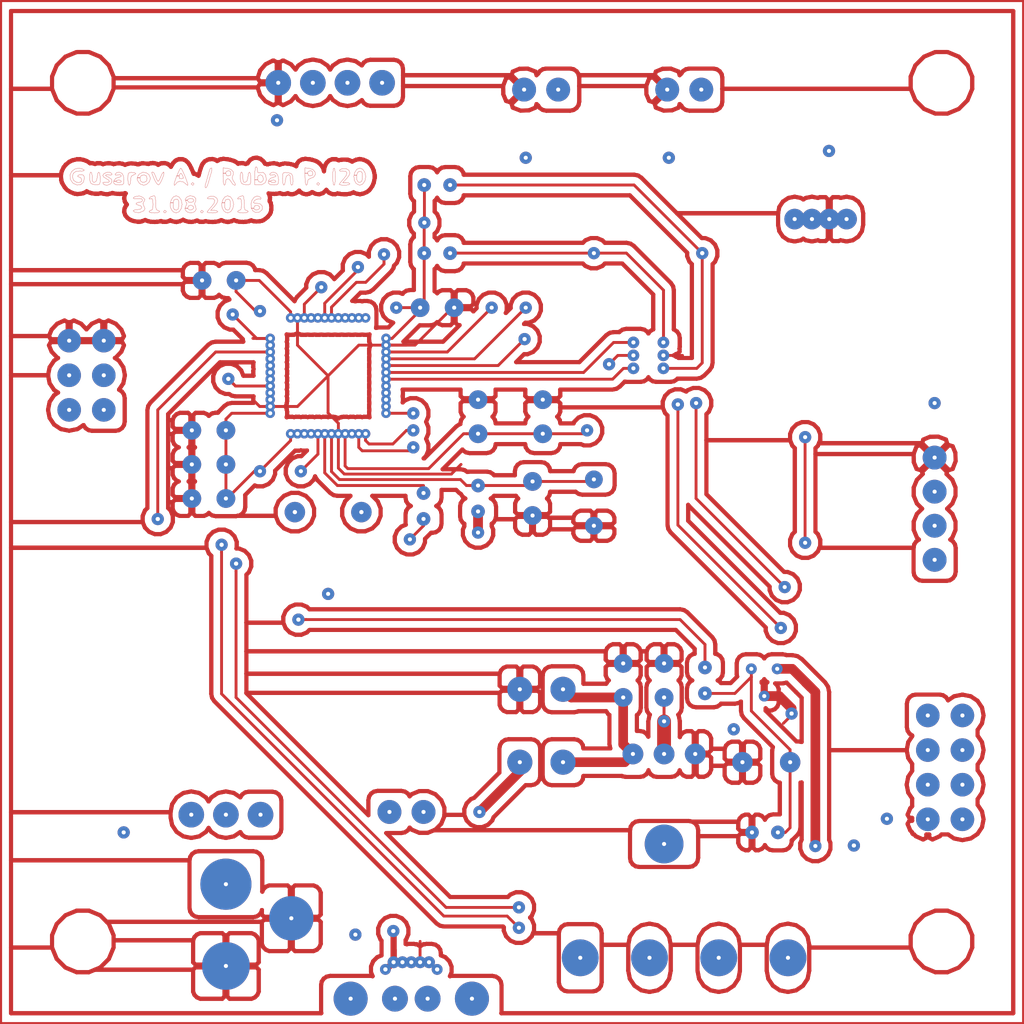
<source format=kicad_pcb>
(kicad_pcb (version 4) (host Gerbview "(2016-08-15 BZR 7057)-product")

  (layers 
    (0 F.Cu signal)
    (31 B.Cu signal)
    (32 B.Adhes user)
    (33 F.Adhes user)
    (34 B.Paste user)
    (35 F.Paste user)
    (36 B.SilkS user)
    (37 F.SilkS user)
    (38 B.Mask user)
    (39 F.Mask user)
    (40 Dwgs.User user)
    (41 Cmts.User user)
    (42 Eco1.User user)
    (43 Eco2.User user)
    (44 Edge.Cuts user)
    (45 Margin user)
    (46 B.CrtYd user)
    (47 F.CrtYd user)
    (48 B.Fab user)
    (49 F.Fab user)
  )

(segment (start 125 125) (end 50 125) (width 0.15) (layer F.Cu) (net 0))
(segment (start 125 50) (end 125 125) (width 0.15) (layer F.Cu) (net 0))
(segment (start 50 50) (end 50 125) (width 0.15) (layer F.Cu) (net 0))
(segment (start 50 50) (end 125 50) (width 0.15) (layer F.Cu) (net 0))
(segment (start 60.39628 64.40356) (end 60.39628 64.40356) (width 0) (layer F.Cu) (net 0))
(segment (start 60.39628 64.40356) (end 60.42762 64.42577) (width 0.01) (layer F.Cu) (net 0))
(segment (start 60.42762 64.42577) (end 60.55064 64.55242) (width 0.01) (layer F.Cu) (net 0))
(segment (start 60.55064 64.55242) (end 60.51304 64.6786) (width 0.01) (layer F.Cu) (net 0))
(segment (start 60.51304 64.6786) (end 60.48906 64.70901000000001) (width 0.01) (layer F.Cu) (net 0))
(segment (start 60.48906 64.70901000000001) (end 60.41516 64.86126) (width 0.01) (layer F.Cu) (net 0))
(segment (start 60.41516 64.86126) (end 60.4785 65.04096) (width 0.01) (layer F.Cu) (net 0))
(segment (start 60.4785 65.04096) (end 60.49272 65.06471999999999) (width 0.01) (layer F.Cu) (net 0))
(segment (start 60.49272 65.06471999999999) (end 60.56613 65.23764) (width 0.01) (layer F.Cu) (net 0))
(segment (start 60.56613 65.23764) (end 60.49433 65.3616) (width 0.01) (layer F.Cu) (net 0))
(segment (start 60.49433 65.3616) (end 60.43128 65.41163) (width 0.01) (layer F.Cu) (net 0))
(segment (start 60.43128 65.41163) (end 60.12209 65.53747) (width 0.01) (layer F.Cu) (net 0))
(segment (start 60.12209 65.53747) (end 59.81966 65.48694) (width 0.01) (layer F.Cu) (net 0))
(segment (start 59.81966 65.48694) (end 59.7014 65.40416999999999) (width 0.01) (layer F.Cu) (net 0))
(segment (start 59.7014 65.40416999999999) (end 59.75793 65.33875) (width 0.01) (layer F.Cu) (net 0))
(segment (start 59.75793 65.33875) (end 59.97014 65.3083) (width 0.01) (layer F.Cu) (net 0))
(segment (start 59.97014 65.3083) (end 60.01355 65.30784) (width 0.01) (layer F.Cu) (net 0))
(segment (start 60.01355 65.30784) (end 60.23818 65.26293) (width 0.01) (layer F.Cu) (net 0))
(segment (start 60.23818 65.26293) (end 60.3341 65.16018) (width 0.01) (layer F.Cu) (net 0))
(segment (start 60.3341 65.16018) (end 60.28606 65.05009) (width 0.01) (layer F.Cu) (net 0))
(segment (start 60.28606 65.05009) (end 60.1105 64.98696) (width 0.01) (layer F.Cu) (net 0))
(segment (start 60.1105 64.98696) (end 59.92528 64.92052) (width 0.01) (layer F.Cu) (net 0))
(segment (start 59.92528 64.92052) (end 59.91402 64.83369) (width 0.01) (layer F.Cu) (net 0))
(segment (start 59.91402 64.83369) (end 60.07076 64.77839) (width 0.01) (layer F.Cu) (net 0))
(segment (start 60.07076 64.77839) (end 60.13473 64.77557) (width 0.01) (layer F.Cu) (net 0))
(segment (start 60.13473 64.77557) (end 60.33287 64.72251) (width 0.01) (layer F.Cu) (net 0))
(segment (start 60.33287 64.72251) (end 60.3771 64.61955) (width 0.01) (layer F.Cu) (net 0))
(segment (start 60.3771 64.61955) (end 60.33224 64.51647) (width 0.01) (layer F.Cu) (net 0))
(segment (start 60.33224 64.51647) (end 60.16766 64.49203) (width 0.01) (layer F.Cu) (net 0))
(segment (start 60.16766 64.49203) (end 60.03779 64.50313) (width 0.01) (layer F.Cu) (net 0))
(segment (start 60.03779 64.50313) (end 59.7974 64.50839000000001) (width 0.01) (layer F.Cu) (net 0))
(segment (start 59.7974 64.50839000000001) (end 59.70007 64.4644) (width 0.01) (layer F.Cu) (net 0))
(segment (start 59.70007 64.4644) (end 59.76661 64.38835) (width 0.01) (layer F.Cu) (net 0))
(segment (start 59.76661 64.38835) (end 59.85182 64.34969) (width 0.01) (layer F.Cu) (net 0))
(segment (start 59.85182 64.34969) (end 60.13779 64.29704) (width 0.01) (layer F.Cu) (net 0))
(segment (start 60.13779 64.29704) (end 60.39628 64.40356) (width 0.01) (layer F.Cu) (net 0))
(segment (start 61.3063 64.37851000000001) (end 61.3063 64.37851000000001) (width 0) (layer F.Cu) (net 0))
(segment (start 61.3063 64.37851000000001) (end 61.33863 64.60464) (width 0.01) (layer F.Cu) (net 0))
(segment (start 61.33863 64.60464) (end 61.34657 64.82405) (width 0.01) (layer F.Cu) (net 0))
(segment (start 61.34657 64.82405) (end 61.35962 65.1456) (width 0.01) (layer F.Cu) (net 0))
(segment (start 61.35962 65.1456) (end 61.40543 65.31115) (width 0.01) (layer F.Cu) (net 0))
(segment (start 61.40543 65.31115) (end 61.49199 65.35724999999999) (width 0.01) (layer F.Cu) (net 0))
(segment (start 61.49199 65.35724999999999) (end 61.621 65.4096) (width 0.01) (layer F.Cu) (net 0))
(segment (start 61.621 65.4096) (end 61.63741 65.4542) (width 0.01) (layer F.Cu) (net 0))
(segment (start 61.63741 65.4542) (end 61.5514 65.51491) (width 0.01) (layer F.Cu) (net 0))
(segment (start 61.5514 65.51491) (end 61.33655 65.54867) (width 0.01) (layer F.Cu) (net 0))
(segment (start 61.33655 65.54867) (end 61.24962 65.55115000000001) (width 0.01) (layer F.Cu) (net 0))
(segment (start 61.24962 65.55115000000001) (end 61.00679 65.52964) (width 0.01) (layer F.Cu) (net 0))
(segment (start 61.00679 65.52964) (end 60.87172 65.47593000000001) (width 0.01) (layer F.Cu) (net 0))
(segment (start 60.87172 65.47593000000001) (end 60.86183 65.4542) (width 0.01) (layer F.Cu) (net 0))
(segment (start 60.86183 65.4542) (end 60.94036 65.36819) (width 0.01) (layer F.Cu) (net 0))
(segment (start 60.94036 65.36819) (end 61.00725 65.35724999999999) (width 0.01) (layer F.Cu) (net 0))
(segment (start 61.00725 65.35724999999999) (end 61.1021 65.3014) (width 0.01) (layer F.Cu) (net 0))
(segment (start 61.1021 65.3014) (end 61.14603 65.11064) (width 0.01) (layer F.Cu) (net 0))
(segment (start 61.14603 65.11064) (end 61.15267 64.91061999999999) (width 0.01) (layer F.Cu) (net 0))
(segment (start 61.15267 64.91061999999999) (end 61.14033 64.63719) (width 0.01) (layer F.Cu) (net 0))
(segment (start 61.14033 64.63719) (end 61.09423 64.51998) (width 0.01) (layer F.Cu) (net 0))
(segment (start 61.09423 64.51998) (end 61.00725 64.51979) (width 0.01) (layer F.Cu) (net 0))
(segment (start 61.00725 64.51979) (end 60.88217 64.52673) (width 0.01) (layer F.Cu) (net 0))
(segment (start 60.88217 64.52673) (end 60.86183 64.49206) (width 0.01) (layer F.Cu) (net 0))
(segment (start 60.86183 64.49206) (end 60.94251 64.39206) (width 0.01) (layer F.Cu) (net 0))
(segment (start 60.94251 64.39206) (end 61.12342 64.31116) (width 0.01) (layer F.Cu) (net 0))
(segment (start 61.12342 64.31116) (end 61.25755 64.29084) (width 0.01) (layer F.Cu) (net 0))
(segment (start 61.25755 64.29084) (end 61.3063 64.37851000000001) (width 0.01) (layer F.Cu) (net 0))
(segment (start 62.11932 65.43103000000001) (end 62.11932 65.43103000000001) (width 0) (layer F.Cu) (net 0))
(segment (start 62.11932 65.43103000000001) (end 62.12214 65.4542) (width 0.01) (layer F.Cu) (net 0))
(segment (start 62.12214 65.4542) (end 62.04836 65.54833000000001) (width 0.01) (layer F.Cu) (net 0))
(segment (start 62.04836 65.54833000000001) (end 62.02519 65.55115000000001) (width 0.01) (layer F.Cu) (net 0))
(segment (start 62.02519 65.55115000000001) (end 61.93106 65.47736999999999) (width 0.01) (layer F.Cu) (net 0))
(segment (start 61.93106 65.47736999999999) (end 61.92825 65.4542) (width 0.01) (layer F.Cu) (net 0))
(segment (start 61.92825 65.4542) (end 62.00202 65.36006999999999) (width 0.01) (layer F.Cu) (net 0))
(segment (start 62.00202 65.36006999999999) (end 62.02519 65.35724999999999) (width 0.01) (layer F.Cu) (net 0))
(segment (start 62.02519 65.35724999999999) (end 62.11932 65.43103000000001) (width 0.01) (layer F.Cu) (net 0))
(segment (start 63.0636 64.37818) (end 63.0636 64.37818) (width 0) (layer F.Cu) (net 0))
(segment (start 63.0636 64.37818) (end 63.22172 64.60345) (width 0.01) (layer F.Cu) (net 0))
(segment (start 63.22172 64.60345) (end 63.28544 64.91152) (width 0.01) (layer F.Cu) (net 0))
(segment (start 63.28544 64.91152) (end 63.2855 64.92099) (width 0.01) (layer F.Cu) (net 0))
(segment (start 63.2855 64.92099) (end 63.22503 65.23063) (width 0.01) (layer F.Cu) (net 0))
(segment (start 63.22503 65.23063) (end 63.06908 65.45902) (width 0.01) (layer F.Cu) (net 0))
(segment (start 63.06908 65.45902) (end 62.85579 65.55107) (width 0.01) (layer F.Cu) (net 0))
(segment (start 62.85579 65.55107) (end 62.84924 65.55115000000001) (width 0.01) (layer F.Cu) (net 0))
(segment (start 62.84924 65.55115000000001) (end 62.67892 65.48757999999999) (width 0.01) (layer F.Cu) (net 0))
(segment (start 62.67892 65.48757999999999) (end 62.56532 65.39879999999999) (width 0.01) (layer F.Cu) (net 0))
(segment (start 62.56532 65.39879999999999) (end 62.43773 65.16531999999999) (width 0.01) (layer F.Cu) (net 0))
(segment (start 62.43773 65.16531999999999) (end 62.41707 64.87748999999999) (width 0.01) (layer F.Cu) (net 0))
(segment (start 62.41707 64.87748999999999) (end 62.43453 64.80800000000001) (width 0.01) (layer F.Cu) (net 0))
(segment (start 62.43453 64.80800000000001) (end 62.62388 64.80800000000001) (width 0.01) (layer F.Cu) (net 0))
(segment (start 62.62388 64.80800000000001) (end 62.62733 65.13766) (width 0.01) (layer F.Cu) (net 0))
(segment (start 62.62733 65.13766) (end 62.72575 65.31529999999999) (width 0.01) (layer F.Cu) (net 0))
(segment (start 62.72575 65.31529999999999) (end 62.87318 65.33884999999999) (width 0.01) (layer F.Cu) (net 0))
(segment (start 62.87318 65.33884999999999) (end 62.99023 65.26143999999999) (width 0.01) (layer F.Cu) (net 0))
(segment (start 62.99023 65.26143999999999) (end 63.03877 65.05974999999999) (width 0.01) (layer F.Cu) (net 0))
(segment (start 63.03877 65.05974999999999) (end 63.04313 64.91967) (width 0.01) (layer F.Cu) (net 0))
(segment (start 63.04313 64.91967) (end 63.02675 64.66649) (width 0.01) (layer F.Cu) (net 0))
(segment (start 63.02675 64.66649) (end 62.96061 64.55484) (width 0.01) (layer F.Cu) (net 0))
(segment (start 62.96061 64.55484) (end 62.84924 64.53321) (width 0.01) (layer F.Cu) (net 0))
(segment (start 62.84924 64.53321) (end 62.69279 64.59513) (width 0.01) (layer F.Cu) (net 0))
(segment (start 62.69279 64.59513) (end 62.62419 64.8053) (width 0.01) (layer F.Cu) (net 0))
(segment (start 62.62419 64.8053) (end 62.62388 64.80800000000001) (width 0.01) (layer F.Cu) (net 0))
(segment (start 62.62388 64.80800000000001) (end 62.43453 64.80800000000001) (width 0.01) (layer F.Cu) (net 0))
(segment (start 62.43453 64.80800000000001) (end 62.48789 64.59562) (width 0.01) (layer F.Cu) (net 0))
(segment (start 62.48789 64.59562) (end 62.63474 64.38) (width 0.01) (layer F.Cu) (net 0))
(segment (start 62.63474 64.38) (end 62.84216 64.29093) (width 0.01) (layer F.Cu) (net 0))
(segment (start 62.84216 64.29093) (end 62.84924 64.29084) (width 0.01) (layer F.Cu) (net 0))
(segment (start 62.84924 64.29084) (end 63.0636 64.37818) (width 0.01) (layer F.Cu) (net 0))
(segment (start 64.15282000000001 64.34927) (end 64.15282000000001 64.34927) (width 0) (layer F.Cu) (net 0))
(segment (start 64.15282000000001 64.34927) (end 64.29298 64.49097) (width 0.01) (layer F.Cu) (net 0))
(segment (start 64.29298 64.49097) (end 64.29553 64.66562) (width 0.01) (layer F.Cu) (net 0))
(segment (start 64.29553 64.66562) (end 64.26127 64.7195) (width 0.01) (layer F.Cu) (net 0))
(segment (start 64.26127 64.7195) (end 64.19687 64.87676999999999) (width 0.01) (layer F.Cu) (net 0))
(segment (start 64.19687 64.87676999999999) (end 64.26779999999999 65.05094) (width 0.01) (layer F.Cu) (net 0))
(segment (start 64.26779999999999 65.05094) (end 64.31952 65.27486) (width 0.01) (layer F.Cu) (net 0))
(segment (start 64.31952 65.27486) (end 64.2114 65.45661) (width 0.01) (layer F.Cu) (net 0))
(segment (start 64.2114 65.45661) (end 63.9774 65.54796) (width 0.01) (layer F.Cu) (net 0))
(segment (start 63.9774 65.54796) (end 63.91565 65.55115000000001) (width 0.01) (layer F.Cu) (net 0))
(segment (start 63.91565 65.55115000000001) (end 63.68379 65.48644) (width 0.01) (layer F.Cu) (net 0))
(segment (start 63.68379 65.48644) (end 63.5698 65.39785000000001) (width 0.01) (layer F.Cu) (net 0))
(segment (start 63.5698 65.39785000000001) (end 63.49183 65.23822) (width 0.01) (layer F.Cu) (net 0))
(segment (start 63.49183 65.23822) (end 63.5066 65.19895) (width 0.01) (layer F.Cu) (net 0))
(segment (start 63.5066 65.19895) (end 63.70024 65.19895) (width 0.01) (layer F.Cu) (net 0))
(segment (start 63.70024 65.19895) (end 63.71985 65.25723000000001) (width 0.01) (layer F.Cu) (net 0))
(segment (start 63.71985 65.25723000000001) (end 63.86152 65.33781) (width 0.01) (layer F.Cu) (net 0))
(segment (start 63.86152 65.33781) (end 64.03664000000001 65.30042) (width 0.01) (layer F.Cu) (net 0))
(segment (start 64.03664000000001 65.30042) (end 64.13381 65.18765) (width 0.01) (layer F.Cu) (net 0))
(segment (start 64.13381 65.18765) (end 64.09959000000001 65.06211) (width 0.01) (layer F.Cu) (net 0))
(segment (start 64.09959000000001 65.06211) (end 63.95872 64.99319) (width 0.01) (layer F.Cu) (net 0))
(segment (start 63.95872 64.99319) (end 63.79689 65.01294) (width 0.01) (layer F.Cu) (net 0))
(segment (start 63.79689 65.01294) (end 63.75277 65.04509) (width 0.01) (layer F.Cu) (net 0))
(segment (start 63.75277 65.04509) (end 63.70024 65.19895) (width 0.01) (layer F.Cu) (net 0))
(segment (start 63.70024 65.19895) (end 63.5066 65.19895) (width 0.01) (layer F.Cu) (net 0))
(segment (start 63.5066 65.19895) (end 63.56043 65.05588) (width 0.01) (layer F.Cu) (net 0))
(segment (start 63.56043 65.05588) (end 63.5635 65.05094) (width 0.01) (layer F.Cu) (net 0))
(segment (start 63.5635 65.05094) (end 63.63473 64.86151) (width 0.01) (layer F.Cu) (net 0))
(segment (start 63.63473 64.86151) (end 63.57003 64.7195) (width 0.01) (layer F.Cu) (net 0))
(segment (start 63.57003 64.7195) (end 63.5448 64.63015) (width 0.01) (layer F.Cu) (net 0))
(segment (start 63.5448 64.63015) (end 63.67328 64.63015) (width 0.01) (layer F.Cu) (net 0))
(segment (start 63.67328 64.63015) (end 63.75756 64.74711000000001) (width 0.01) (layer F.Cu) (net 0))
(segment (start 63.75756 64.74711000000001) (end 63.91565 64.77557) (width 0.01) (layer F.Cu) (net 0))
(segment (start 63.91565 64.77557) (end 64.11058 64.72501) (width 0.01) (layer F.Cu) (net 0))
(segment (start 64.11058 64.72501) (end 64.15801999999999 64.63015) (width 0.01) (layer F.Cu) (net 0))
(segment (start 64.15801999999999 64.63015) (end 64.07374 64.5132) (width 0.01) (layer F.Cu) (net 0))
(segment (start 64.07374 64.5132) (end 63.91565 64.48473) (width 0.01) (layer F.Cu) (net 0))
(segment (start 63.91565 64.48473) (end 63.72072 64.53530000000001) (width 0.01) (layer F.Cu) (net 0))
(segment (start 63.72072 64.53530000000001) (end 63.67328 64.63015) (width 0.01) (layer F.Cu) (net 0))
(segment (start 63.67328 64.63015) (end 63.5448 64.63015) (width 0.01) (layer F.Cu) (net 0))
(segment (start 63.5448 64.63015) (end 63.52073 64.54491) (width 0.01) (layer F.Cu) (net 0))
(segment (start 63.52073 64.54491) (end 63.62185 64.38737) (width 0.01) (layer F.Cu) (net 0))
(segment (start 63.62185 64.38737) (end 63.83279 64.29723) (width 0.01) (layer F.Cu) (net 0))
(segment (start 63.83279 64.29723) (end 63.91565 64.29084) (width 0.01) (layer F.Cu) (net 0))
(segment (start 63.91565 64.29084) (end 64.15282000000001 64.34927) (width 0.01) (layer F.Cu) (net 0))
(segment (start 64.83382 65.43103000000001) (end 64.83382 65.43103000000001) (width 0) (layer F.Cu) (net 0))
(segment (start 64.83382 65.43103000000001) (end 64.83664 65.4542) (width 0.01) (layer F.Cu) (net 0))
(segment (start 64.83664 65.4542) (end 64.76287000000001 65.54833000000001) (width 0.01) (layer F.Cu) (net 0))
(segment (start 64.76287000000001 65.54833000000001) (end 64.7397 65.55115000000001) (width 0.01) (layer F.Cu) (net 0))
(segment (start 64.7397 65.55115000000001) (end 64.64557000000001 65.47736999999999) (width 0.01) (layer F.Cu) (net 0))
(segment (start 64.64557000000001 65.47736999999999) (end 64.64275000000001 65.4542) (width 0.01) (layer F.Cu) (net 0))
(segment (start 64.64275000000001 65.4542) (end 64.71652 65.36006999999999) (width 0.01) (layer F.Cu) (net 0))
(segment (start 64.71652 65.36006999999999) (end 64.7397 65.35724999999999) (width 0.01) (layer F.Cu) (net 0))
(segment (start 64.7397 65.35724999999999) (end 64.83382 65.43103000000001) (width 0.01) (layer F.Cu) (net 0))
(segment (start 65.63824 64.3356) (end 65.63824 64.3356) (width 0) (layer F.Cu) (net 0))
(segment (start 65.63824 64.3356) (end 65.83571999999999 64.46720000000001) (width 0.01) (layer F.Cu) (net 0))
(segment (start 65.83571999999999 64.46720000000001) (end 65.90304999999999 64.66096) (width 0.01) (layer F.Cu) (net 0))
(segment (start 65.90304999999999 64.66096) (end 65.83985 64.82621) (width 0.01) (layer F.Cu) (net 0))
(segment (start 65.83985 64.82621) (end 65.68374 65.04044) (width 0.01) (layer F.Cu) (net 0))
(segment (start 65.68374 65.04044) (end 65.64255 65.08534) (width 0.01) (layer F.Cu) (net 0))
(segment (start 65.64255 65.08534) (end 65.38205000000001 65.35724999999999) (width 0.01) (layer F.Cu) (net 0))
(segment (start 65.38205000000001 65.35724999999999) (end 65.64255 65.35724999999999) (width 0.01) (layer F.Cu) (net 0))
(segment (start 65.64255 65.35724999999999) (end 65.83324 65.38831999999999) (width 0.01) (layer F.Cu) (net 0))
(segment (start 65.83324 65.38831999999999) (end 65.90304999999999 65.4542) (width 0.01) (layer F.Cu) (net 0))
(segment (start 65.90304999999999 65.4542) (end 65.81704999999999 65.51491) (width 0.01) (layer F.Cu) (net 0))
(segment (start 65.81704999999999 65.51491) (end 65.60218999999999 65.54867) (width 0.01) (layer F.Cu) (net 0))
(segment (start 65.60218999999999 65.54867) (end 65.51527 65.55115000000001) (width 0.01) (layer F.Cu) (net 0))
(segment (start 65.51527 65.55115000000001) (end 65.27236000000001 65.53603) (width 0.01) (layer F.Cu) (net 0))
(segment (start 65.27236000000001 65.53603) (end 65.13732 65.49827999999999) (width 0.01) (layer F.Cu) (net 0))
(segment (start 65.13732 65.49827999999999) (end 65.12748000000001 65.48305000000001) (width 0.01) (layer F.Cu) (net 0))
(segment (start 65.12748000000001 65.48305000000001) (end 65.18929 65.37823) (width 0.01) (layer F.Cu) (net 0))
(segment (start 65.18929 65.37823) (end 65.34524 65.19307000000001) (width 0.01) (layer F.Cu) (net 0))
(segment (start 65.34524 65.19307000000001) (end 65.43115 65.10166) (width 0.01) (layer F.Cu) (net 0))
(segment (start 65.43115 65.10166) (end 65.62727 64.84251999999999) (width 0.01) (layer F.Cu) (net 0))
(segment (start 65.62727 64.84251999999999) (end 65.68011 64.63849999999999) (width 0.01) (layer F.Cu) (net 0))
(segment (start 65.68011 64.63849999999999) (end 65.59265000000001 64.51786) (width 0.01) (layer F.Cu) (net 0))
(segment (start 65.59265000000001 64.51786) (end 65.36864 64.50869) (width 0.01) (layer F.Cu) (net 0))
(segment (start 65.36864 64.50869) (end 65.17434 64.5132) (width 0.01) (layer F.Cu) (net 0))
(segment (start 65.17434 64.5132) (end 65.13894999999999 64.45095999999999) (width 0.01) (layer F.Cu) (net 0))
(segment (start 65.13894999999999 64.45095999999999) (end 65.26187 64.36544000000001) (width 0.01) (layer F.Cu) (net 0))
(segment (start 65.26187 64.36544000000001) (end 65.37111 64.33034000000001) (width 0.01) (layer F.Cu) (net 0))
(segment (start 65.37111 64.33034000000001) (end 65.63824 64.3356) (width 0.01) (layer F.Cu) (net 0))
(segment (start 66.84451 64.37818) (end 66.84451 64.37818) (width 0) (layer F.Cu) (net 0))
(segment (start 66.84451 64.37818) (end 67.00264 64.60345) (width 0.01) (layer F.Cu) (net 0))
(segment (start 67.00264 64.60345) (end 67.06636 64.91152) (width 0.01) (layer F.Cu) (net 0))
(segment (start 67.06636 64.91152) (end 67.06641 64.92099) (width 0.01) (layer F.Cu) (net 0))
(segment (start 67.06641 64.92099) (end 67.00595 65.23063) (width 0.01) (layer F.Cu) (net 0))
(segment (start 67.00595 65.23063) (end 66.84999000000001 65.45902) (width 0.01) (layer F.Cu) (net 0))
(segment (start 66.84999000000001 65.45902) (end 66.63670999999999 65.55107) (width 0.01) (layer F.Cu) (net 0))
(segment (start 66.63670999999999 65.55107) (end 66.63015 65.55115000000001) (width 0.01) (layer F.Cu) (net 0))
(segment (start 66.63015 65.55115000000001) (end 66.45983 65.48757999999999) (width 0.01) (layer F.Cu) (net 0))
(segment (start 66.45983 65.48757999999999) (end 66.34623999999999 65.39879999999999) (width 0.01) (layer F.Cu) (net 0))
(segment (start 66.34623999999999 65.39879999999999) (end 66.21865 65.16531999999999) (width 0.01) (layer F.Cu) (net 0))
(segment (start 66.21865 65.16531999999999) (end 66.19799 64.87748999999999) (width 0.01) (layer F.Cu) (net 0))
(segment (start 66.19799 64.87748999999999) (end 66.21545 64.80800000000001) (width 0.01) (layer F.Cu) (net 0))
(segment (start 66.21545 64.80800000000001) (end 66.40479000000001 64.80800000000001) (width 0.01) (layer F.Cu) (net 0))
(segment (start 66.40479000000001 64.80800000000001) (end 66.40824000000001 65.13766) (width 0.01) (layer F.Cu) (net 0))
(segment (start 66.40824000000001 65.13766) (end 66.50667 65.31529999999999) (width 0.01) (layer F.Cu) (net 0))
(segment (start 66.50667 65.31529999999999) (end 66.6541 65.33884999999999) (width 0.01) (layer F.Cu) (net 0))
(segment (start 66.6541 65.33884999999999) (end 66.77115000000001 65.26143999999999) (width 0.01) (layer F.Cu) (net 0))
(segment (start 66.77115000000001 65.26143999999999) (end 66.81968000000001 65.05974999999999) (width 0.01) (layer F.Cu) (net 0))
(segment (start 66.81968000000001 65.05974999999999) (end 66.82405 64.91967) (width 0.01) (layer F.Cu) (net 0))
(segment (start 66.82405 64.91967) (end 66.80767 64.66649) (width 0.01) (layer F.Cu) (net 0))
(segment (start 66.80767 64.66649) (end 66.74151999999999 64.55484) (width 0.01) (layer F.Cu) (net 0))
(segment (start 66.74151999999999 64.55484) (end 66.63015 64.53321) (width 0.01) (layer F.Cu) (net 0))
(segment (start 66.63015 64.53321) (end 66.47369999999999 64.59513) (width 0.01) (layer F.Cu) (net 0))
(segment (start 66.47369999999999 64.59513) (end 66.40510999999999 64.8053) (width 0.01) (layer F.Cu) (net 0))
(segment (start 66.40510999999999 64.8053) (end 66.40479000000001 64.80800000000001) (width 0.01) (layer F.Cu) (net 0))
(segment (start 66.40479000000001 64.80800000000001) (end 66.21545 64.80800000000001) (width 0.01) (layer F.Cu) (net 0))
(segment (start 66.21545 64.80800000000001) (end 66.26881 64.59562) (width 0.01) (layer F.Cu) (net 0))
(segment (start 66.26881 64.59562) (end 66.41566 64.38) (width 0.01) (layer F.Cu) (net 0))
(segment (start 66.41566 64.38) (end 66.62308 64.29093) (width 0.01) (layer F.Cu) (net 0))
(segment (start 66.62308 64.29093) (end 66.63015 64.29084) (width 0.01) (layer F.Cu) (net 0))
(segment (start 66.63015 64.29084) (end 66.84451 64.37818) (width 0.01) (layer F.Cu) (net 0))
(segment (start 67.80172 64.37851000000001) (end 67.80172 64.37851000000001) (width 0) (layer F.Cu) (net 0))
(segment (start 67.80172 64.37851000000001) (end 67.83405 64.60464) (width 0.01) (layer F.Cu) (net 0))
(segment (start 67.83405 64.60464) (end 67.84199 64.82405) (width 0.01) (layer F.Cu) (net 0))
(segment (start 67.84199 64.82405) (end 67.85504 65.1456) (width 0.01) (layer F.Cu) (net 0))
(segment (start 67.85504 65.1456) (end 67.90085000000001 65.31115) (width 0.01) (layer F.Cu) (net 0))
(segment (start 67.90085000000001 65.31115) (end 67.98741 65.35724999999999) (width 0.01) (layer F.Cu) (net 0))
(segment (start 67.98741 65.35724999999999) (end 68.11642000000001 65.4096) (width 0.01) (layer F.Cu) (net 0))
(segment (start 68.11642000000001 65.4096) (end 68.13283 65.4542) (width 0.01) (layer F.Cu) (net 0))
(segment (start 68.13283 65.4542) (end 68.04682 65.51491) (width 0.01) (layer F.Cu) (net 0))
(segment (start 68.04682 65.51491) (end 67.83196 65.54867) (width 0.01) (layer F.Cu) (net 0))
(segment (start 67.83196 65.54867) (end 67.74504 65.55115000000001) (width 0.01) (layer F.Cu) (net 0))
(segment (start 67.74504 65.55115000000001) (end 67.50221000000001 65.52964) (width 0.01) (layer F.Cu) (net 0))
(segment (start 67.50221000000001 65.52964) (end 67.36714000000001 65.47593000000001) (width 0.01) (layer F.Cu) (net 0))
(segment (start 67.36714000000001 65.47593000000001) (end 67.35724999999999 65.4542) (width 0.01) (layer F.Cu) (net 0))
(segment (start 67.35724999999999 65.4542) (end 67.43577999999999 65.36819) (width 0.01) (layer F.Cu) (net 0))
(segment (start 67.43577999999999 65.36819) (end 67.50266999999999 65.35724999999999) (width 0.01) (layer F.Cu) (net 0))
(segment (start 67.50266999999999 65.35724999999999) (end 67.59752 65.3014) (width 0.01) (layer F.Cu) (net 0))
(segment (start 67.59752 65.3014) (end 67.64145000000001 65.11064) (width 0.01) (layer F.Cu) (net 0))
(segment (start 67.64145000000001 65.11064) (end 67.64809 64.91061999999999) (width 0.01) (layer F.Cu) (net 0))
(segment (start 67.64809 64.91061999999999) (end 67.63575 64.63719) (width 0.01) (layer F.Cu) (net 0))
(segment (start 67.63575 64.63719) (end 67.58965000000001 64.51998) (width 0.01) (layer F.Cu) (net 0))
(segment (start 67.58965000000001 64.51998) (end 67.50266999999999 64.51979) (width 0.01) (layer F.Cu) (net 0))
(segment (start 67.50266999999999 64.51979) (end 67.37759 64.52673) (width 0.01) (layer F.Cu) (net 0))
(segment (start 67.37759 64.52673) (end 67.35724999999999 64.49206) (width 0.01) (layer F.Cu) (net 0))
(segment (start 67.35724999999999 64.49206) (end 67.43792999999999 64.39206) (width 0.01) (layer F.Cu) (net 0))
(segment (start 67.43792999999999 64.39206) (end 67.61884000000001 64.31116) (width 0.01) (layer F.Cu) (net 0))
(segment (start 67.61884000000001 64.31116) (end 67.75297 64.29084) (width 0.01) (layer F.Cu) (net 0))
(segment (start 67.75297 64.29084) (end 67.80172 64.37851000000001) (width 0.01) (layer F.Cu) (net 0))
(segment (start 68.83745999999999 64.30956) (end 68.83745999999999 64.30956) (width 0) (layer F.Cu) (net 0))
(segment (start 68.83745999999999 64.30956) (end 69.01863 64.38529) (width 0.01) (layer F.Cu) (net 0))
(segment (start 69.01863 64.38529) (end 69.07856 64.46056) (width 0.01) (layer F.Cu) (net 0))
(segment (start 69.07856 64.46056) (end 69.05235999999999 64.53951000000001) (width 0.01) (layer F.Cu) (net 0))
(segment (start 69.05235999999999 64.53951000000001) (end 68.96374 64.52243) (width 0.01) (layer F.Cu) (net 0))
(segment (start 68.96374 64.52243) (end 68.77961999999999 64.53016) (width 0.01) (layer F.Cu) (net 0))
(segment (start 68.77961999999999 64.53016) (end 68.60034 64.63538) (width 0.01) (layer F.Cu) (net 0))
(segment (start 68.60034 64.63538) (end 68.52061 64.78146) (width 0.01) (layer F.Cu) (net 0))
(segment (start 68.52061 64.78146) (end 68.60341 64.83387999999999) (width 0.01) (layer F.Cu) (net 0))
(segment (start 68.60341 64.83387999999999) (end 68.77357000000001 64.84229999999999) (width 0.01) (layer F.Cu) (net 0))
(segment (start 68.77357000000001 64.84229999999999) (end 69.02414 64.89232) (width 0.01) (layer F.Cu) (net 0))
(segment (start 69.02414 64.89232) (end 69.1708 65.04968) (width 0.01) (layer F.Cu) (net 0))
(segment (start 69.1708 65.04968) (end 69.17486 65.26263) (width 0.01) (layer F.Cu) (net 0))
(segment (start 69.17486 65.26263) (end 69.14037 65.33302) (width 0.01) (layer F.Cu) (net 0))
(segment (start 69.14037 65.33302) (end 68.93725000000001 65.50081) (width 0.01) (layer F.Cu) (net 0))
(segment (start 68.93725000000001 65.50081) (end 68.68254 65.51655) (width 0.01) (layer F.Cu) (net 0))
(segment (start 68.68254 65.51655) (end 68.48421999999999 65.40396) (width 0.01) (layer F.Cu) (net 0))
(segment (start 68.48421999999999 65.40396) (end 68.37204 65.19895) (width 0.01) (layer F.Cu) (net 0))
(segment (start 68.37204 65.19895) (end 68.54756999999999 65.19895) (width 0.01) (layer F.Cu) (net 0))
(segment (start 68.54756999999999 65.19895) (end 68.56717999999999 65.25723000000001) (width 0.01) (layer F.Cu) (net 0))
(segment (start 68.56717999999999 65.25723000000001) (end 68.70884 65.33781) (width 0.01) (layer F.Cu) (net 0))
(segment (start 68.70884 65.33781) (end 68.88397000000001 65.30042) (width 0.01) (layer F.Cu) (net 0))
(segment (start 68.88397000000001 65.30042) (end 68.98114 65.18765) (width 0.01) (layer F.Cu) (net 0))
(segment (start 68.98114 65.18765) (end 68.94692000000001 65.06211) (width 0.01) (layer F.Cu) (net 0))
(segment (start 68.94692000000001 65.06211) (end 68.80605 64.99319) (width 0.01) (layer F.Cu) (net 0))
(segment (start 68.80605 64.99319) (end 68.64422 65.01294) (width 0.01) (layer F.Cu) (net 0))
(segment (start 68.64422 65.01294) (end 68.6001 65.04509) (width 0.01) (layer F.Cu) (net 0))
(segment (start 68.6001 65.04509) (end 68.54756999999999 65.19895) (width 0.01) (layer F.Cu) (net 0))
(segment (start 68.54756999999999 65.19895) (end 68.37204 65.19895) (width 0.01) (layer F.Cu) (net 0))
(segment (start 68.37204 65.19895) (end 68.35715 65.17175) (width 0.01) (layer F.Cu) (net 0))
(segment (start 68.35715 65.17175) (end 68.34069 64.88957000000001) (width 0.01) (layer F.Cu) (net 0))
(segment (start 68.34069 64.88957000000001) (end 68.41664 64.6138) (width 0.01) (layer F.Cu) (net 0))
(segment (start 68.41664 64.6138) (end 68.56681 64.4008) (width 0.01) (layer F.Cu) (net 0))
(segment (start 68.56681 64.4008) (end 68.773 64.30694) (width 0.01) (layer F.Cu) (net 0))
(segment (start 68.773 64.30694) (end 68.83745999999999 64.30956) (width 0.01) (layer F.Cu) (net 0))
(segment (start 65.47353 62.36648) (end 65.47353 62.36648) (width 0) (layer F.Cu) (net 0))
(segment (start 65.47353 62.36648) (end 65.42802 62.58876) (width 0.01) (layer F.Cu) (net 0))
(segment (start 65.42802 62.58876) (end 65.4235 62.60279) (width 0.01) (layer F.Cu) (net 0))
(segment (start 65.4235 62.60279) (end 65.33848 62.88351) (width 0.01) (layer F.Cu) (net 0))
(segment (start 65.33848 62.88351) (end 65.24485 63.22244) (width 0.01) (layer F.Cu) (net 0))
(segment (start 65.24485 63.22244) (end 65.22543 63.29714) (width 0.01) (layer F.Cu) (net 0))
(segment (start 65.22543 63.29714) (end 65.14100000000001 63.54683) (width 0.01) (layer F.Cu) (net 0))
(segment (start 65.14100000000001 63.54683) (end 65.0518 63.6932) (width 0.01) (layer F.Cu) (net 0))
(segment (start 65.0518 63.6932) (end 65.02027 63.70916) (width 0.01) (layer F.Cu) (net 0))
(segment (start 65.02027 63.70916) (end 64.96590999999999 63.63224) (width 0.01) (layer F.Cu) (net 0))
(segment (start 64.96590999999999 63.63224) (end 64.99023 63.49103) (width 0.01) (layer F.Cu) (net 0))
(segment (start 64.99023 63.49103) (end 65.05663 63.2672) (width 0.01) (layer F.Cu) (net 0))
(segment (start 65.05663 63.2672) (end 65.14427999999999 62.95235) (width 0.01) (layer F.Cu) (net 0))
(segment (start 65.14427999999999 62.95235) (end 65.18453 62.80238) (width 0.01) (layer F.Cu) (net 0))
(segment (start 65.18453 62.80238) (end 65.26652 62.52071) (width 0.01) (layer F.Cu) (net 0))
(segment (start 65.26652 62.52071) (end 65.33723999999999 62.32502) (width 0.01) (layer F.Cu) (net 0))
(segment (start 65.33723999999999 62.32502) (end 65.36372 62.27725) (width 0.01) (layer F.Cu) (net 0))
(segment (start 65.36372 62.27725) (end 65.44961000000001 62.24912) (width 0.01) (layer F.Cu) (net 0))
(segment (start 65.44961000000001 62.24912) (end 65.47353 62.36648) (width 0.01) (layer F.Cu) (net 0))
(segment (start 55.9581 62.31381) (end 55.9581 62.31381) (width 0) (layer F.Cu) (net 0))
(segment (start 55.9581 62.31381) (end 56.10167 62.40095) (width 0.01) (layer F.Cu) (net 0))
(segment (start 56.10167 62.40095) (end 56.07353 62.46401) (width 0.01) (layer F.Cu) (net 0))
(segment (start 56.07353 62.46401) (end 55.89585 62.47804) (width 0.01) (layer F.Cu) (net 0))
(segment (start 55.89585 62.47804) (end 55.81972 62.4694) (width 0.01) (layer F.Cu) (net 0))
(segment (start 55.81972 62.4694) (end 55.50495 62.49111) (width 0.01) (layer F.Cu) (net 0))
(segment (start 55.50495 62.49111) (end 55.30125 62.64706) (width 0.01) (layer F.Cu) (net 0))
(segment (start 55.30125 62.64706) (end 55.23893 62.8776) (width 0.01) (layer F.Cu) (net 0))
(segment (start 55.23893 62.8776) (end 55.31821 63.15122) (width 0.01) (layer F.Cu) (net 0))
(segment (start 55.31821 63.15122) (end 55.53816 63.30104) (width 0.01) (layer F.Cu) (net 0))
(segment (start 55.53816 63.30104) (end 55.69458 63.32137) (width 0.01) (layer F.Cu) (net 0))
(segment (start 55.69458 63.32137) (end 55.87445 63.26745) (width 0.01) (layer F.Cu) (net 0))
(segment (start 55.87445 63.26745) (end 55.91756 63.12748) (width 0.01) (layer F.Cu) (net 0))
(segment (start 55.91756 63.12748) (end 55.85694 62.96958) (width 0.01) (layer F.Cu) (net 0))
(segment (start 55.85694 62.96958) (end 55.77214 62.93359) (width 0.01) (layer F.Cu) (net 0))
(segment (start 55.77214 62.93359) (end 55.64312 62.88124) (width 0.01) (layer F.Cu) (net 0))
(segment (start 55.64312 62.88124) (end 55.62672 62.83664) (width 0.01) (layer F.Cu) (net 0))
(segment (start 55.62672 62.83664) (end 55.70968 62.76376) (width 0.01) (layer F.Cu) (net 0))
(segment (start 55.70968 62.76376) (end 55.86908 62.7397) (width 0.01) (layer F.Cu) (net 0))
(segment (start 55.86908 62.7397) (end 56.04302 62.77151) (width 0.01) (layer F.Cu) (net 0))
(segment (start 56.04302 62.77151) (end 56.10605 62.90612) (width 0.01) (layer F.Cu) (net 0))
(segment (start 56.10605 62.90612) (end 56.11145 63.02712) (width 0.01) (layer F.Cu) (net 0))
(segment (start 56.11145 63.02712) (end 56.03586 63.30508) (width 0.01) (layer F.Cu) (net 0))
(segment (start 56.03586 63.30508) (end 55.84356 63.46952) (width 0.01) (layer F.Cu) (net 0))
(segment (start 55.84356 63.46952) (end 55.58627 63.50302) (width 0.01) (layer F.Cu) (net 0))
(segment (start 55.58627 63.50302) (end 55.3157 63.38813) (width 0.01) (layer F.Cu) (net 0))
(segment (start 55.3157 63.38813) (end 55.23893 63.32137) (width 0.01) (layer F.Cu) (net 0))
(segment (start 55.23893 63.32137) (end 55.07077 63.04642) (width 0.01) (layer F.Cu) (net 0))
(segment (start 55.07077 63.04642) (end 55.0614 62.76276) (width 0.01) (layer F.Cu) (net 0))
(segment (start 55.0614 62.76276) (end 55.18201 62.51075) (width 0.01) (layer F.Cu) (net 0))
(segment (start 55.18201 62.51075) (end 55.40381 62.33074) (width 0.01) (layer F.Cu) (net 0))
(segment (start 55.40381 62.33074) (end 55.69799 62.26306) (width 0.01) (layer F.Cu) (net 0))
(segment (start 55.69799 62.26306) (end 55.9581 62.31381) (width 0.01) (layer F.Cu) (net 0))
(segment (start 56.65644 62.63191) (end 56.65644 62.63191) (width 0) (layer F.Cu) (net 0))
(segment (start 56.65644 62.63191) (end 56.69038 62.84746) (width 0.01) (layer F.Cu) (net 0))
(segment (start 56.69038 62.84746) (end 56.69313 62.9407) (width 0.01) (layer F.Cu) (net 0))
(segment (start 56.69313 62.9407) (end 56.70794 63.19401) (width 0.01) (layer F.Cu) (net 0))
(segment (start 56.70794 63.19401) (end 56.76602 63.29853) (width 0.01) (layer F.Cu) (net 0))
(segment (start 56.76602 63.29853) (end 56.86279 63.30344) (width 0.01) (layer F.Cu) (net 0))
(segment (start 56.86279 63.30344) (end 56.99531 63.20014) (width 0.01) (layer F.Cu) (net 0))
(segment (start 56.99531 63.20014) (end 57.05984 62.93809) (width 0.01) (layer F.Cu) (net 0))
(segment (start 57.05984 62.93809) (end 57.06253 62.90855) (width 0.01) (layer F.Cu) (net 0))
(segment (start 57.06253 62.90855) (end 57.10832 62.64135) (width 0.01) (layer F.Cu) (net 0))
(segment (start 57.10832 62.64135) (end 57.17209 62.55384) (width 0.01) (layer F.Cu) (net 0))
(segment (start 57.17209 62.55384) (end 57.23318 62.63572) (width 0.01) (layer F.Cu) (net 0))
(segment (start 57.23318 62.63572) (end 57.2709 62.87667) (width 0.01) (layer F.Cu) (net 0))
(segment (start 57.2709 62.87667) (end 57.27481 63.01438) (width 0.01) (layer F.Cu) (net 0))
(segment (start 57.27481 63.01438) (end 57.26776 63.29522) (width 0.01) (layer F.Cu) (net 0))
(segment (start 57.26776 63.29522) (end 57.2258 63.43303) (width 0.01) (layer F.Cu) (net 0))
(segment (start 57.2258 63.43303) (end 57.11773 63.47865) (width 0.01) (layer F.Cu) (net 0))
(segment (start 57.11773 63.47865) (end 56.9872 63.48295) (width 0.01) (layer F.Cu) (net 0))
(segment (start 56.9872 63.48295) (end 56.74656 63.45139) (width 0.01) (layer F.Cu) (net 0))
(segment (start 56.74656 63.45139) (end 56.59942 63.38277) (width 0.01) (layer F.Cu) (net 0))
(segment (start 56.59942 63.38277) (end 56.53472 63.2353) (width 0.01) (layer F.Cu) (net 0))
(segment (start 56.53472 63.2353) (end 56.50416 63.00519) (width 0.01) (layer F.Cu) (net 0))
(segment (start 56.50416 63.00519) (end 56.50804 62.76589) (width 0.01) (layer F.Cu) (net 0))
(segment (start 56.50804 62.76589) (end 56.54663 62.59083) (width 0.01) (layer F.Cu) (net 0))
(segment (start 56.54663 62.59083) (end 56.59618 62.5458) (width 0.01) (layer F.Cu) (net 0))
(segment (start 56.59618 62.5458) (end 56.65644 62.63191) (width 0.01) (layer F.Cu) (net 0))
(segment (start 58.04487 62.59087) (end 58.04487 62.59087) (width 0) (layer F.Cu) (net 0))
(segment (start 58.04487 62.59087) (end 58.14742 62.70088) (width 0.01) (layer F.Cu) (net 0))
(segment (start 58.14742 62.70088) (end 58.08338 62.76778) (width 0.01) (layer F.Cu) (net 0))
(segment (start 58.08338 62.76778) (end 57.90496 62.76342) (width 0.01) (layer F.Cu) (net 0))
(segment (start 57.90496 62.76342) (end 57.7245 62.74971) (width 0.01) (layer F.Cu) (net 0))
(segment (start 57.7245 62.74971) (end 57.6626 62.77927) (width 0.01) (layer F.Cu) (net 0))
(segment (start 57.6626 62.77927) (end 57.74215 62.85547) (width 0.01) (layer F.Cu) (net 0))
(segment (start 57.74215 62.85547) (end 57.90496 62.93359) (width 0.01) (layer F.Cu) (net 0))
(segment (start 57.90496 62.93359) (end 58.1032 63.07561) (width 0.01) (layer F.Cu) (net 0))
(segment (start 58.1032 63.07561) (end 58.14427 63.25284) (width 0.01) (layer F.Cu) (net 0))
(segment (start 58.14427 63.25284) (end 58.04454 63.414) (width 0.01) (layer F.Cu) (net 0))
(segment (start 58.04454 63.414) (end 57.82038 63.50782) (width 0.01) (layer F.Cu) (net 0))
(segment (start 57.82038 63.50782) (end 57.7193 63.51527) (width 0.01) (layer F.Cu) (net 0))
(segment (start 57.7193 63.51527) (end 57.55749 63.46949) (width 0.01) (layer F.Cu) (net 0))
(segment (start 57.55749 63.46949) (end 57.53333 63.45064) (width 0.01) (layer F.Cu) (net 0))
(segment (start 57.53333 63.45064) (end 57.46984 63.33002) (width 0.01) (layer F.Cu) (net 0))
(segment (start 57.46984 63.33002) (end 57.57402 63.28364) (width 0.01) (layer F.Cu) (net 0))
(segment (start 57.57402 63.28364) (end 57.71107 63.29765) (width 0.01) (layer F.Cu) (net 0))
(segment (start 57.71107 63.29765) (end 57.89896 63.29656) (width 0.01) (layer F.Cu) (net 0))
(segment (start 57.89896 63.29656) (end 57.95344 63.23333) (width 0.01) (layer F.Cu) (net 0))
(segment (start 57.95344 63.23333) (end 57.87298 63.12059) (width 0.01) (layer F.Cu) (net 0))
(segment (start 57.87298 63.12059) (end 57.71107 63.03054) (width 0.01) (layer F.Cu) (net 0))
(segment (start 57.71107 63.03054) (end 57.53058 62.9131) (width 0.01) (layer F.Cu) (net 0))
(segment (start 57.53058 62.9131) (end 57.4687 62.79242) (width 0.01) (layer F.Cu) (net 0))
(segment (start 57.4687 62.79242) (end 57.55111 62.66719) (width 0.01) (layer F.Cu) (net 0))
(segment (start 57.55111 62.66719) (end 57.74043 62.57958) (width 0.01) (layer F.Cu) (net 0))
(segment (start 57.74043 62.57958) (end 57.94984 62.55999) (width 0.01) (layer F.Cu) (net 0))
(segment (start 57.94984 62.55999) (end 58.04487 62.59087) (width 0.01) (layer F.Cu) (net 0))
(segment (start 58.87909 62.64661) (end 58.87909 62.64661) (width 0) (layer F.Cu) (net 0))
(segment (start 58.87909 62.64661) (end 58.9726 62.81577) (width 0.01) (layer F.Cu) (net 0))
(segment (start 58.9726 62.81577) (end 59.0188 63.07887) (width 0.01) (layer F.Cu) (net 0))
(segment (start 59.0188 63.07887) (end 59.01985 63.12364) (width 0.01) (layer F.Cu) (net 0))
(segment (start 59.01985 63.12364) (end 59.0065 63.36087) (width 0.01) (layer F.Cu) (net 0))
(segment (start 59.0065 63.36087) (end 58.92962 63.46443) (width 0.01) (layer F.Cu) (net 0))
(segment (start 58.92962 63.46443) (end 58.73394 63.49436) (width 0.01) (layer F.Cu) (net 0))
(segment (start 58.73394 63.49436) (end 58.67642 63.49676) (width 0.01) (layer F.Cu) (net 0))
(segment (start 58.67642 63.49676) (end 58.39399 63.46505) (width 0.01) (layer F.Cu) (net 0))
(segment (start 58.39399 63.46505) (end 58.27779 63.36582) (width 0.01) (layer F.Cu) (net 0))
(segment (start 58.27779 63.36582) (end 58.28669 63.22443) (width 0.01) (layer F.Cu) (net 0))
(segment (start 58.28669 63.22443) (end 58.43817 63.22443) (width 0.01) (layer F.Cu) (net 0))
(segment (start 58.43817 63.22443) (end 58.51937 63.3032) (width 0.01) (layer F.Cu) (net 0))
(segment (start 58.51937 63.3032) (end 58.63206 63.32137) (width 0.01) (layer F.Cu) (net 0))
(segment (start 58.63206 63.32137) (end 58.7896 63.28078) (width 0.01) (layer F.Cu) (net 0))
(segment (start 58.7896 63.28078) (end 58.82595 63.22443) (width 0.01) (layer F.Cu) (net 0))
(segment (start 58.82595 63.22443) (end 58.74476 63.14566) (width 0.01) (layer F.Cu) (net 0))
(segment (start 58.74476 63.14566) (end 58.63206 63.12748) (width 0.01) (layer F.Cu) (net 0))
(segment (start 58.63206 63.12748) (end 58.47453 63.16808) (width 0.01) (layer F.Cu) (net 0))
(segment (start 58.47453 63.16808) (end 58.43817 63.22443) (width 0.01) (layer F.Cu) (net 0))
(segment (start 58.43817 63.22443) (end 58.28669 63.22443) (width 0.01) (layer F.Cu) (net 0))
(segment (start 58.28669 63.22443) (end 58.29022 63.16826) (width 0.01) (layer F.Cu) (net 0))
(segment (start 58.29022 63.16826) (end 58.43421 63.0012) (width 0.01) (layer F.Cu) (net 0))
(segment (start 58.43421 63.0012) (end 58.64393 62.93359) (width 0.01) (layer F.Cu) (net 0))
(segment (start 58.64393 62.93359) (end 58.79482 62.8857) (width 0.01) (layer F.Cu) (net 0))
(segment (start 58.79482 62.8857) (end 58.82595 62.82534) (width 0.01) (layer F.Cu) (net 0))
(segment (start 58.82595 62.82534) (end 58.74475 62.75783) (width 0.01) (layer F.Cu) (net 0))
(segment (start 58.74475 62.75783) (end 58.57975 62.76416) (width 0.01) (layer F.Cu) (net 0))
(segment (start 58.57975 62.76416) (end 58.39934 62.76743) (width 0.01) (layer F.Cu) (net 0))
(segment (start 58.39934 62.76743) (end 58.36965 62.70275) (width 0.01) (layer F.Cu) (net 0))
(segment (start 58.36965 62.70275) (end 58.4949 62.58538) (width 0.01) (layer F.Cu) (net 0))
(segment (start 58.4949 62.58538) (end 58.7005 62.56804) (width 0.01) (layer F.Cu) (net 0))
(segment (start 58.7005 62.56804) (end 58.87909 62.64661) (width 0.01) (layer F.Cu) (net 0))
(segment (start 59.82469 62.60524) (end 59.82469 62.60524) (width 0) (layer F.Cu) (net 0))
(segment (start 59.82469 62.60524) (end 59.88472 62.66976) (width 0.01) (layer F.Cu) (net 0))
(segment (start 59.88472 62.66976) (end 59.76869 62.74642) (width 0.01) (layer F.Cu) (net 0))
(segment (start 59.76869 62.74642) (end 59.69847 62.76779) (width 0.01) (layer F.Cu) (net 0))
(segment (start 59.69847 62.76779) (end 59.56067 62.85585) (width 0.01) (layer F.Cu) (net 0))
(segment (start 59.56067 62.85585) (end 59.50788 63.0575) (width 0.01) (layer F.Cu) (net 0))
(segment (start 59.50788 63.0575) (end 59.50458 63.16688) (width 0.01) (layer F.Cu) (net 0))
(segment (start 59.50458 63.16688) (end 59.48082 63.39473) (width 0.01) (layer F.Cu) (net 0))
(segment (start 59.48082 63.39473) (end 59.42221 63.51131) (width 0.01) (layer F.Cu) (net 0))
(segment (start 59.42221 63.51131) (end 59.40763 63.51527) (width 0.01) (layer F.Cu) (net 0))
(segment (start 59.40763 63.51527) (end 59.35153 63.42825) (width 0.01) (layer F.Cu) (net 0))
(segment (start 59.35153 63.42825) (end 59.31653 63.20648) (width 0.01) (layer F.Cu) (net 0))
(segment (start 59.31653 63.20648) (end 59.31069 63.04669) (width 0.01) (layer F.Cu) (net 0))
(segment (start 59.31069 63.04669) (end 59.31765 62.76588) (width 0.01) (layer F.Cu) (net 0))
(segment (start 59.31765 62.76588) (end 59.35959 62.62808) (width 0.01) (layer F.Cu) (net 0))
(segment (start 59.35959 62.62808) (end 59.46805 62.58245) (width 0.01) (layer F.Cu) (net 0))
(segment (start 59.46805 62.58245) (end 59.60153 62.57812) (width 0.01) (layer F.Cu) (net 0))
(segment (start 59.60153 62.57812) (end 59.82469 62.60524) (width 0.01) (layer F.Cu) (net 0))
(segment (start 60.64051 62.59134) (end 60.64051 62.59134) (width 0) (layer F.Cu) (net 0))
(segment (start 60.64051 62.59134) (end 60.85257 62.73743) (width 0.01) (layer F.Cu) (net 0))
(segment (start 60.85257 62.73743) (end 60.95639 62.9826) (width 0.01) (layer F.Cu) (net 0))
(segment (start 60.95639 62.9826) (end 60.95878 63.03054) (width 0.01) (layer F.Cu) (net 0))
(segment (start 60.95878 63.03054) (end 60.87467 63.27382) (width 0.01) (layer F.Cu) (net 0))
(segment (start 60.87467 63.27382) (end 60.67226 63.4591) (width 0.01) (layer F.Cu) (net 0))
(segment (start 60.67226 63.4591) (end 60.47405 63.51527) (width 0.01) (layer F.Cu) (net 0))
(segment (start 60.47405 63.51527) (end 60.26072 63.4497) (width 0.01) (layer F.Cu) (net 0))
(segment (start 60.26072 63.4497) (end 60.14166 63.36292) (width 0.01) (layer F.Cu) (net 0))
(segment (start 60.14166 63.36292) (end 60.01663 63.1604) (width 0.01) (layer F.Cu) (net 0))
(segment (start 60.01663 63.1604) (end 59.98931 63.03054) (width 0.01) (layer F.Cu) (net 0))
(segment (start 59.98931 63.03054) (end 60.00657 62.97439) (width 0.01) (layer F.Cu) (net 0))
(segment (start 60.00657 62.97439) (end 60.19298 62.97439) (width 0.01) (layer F.Cu) (net 0))
(segment (start 60.19298 62.97439) (end 60.22087 63.18275) (width 0.01) (layer F.Cu) (net 0))
(segment (start 60.22087 63.18275) (end 60.35677 63.29647) (width 0.01) (layer F.Cu) (net 0))
(segment (start 60.35677 63.29647) (end 60.49785 63.30394) (width 0.01) (layer F.Cu) (net 0))
(segment (start 60.49785 63.30394) (end 60.67112 63.22025) (width 0.01) (layer F.Cu) (net 0))
(segment (start 60.67112 63.22025) (end 60.71641 63.03054) (width 0.01) (layer F.Cu) (net 0))
(segment (start 60.71641 63.03054) (end 60.66313 62.83082) (width 0.01) (layer F.Cu) (net 0))
(segment (start 60.66313 62.83082) (end 60.49785 62.75713) (width 0.01) (layer F.Cu) (net 0))
(segment (start 60.49785 62.75713) (end 60.29076 62.8022) (width 0.01) (layer F.Cu) (net 0))
(segment (start 60.29076 62.8022) (end 60.19298 62.97439) (width 0.01) (layer F.Cu) (net 0))
(segment (start 60.19298 62.97439) (end 60.00657 62.97439) (width 0.01) (layer F.Cu) (net 0))
(segment (start 60.00657 62.97439) (end 60.05488 62.8172) (width 0.01) (layer F.Cu) (net 0))
(segment (start 60.05488 62.8172) (end 60.14166 62.69815) (width 0.01) (layer F.Cu) (net 0))
(segment (start 60.14166 62.69815) (end 60.3827 62.56977) (width 0.01) (layer F.Cu) (net 0))
(segment (start 60.3827 62.56977) (end 60.64051 62.59134) (width 0.01) (layer F.Cu) (net 0))
(segment (start 61.95913 62.62152) (end 61.95913 62.62152) (width 0) (layer F.Cu) (net 0))
(segment (start 61.95913 62.62152) (end 61.91767 62.80903) (width 0.01) (layer F.Cu) (net 0))
(segment (start 61.91767 62.80903) (end 61.83158 63.04889) (width 0.01) (layer F.Cu) (net 0))
(segment (start 61.83158 63.04889) (end 61.72402 63.28165) (width 0.01) (layer F.Cu) (net 0))
(segment (start 61.72402 63.28165) (end 61.61814 63.44786) (width 0.01) (layer F.Cu) (net 0))
(segment (start 61.61814 63.44786) (end 61.56467 63.49104) (width 0.01) (layer F.Cu) (net 0))
(segment (start 61.56467 63.49104) (end 61.45664 63.43303) (width 0.01) (layer F.Cu) (net 0))
(segment (start 61.45664 63.43303) (end 61.32082 63.22882) (width 0.01) (layer F.Cu) (net 0))
(segment (start 61.32082 63.22882) (end 61.24963 63.07904) (width 0.01) (layer F.Cu) (net 0))
(segment (start 61.24963 63.07904) (end 61.12528 62.78372) (width 0.01) (layer F.Cu) (net 0))
(segment (start 61.12528 62.78372) (end 61.07014 62.62431) (width 0.01) (layer F.Cu) (net 0))
(segment (start 61.07014 62.62431) (end 61.07602 62.55897) (width 0.01) (layer F.Cu) (net 0))
(segment (start 61.07602 62.55897) (end 61.13473 62.54585) (width 0.01) (layer F.Cu) (net 0))
(segment (start 61.13473 62.54585) (end 61.14515 62.5458) (width 0.01) (layer F.Cu) (net 0))
(segment (start 61.14515 62.5458) (end 61.23073 62.6284) (width 0.01) (layer F.Cu) (net 0))
(segment (start 61.23073 62.6284) (end 61.32806 62.83235) (width 0.01) (layer F.Cu) (net 0))
(segment (start 61.32806 62.83235) (end 61.34657 62.88512) (width 0.01) (layer F.Cu) (net 0))
(segment (start 61.34657 62.88512) (end 61.43647 63.10609) (width 0.01) (layer F.Cu) (net 0))
(segment (start 61.43647 63.10609) (end 61.51605 63.22017) (width 0.01) (layer F.Cu) (net 0))
(segment (start 61.51605 63.22017) (end 61.5285 63.22443) (width 0.01) (layer F.Cu) (net 0))
(segment (start 61.5285 63.22443) (end 61.60343 63.14275) (width 0.01) (layer F.Cu) (net 0))
(segment (start 61.60343 63.14275) (end 61.70008 62.94078) (width 0.01) (layer F.Cu) (net 0))
(segment (start 61.70008 62.94078) (end 61.72115 62.88512) (width 0.01) (layer F.Cu) (net 0))
(segment (start 61.72115 62.88512) (end 61.82238 62.6646) (width 0.01) (layer F.Cu) (net 0))
(segment (start 61.82238 62.6646) (end 61.91682 62.55026) (width 0.01) (layer F.Cu) (net 0))
(segment (start 61.91682 62.55026) (end 61.93281 62.5458) (width 0.01) (layer F.Cu) (net 0))
(segment (start 61.93281 62.5458) (end 61.95913 62.62152) (width 0.01) (layer F.Cu) (net 0))
(segment (start 63.2556 62.33725) (end 63.2556 62.33725) (width 0) (layer F.Cu) (net 0))
(segment (start 63.2556 62.33725) (end 63.36227 62.54599) (width 0.01) (layer F.Cu) (net 0))
(segment (start 63.36227 62.54599) (end 63.48433 62.82401) (width 0.01) (layer F.Cu) (net 0))
(segment (start 63.48433 62.82401) (end 63.59835 63.11411) (width 0.01) (layer F.Cu) (net 0))
(segment (start 63.59835 63.11411) (end 63.6809 63.35913) (width 0.01) (layer F.Cu) (net 0))
(segment (start 63.6809 63.35913) (end 63.70857 63.50188) (width 0.01) (layer F.Cu) (net 0))
(segment (start 63.70857 63.50188) (end 63.70396 63.51512) (width 0.01) (layer F.Cu) (net 0))
(segment (start 63.70396 63.51512) (end 63.61937 63.48769) (width 0.01) (layer F.Cu) (net 0))
(segment (start 63.61937 63.48769) (end 63.53349 63.39393) (width 0.01) (layer F.Cu) (net 0))
(segment (start 63.53349 63.39393) (end 63.35531 63.26644) (width 0.01) (layer F.Cu) (net 0))
(segment (start 63.35531 63.26644) (end 63.12707 63.22941) (width 0.01) (layer F.Cu) (net 0))
(segment (start 63.12707 63.22941) (end 62.93152 63.28581) (width 0.01) (layer F.Cu) (net 0))
(segment (start 62.93152 63.28581) (end 62.86265 63.36985) (width 0.01) (layer F.Cu) (net 0))
(segment (start 62.86265 63.36985) (end 62.76487 63.4982) (width 0.01) (layer F.Cu) (net 0))
(segment (start 62.76487 63.4982) (end 62.71551 63.51527) (width 0.01) (layer F.Cu) (net 0))
(segment (start 62.71551 63.51527) (end 62.70307 63.43365) (width 0.01) (layer F.Cu) (net 0))
(segment (start 62.70307 63.43365) (end 62.75578 63.21869) (width 0.01) (layer F.Cu) (net 0))
(segment (start 62.75578 63.21869) (end 62.86233 62.91524) (width 0.01) (layer F.Cu) (net 0))
(segment (start 62.86233 62.91524) (end 62.87418 62.88512) (width 0.01) (layer F.Cu) (net 0))
(segment (start 62.87418 62.88512) (end 62.89472 62.83664) (width 0.01) (layer F.Cu) (net 0))
(segment (start 62.89472 62.83664) (end 63.06351 62.83664) (width 0.01) (layer F.Cu) (net 0))
(segment (start 63.06351 62.83664) (end 63.06804 62.99154) (width 0.01) (layer F.Cu) (net 0))
(segment (start 63.06804 62.99154) (end 63.19763 63.03054) (width 0.01) (layer F.Cu) (net 0))
(segment (start 63.19763 63.03054) (end 63.35044 63.01272) (width 0.01) (layer F.Cu) (net 0))
(segment (start 63.35044 63.01272) (end 63.38244 62.98999) (width 0.01) (layer F.Cu) (net 0))
(segment (start 63.38244 62.98999) (end 63.33996 62.8315) (width 0.01) (layer F.Cu) (net 0))
(segment (start 63.33996 62.8315) (end 63.25052 62.68423) (width 0.01) (layer F.Cu) (net 0))
(segment (start 63.25052 62.68423) (end 63.18949 62.64275) (width 0.01) (layer F.Cu) (net 0))
(segment (start 63.18949 62.64275) (end 63.10746 62.72329) (width 0.01) (layer F.Cu) (net 0))
(segment (start 63.10746 62.72329) (end 63.06351 62.83664) (width 0.01) (layer F.Cu) (net 0))
(segment (start 63.06351 62.83664) (end 62.89472 62.83664) (width 0.01) (layer F.Cu) (net 0))
(segment (start 62.89472 62.83664) (end 63.00627 62.5733) (width 0.01) (layer F.Cu) (net 0))
(segment (start 63.00627 62.5733) (end 63.11771 62.34799) (width 0.01) (layer F.Cu) (net 0))
(segment (start 63.11771 62.34799) (end 63.18552 62.2553) (width 0.01) (layer F.Cu) (net 0))
(segment (start 63.18552 62.2553) (end 63.18774 62.25496) (width 0.01) (layer F.Cu) (net 0))
(segment (start 63.18774 62.25496) (end 63.2556 62.33725) (width 0.01) (layer F.Cu) (net 0))
(segment (start 64.15519999999999 63.39515) (end 64.15519999999999 63.39515) (width 0) (layer F.Cu) (net 0))
(segment (start 64.15519999999999 63.39515) (end 64.15801999999999 63.41832) (width 0.01) (layer F.Cu) (net 0))
(segment (start 64.15801999999999 63.41832) (end 64.08423999999999 63.51245) (width 0.01) (layer F.Cu) (net 0))
(segment (start 64.08423999999999 63.51245) (end 64.06107 63.51527) (width 0.01) (layer F.Cu) (net 0))
(segment (start 64.06107 63.51527) (end 63.96694 63.44149) (width 0.01) (layer F.Cu) (net 0))
(segment (start 63.96694 63.44149) (end 63.96412 63.41832) (width 0.01) (layer F.Cu) (net 0))
(segment (start 63.96412 63.41832) (end 64.03789999999999 63.32419) (width 0.01) (layer F.Cu) (net 0))
(segment (start 64.03789999999999 63.32419) (end 64.06107 63.32137) (width 0.01) (layer F.Cu) (net 0))
(segment (start 64.06107 63.32137) (end 64.15519999999999 63.39515) (width 0.01) (layer F.Cu) (net 0))
(segment (start 66.59614000000001 62.27306) (end 66.59614000000001 62.27306) (width 0) (layer F.Cu) (net 0))
(segment (start 66.59614000000001 62.27306) (end 66.88104 62.3607) (width 0.01) (layer F.Cu) (net 0))
(segment (start 66.88104 62.3607) (end 67.03855 62.53078) (width 0.01) (layer F.Cu) (net 0))
(segment (start 67.03855 62.53078) (end 67.03977 62.74523) (width 0.01) (layer F.Cu) (net 0))
(segment (start 67.03977 62.74523) (end 67.00543 62.81241) (width 0.01) (layer F.Cu) (net 0))
(segment (start 67.00543 62.81241) (end 66.95457 62.97477) (width 0.01) (layer F.Cu) (net 0))
(segment (start 66.95457 62.97477) (end 67.03093 63.1674) (width 0.01) (layer F.Cu) (net 0))
(segment (start 67.03093 63.1674) (end 67.08523 63.24866) (width 0.01) (layer F.Cu) (net 0))
(segment (start 67.08523 63.24866) (end 67.19696999999999 63.43319) (width 0.01) (layer F.Cu) (net 0))
(segment (start 67.19696999999999 63.43319) (end 67.18315 63.50838) (width 0.01) (layer F.Cu) (net 0))
(segment (start 67.18315 63.50838) (end 67.13705 63.51527) (width 0.01) (layer F.Cu) (net 0))
(segment (start 67.13705 63.51527) (end 67.00009 63.43588) (width 0.01) (layer F.Cu) (net 0))
(segment (start 67.00009 63.43588) (end 66.89015999999999 63.2729) (width 0.01) (layer F.Cu) (net 0))
(segment (start 66.89015999999999 63.2729) (end 66.76006 63.09371) (width 0.01) (layer F.Cu) (net 0))
(segment (start 66.76006 63.09371) (end 66.63223000000001 63.03054) (width 0.01) (layer F.Cu) (net 0))
(segment (start 66.63223000000001 63.03054) (end 66.51311 63.11461) (width 0.01) (layer F.Cu) (net 0))
(segment (start 66.51311 63.11461) (end 66.48473 63.2729) (width 0.01) (layer F.Cu) (net 0))
(segment (start 66.48473 63.2729) (end 66.45155 63.45509) (width 0.01) (layer F.Cu) (net 0))
(segment (start 66.45155 63.45509) (end 66.38779 63.51527) (width 0.01) (layer F.Cu) (net 0))
(segment (start 66.38779 63.51527) (end 66.33725 63.42615) (width 0.01) (layer F.Cu) (net 0))
(segment (start 66.33725 63.42615) (end 66.3026 63.18969) (width 0.01) (layer F.Cu) (net 0))
(segment (start 66.3026 63.18969) (end 66.29084 62.87897) (width 0.01) (layer F.Cu) (net 0))
(segment (start 66.29084 62.87897) (end 66.29084 62.64275) (width 0.01) (layer F.Cu) (net 0))
(segment (start 66.29084 62.64275) (end 66.48473 62.64275) (width 0.01) (layer F.Cu) (net 0))
(segment (start 66.48473 62.64275) (end 66.55329 62.80478) (width 0.01) (layer F.Cu) (net 0))
(segment (start 66.55329 62.80478) (end 66.67863 62.83664) (width 0.01) (layer F.Cu) (net 0))
(segment (start 66.67863 62.83664) (end 66.84065 62.76809) (width 0.01) (layer F.Cu) (net 0))
(segment (start 66.84065 62.76809) (end 66.87251999999999 62.64275) (width 0.01) (layer F.Cu) (net 0))
(segment (start 66.87251999999999 62.64275) (end 66.80397000000001 62.48072) (width 0.01) (layer F.Cu) (net 0))
(segment (start 66.80397000000001 62.48072) (end 66.67863 62.44886) (width 0.01) (layer F.Cu) (net 0))
(segment (start 66.67863 62.44886) (end 66.5166 62.51741) (width 0.01) (layer F.Cu) (net 0))
(segment (start 66.5166 62.51741) (end 66.48473 62.64275) (width 0.01) (layer F.Cu) (net 0))
(segment (start 66.48473 62.64275) (end 66.29084 62.64275) (width 0.01) (layer F.Cu) (net 0))
(segment (start 66.29084 62.64275) (end 66.29084 62.24268) (width 0.01) (layer F.Cu) (net 0))
(segment (start 66.29084 62.24268) (end 66.59614000000001 62.27306) (width 0.01) (layer F.Cu) (net 0))
(segment (start 67.70835 62.63191) (end 67.70835 62.63191) (width 0) (layer F.Cu) (net 0))
(segment (start 67.70835 62.63191) (end 67.74229 62.84746) (width 0.01) (layer F.Cu) (net 0))
(segment (start 67.74229 62.84746) (end 67.74504 62.9407) (width 0.01) (layer F.Cu) (net 0))
(segment (start 67.74504 62.9407) (end 67.75985 63.19401) (width 0.01) (layer F.Cu) (net 0))
(segment (start 67.75985 63.19401) (end 67.81792 63.29853) (width 0.01) (layer F.Cu) (net 0))
(segment (start 67.81792 63.29853) (end 67.9147 63.30344) (width 0.01) (layer F.Cu) (net 0))
(segment (start 67.9147 63.30344) (end 68.04722 63.20014) (width 0.01) (layer F.Cu) (net 0))
(segment (start 68.04722 63.20014) (end 68.11175 62.93809) (width 0.01) (layer F.Cu) (net 0))
(segment (start 68.11175 62.93809) (end 68.11444 62.90855) (width 0.01) (layer F.Cu) (net 0))
(segment (start 68.11444 62.90855) (end 68.16023 62.64135) (width 0.01) (layer F.Cu) (net 0))
(segment (start 68.16023 62.64135) (end 68.224 62.55384) (width 0.01) (layer F.Cu) (net 0))
(segment (start 68.224 62.55384) (end 68.28507999999999 62.63572) (width 0.01) (layer F.Cu) (net 0))
(segment (start 68.28507999999999 62.63572) (end 68.3228 62.87667) (width 0.01) (layer F.Cu) (net 0))
(segment (start 68.3228 62.87667) (end 68.32671999999999 63.01438) (width 0.01) (layer F.Cu) (net 0))
(segment (start 68.32671999999999 63.01438) (end 68.31967 63.29522) (width 0.01) (layer F.Cu) (net 0))
(segment (start 68.31967 63.29522) (end 68.27771 63.43303) (width 0.01) (layer F.Cu) (net 0))
(segment (start 68.27771 63.43303) (end 68.16964 63.47865) (width 0.01) (layer F.Cu) (net 0))
(segment (start 68.16964 63.47865) (end 68.03910999999999 63.48295) (width 0.01) (layer F.Cu) (net 0))
(segment (start 68.03910999999999 63.48295) (end 67.79846999999999 63.45139) (width 0.01) (layer F.Cu) (net 0))
(segment (start 67.79846999999999 63.45139) (end 67.65132 63.38277) (width 0.01) (layer F.Cu) (net 0))
(segment (start 67.65132 63.38277) (end 67.58662 63.2353) (width 0.01) (layer F.Cu) (net 0))
(segment (start 67.58662 63.2353) (end 67.55607000000001 63.00519) (width 0.01) (layer F.Cu) (net 0))
(segment (start 67.55607000000001 63.00519) (end 67.55995 62.76589) (width 0.01) (layer F.Cu) (net 0))
(segment (start 67.55995 62.76589) (end 67.59853 62.59083) (width 0.01) (layer F.Cu) (net 0))
(segment (start 67.59853 62.59083) (end 67.64809 62.5458) (width 0.01) (layer F.Cu) (net 0))
(segment (start 67.64809 62.5458) (end 67.70835 62.63191) (width 0.01) (layer F.Cu) (net 0))
(segment (start 68.78718000000001 62.24104) (end 68.78718000000001 62.24104) (width 0) (layer F.Cu) (net 0))
(segment (start 68.78718000000001 62.24104) (end 68.81144999999999 62.40223) (width 0.01) (layer F.Cu) (net 0))
(segment (start 68.81144999999999 62.40223) (end 68.83768000000001 62.57585) (width 0.01) (layer F.Cu) (net 0))
(segment (start 68.83768000000001 62.57585) (end 68.95605999999999 62.60618) (width 0.01) (layer F.Cu) (net 0))
(segment (start 68.95605999999999 62.60618) (end 69.05139 62.58622) (width 0.01) (layer F.Cu) (net 0))
(segment (start 69.05139 62.58622) (end 69.24606 62.57806) (width 0.01) (layer F.Cu) (net 0))
(segment (start 69.24606 62.57806) (end 69.37186 62.70866) (width 0.01) (layer F.Cu) (net 0))
(segment (start 69.37186 62.70866) (end 69.40626 62.77827) (width 0.01) (layer F.Cu) (net 0))
(segment (start 69.40626 62.77827) (end 69.47557999999999 63.09674) (width 0.01) (layer F.Cu) (net 0))
(segment (start 69.47557999999999 63.09674) (end 69.38084000000001 63.33812) (width 0.01) (layer F.Cu) (net 0))
(segment (start 69.38084000000001 63.33812) (end 69.14171 63.47097) (width 0.01) (layer F.Cu) (net 0))
(segment (start 69.14171 63.47097) (end 68.96324 63.48664) (width 0.01) (layer F.Cu) (net 0))
(segment (start 68.96324 63.48664) (end 68.61756 63.47684) (width 0.01) (layer F.Cu) (net 0))
(segment (start 68.61756 63.47684) (end 68.61756 63.10334) (width 0.01) (layer F.Cu) (net 0))
(segment (start 68.61756 63.10334) (end 68.82759 63.10334) (width 0.01) (layer F.Cu) (net 0))
(segment (start 68.82759 63.10334) (end 68.92001999999999 63.26555) (width 0.01) (layer F.Cu) (net 0))
(segment (start 68.92001999999999 63.26555) (end 69.07776 63.30298) (width 0.01) (layer F.Cu) (net 0))
(segment (start 69.07776 63.30298) (end 69.21803 63.18759) (width 0.01) (layer F.Cu) (net 0))
(segment (start 69.21803 63.18759) (end 69.24771 63.03054) (width 0.01) (layer F.Cu) (net 0))
(segment (start 69.24771 63.03054) (end 69.18777 62.84103) (width 0.01) (layer F.Cu) (net 0))
(segment (start 69.18777 62.84103) (end 69.0528 62.7513) (width 0.01) (layer F.Cu) (net 0))
(segment (start 69.0528 62.7513) (end 68.91005 62.78711) (width 0.01) (layer F.Cu) (net 0))
(segment (start 68.91005 62.78711) (end 68.84926 62.87795) (width 0.01) (layer F.Cu) (net 0))
(segment (start 68.84926 62.87795) (end 68.82759 63.10334) (width 0.01) (layer F.Cu) (net 0))
(segment (start 68.82759 63.10334) (end 68.61756 63.10334) (width 0.01) (layer F.Cu) (net 0))
(segment (start 68.61756 63.10334) (end 68.61756 62.81743) (width 0.01) (layer F.Cu) (net 0))
(segment (start 68.61756 62.81743) (end 68.63070999999999 62.4767) (width 0.01) (layer F.Cu) (net 0))
(segment (start 68.63070999999999 62.4767) (end 68.66579 62.2421) (width 0.01) (layer F.Cu) (net 0))
(segment (start 68.66579 62.2421) (end 68.7145 62.15802) (width 0.01) (layer F.Cu) (net 0))
(segment (start 68.7145 62.15802) (end 68.78718000000001 62.24104) (width 0.01) (layer F.Cu) (net 0))
(segment (start 70.22183 62.64661) (end 70.22183 62.64661) (width 0) (layer F.Cu) (net 0))
(segment (start 70.22183 62.64661) (end 70.31535 62.81577) (width 0.01) (layer F.Cu) (net 0))
(segment (start 70.31535 62.81577) (end 70.36154999999999 63.07887) (width 0.01) (layer F.Cu) (net 0))
(segment (start 70.36154999999999 63.07887) (end 70.3626 63.12364) (width 0.01) (layer F.Cu) (net 0))
(segment (start 70.3626 63.12364) (end 70.34925 63.36087) (width 0.01) (layer F.Cu) (net 0))
(segment (start 70.34925 63.36087) (end 70.27237 63.46443) (width 0.01) (layer F.Cu) (net 0))
(segment (start 70.27237 63.46443) (end 70.07669 63.49436) (width 0.01) (layer F.Cu) (net 0))
(segment (start 70.07669 63.49436) (end 70.01917 63.49676) (width 0.01) (layer F.Cu) (net 0))
(segment (start 70.01917 63.49676) (end 69.73674 63.46505) (width 0.01) (layer F.Cu) (net 0))
(segment (start 69.73674 63.46505) (end 69.62053 63.36582) (width 0.01) (layer F.Cu) (net 0))
(segment (start 69.62053 63.36582) (end 69.62944 63.22443) (width 0.01) (layer F.Cu) (net 0))
(segment (start 69.62944 63.22443) (end 69.78091999999999 63.22443) (width 0.01) (layer F.Cu) (net 0))
(segment (start 69.78091999999999 63.22443) (end 69.86211 63.3032) (width 0.01) (layer F.Cu) (net 0))
(segment (start 69.86211 63.3032) (end 69.97481000000001 63.32137) (width 0.01) (layer F.Cu) (net 0))
(segment (start 69.97481000000001 63.32137) (end 70.13234 63.28078) (width 0.01) (layer F.Cu) (net 0))
(segment (start 70.13234 63.28078) (end 70.1687 63.22443) (width 0.01) (layer F.Cu) (net 0))
(segment (start 70.1687 63.22443) (end 70.08750999999999 63.14566) (width 0.01) (layer F.Cu) (net 0))
(segment (start 70.08750999999999 63.14566) (end 69.97481000000001 63.12748) (width 0.01) (layer F.Cu) (net 0))
(segment (start 69.97481000000001 63.12748) (end 69.81726999999999 63.16808) (width 0.01) (layer F.Cu) (net 0))
(segment (start 69.81726999999999 63.16808) (end 69.78091999999999 63.22443) (width 0.01) (layer F.Cu) (net 0))
(segment (start 69.78091999999999 63.22443) (end 69.62944 63.22443) (width 0.01) (layer F.Cu) (net 0))
(segment (start 69.62944 63.22443) (end 69.63297 63.16826) (width 0.01) (layer F.Cu) (net 0))
(segment (start 69.63297 63.16826) (end 69.77695 63.0012) (width 0.01) (layer F.Cu) (net 0))
(segment (start 69.77695 63.0012) (end 69.98668000000001 62.93359) (width 0.01) (layer F.Cu) (net 0))
(segment (start 69.98668000000001 62.93359) (end 70.13757 62.8857) (width 0.01) (layer F.Cu) (net 0))
(segment (start 70.13757 62.8857) (end 70.1687 62.82534) (width 0.01) (layer F.Cu) (net 0))
(segment (start 70.1687 62.82534) (end 70.08750000000001 62.75783) (width 0.01) (layer F.Cu) (net 0))
(segment (start 70.08750000000001 62.75783) (end 69.92249 62.76416) (width 0.01) (layer F.Cu) (net 0))
(segment (start 69.92249 62.76416) (end 69.74209 62.76743) (width 0.01) (layer F.Cu) (net 0))
(segment (start 69.74209 62.76743) (end 69.7124 62.70275) (width 0.01) (layer F.Cu) (net 0))
(segment (start 69.7124 62.70275) (end 69.83765 62.58538) (width 0.01) (layer F.Cu) (net 0))
(segment (start 69.83765 62.58538) (end 70.04325 62.56804) (width 0.01) (layer F.Cu) (net 0))
(segment (start 70.04325 62.56804) (end 70.22183 62.64661) (width 0.01) (layer F.Cu) (net 0))
(segment (start 70.92004 62.58317) (end 70.92004 62.58317) (width 0) (layer F.Cu) (net 0))
(segment (start 70.92004 62.58317) (end 71.16361999999999 62.62087) (width 0.01) (layer F.Cu) (net 0))
(segment (start 71.16361999999999 62.62087) (end 71.30783 62.67449) (width 0.01) (layer F.Cu) (net 0))
(segment (start 71.30783 62.67449) (end 71.38037 62.80144) (width 0.01) (layer F.Cu) (net 0))
(segment (start 71.38037 62.80144) (end 71.42004 63.02191) (width 0.01) (layer F.Cu) (net 0))
(segment (start 71.42004 63.02191) (end 71.42473 63.26282) (width 0.01) (layer F.Cu) (net 0))
(segment (start 71.42473 63.26282) (end 71.39234 63.45112) (width 0.01) (layer F.Cu) (net 0))
(segment (start 71.39234 63.45112) (end 71.33206 63.51527) (width 0.01) (layer F.Cu) (net 0))
(segment (start 71.33206 63.51527) (end 71.2718 63.42916) (width 0.01) (layer F.Cu) (net 0))
(segment (start 71.2718 63.42916) (end 71.23786 63.21361) (width 0.01) (layer F.Cu) (net 0))
(segment (start 71.23786 63.21361) (end 71.23511999999999 63.12037) (width 0.01) (layer F.Cu) (net 0))
(segment (start 71.23511999999999 63.12037) (end 71.22031 62.86706) (width 0.01) (layer F.Cu) (net 0))
(segment (start 71.22031 62.86706) (end 71.16222999999999 62.76254) (width 0.01) (layer F.Cu) (net 0))
(segment (start 71.16222999999999 62.76254) (end 71.06546 62.75763) (width 0.01) (layer F.Cu) (net 0))
(segment (start 71.06546 62.75763) (end 70.93293 62.86093) (width 0.01) (layer F.Cu) (net 0))
(segment (start 70.93293 62.86093) (end 70.86839999999999 63.12298) (width 0.01) (layer F.Cu) (net 0))
(segment (start 70.86839999999999 63.12298) (end 70.86571000000001 63.15252) (width 0.01) (layer F.Cu) (net 0))
(segment (start 70.86571000000001 63.15252) (end 70.82012 63.41969) (width 0.01) (layer F.Cu) (net 0))
(segment (start 70.82012 63.41969) (end 70.7567 63.50737) (width 0.01) (layer F.Cu) (net 0))
(segment (start 70.7567 63.50737) (end 70.69578 63.42614) (width 0.01) (layer F.Cu) (net 0))
(segment (start 70.69578 63.42614) (end 70.65772 63.18662) (width 0.01) (layer F.Cu) (net 0))
(segment (start 70.65772 63.18662) (end 70.65344 63.04188) (width 0.01) (layer F.Cu) (net 0))
(segment (start 70.65344 63.04188) (end 70.66042 62.7596) (width 0.01) (layer F.Cu) (net 0))
(segment (start 70.66042 62.7596) (end 70.70029 62.62231) (width 0.01) (layer F.Cu) (net 0))
(segment (start 70.70029 62.62231) (end 70.80144 62.58115) (width 0.01) (layer F.Cu) (net 0))
(segment (start 70.80144 62.58115) (end 70.92004 62.58317) (width 0.01) (layer F.Cu) (net 0))
(segment (start 72.60683 62.27306) (end 72.60683 62.27306) (width 0) (layer F.Cu) (net 0))
(segment (start 72.60683 62.27306) (end 72.88097 62.36341) (width 0.01) (layer F.Cu) (net 0))
(segment (start 72.88097 62.36341) (end 73.03458999999999 62.53405) (width 0.01) (layer F.Cu) (net 0))
(segment (start 73.03458999999999 62.53405) (end 73.06095000000001 62.73349) (width 0.01) (layer F.Cu) (net 0))
(segment (start 73.06095000000001 62.73349) (end 72.95332000000001 62.91025) (width 0.01) (layer F.Cu) (net 0))
(segment (start 72.95332000000001 62.91025) (end 72.70495 63.01285) (width 0.01) (layer F.Cu) (net 0))
(segment (start 72.70495 63.01285) (end 72.70365 63.01304) (width 0.01) (layer F.Cu) (net 0))
(segment (start 72.70365 63.01304) (end 72.53513 63.10485) (width 0.01) (layer F.Cu) (net 0))
(segment (start 72.53513 63.10485) (end 72.49542 63.27964) (width 0.01) (layer F.Cu) (net 0))
(segment (start 72.49542 63.27964) (end 72.46137 63.45859) (width 0.01) (layer F.Cu) (net 0))
(segment (start 72.46137 63.45859) (end 72.39847 63.51527) (width 0.01) (layer F.Cu) (net 0))
(segment (start 72.39847 63.51527) (end 72.34793000000001 63.42615) (width 0.01) (layer F.Cu) (net 0))
(segment (start 72.34793000000001 63.42615) (end 72.31328999999999 63.18969) (width 0.01) (layer F.Cu) (net 0))
(segment (start 72.31328999999999 63.18969) (end 72.30153 62.87897) (width 0.01) (layer F.Cu) (net 0))
(segment (start 72.30153 62.87897) (end 72.30153 62.64275) (width 0.01) (layer F.Cu) (net 0))
(segment (start 72.30153 62.64275) (end 72.49542 62.64275) (width 0.01) (layer F.Cu) (net 0))
(segment (start 72.49542 62.64275) (end 72.56397 62.80478) (width 0.01) (layer F.Cu) (net 0))
(segment (start 72.56397 62.80478) (end 72.68931000000001 62.83664) (width 0.01) (layer F.Cu) (net 0))
(segment (start 72.68931000000001 62.83664) (end 72.85133999999999 62.76809) (width 0.01) (layer F.Cu) (net 0))
(segment (start 72.85133999999999 62.76809) (end 72.88321000000001 62.64275) (width 0.01) (layer F.Cu) (net 0))
(segment (start 72.88321000000001 62.64275) (end 72.81466 62.48072) (width 0.01) (layer F.Cu) (net 0))
(segment (start 72.81466 62.48072) (end 72.68931000000001 62.44886) (width 0.01) (layer F.Cu) (net 0))
(segment (start 72.68931000000001 62.44886) (end 72.52728999999999 62.51741) (width 0.01) (layer F.Cu) (net 0))
(segment (start 72.52728999999999 62.51741) (end 72.49542 62.64275) (width 0.01) (layer F.Cu) (net 0))
(segment (start 72.49542 62.64275) (end 72.30153 62.64275) (width 0.01) (layer F.Cu) (net 0))
(segment (start 72.30153 62.64275) (end 72.30153 62.24268) (width 0.01) (layer F.Cu) (net 0))
(segment (start 72.30153 62.24268) (end 72.60683 62.27306) (width 0.01) (layer F.Cu) (net 0))
(segment (start 73.36512 63.39515) (end 73.36512 63.39515) (width 0) (layer F.Cu) (net 0))
(segment (start 73.36512 63.39515) (end 73.36794 63.41832) (width 0.01) (layer F.Cu) (net 0))
(segment (start 73.36794 63.41832) (end 73.29416999999999 63.51245) (width 0.01) (layer F.Cu) (net 0))
(segment (start 73.29416999999999 63.51245) (end 73.27099 63.51527) (width 0.01) (layer F.Cu) (net 0))
(segment (start 73.27099 63.51527) (end 73.17686 63.44149) (width 0.01) (layer F.Cu) (net 0))
(segment (start 73.17686 63.44149) (end 73.17404999999999 63.41832) (width 0.01) (layer F.Cu) (net 0))
(segment (start 73.17404999999999 63.41832) (end 73.24782 63.32419) (width 0.01) (layer F.Cu) (net 0))
(segment (start 73.24782 63.32419) (end 73.27099 63.32137) (width 0.01) (layer F.Cu) (net 0))
(segment (start 73.27099 63.32137) (end 73.36512 63.39515) (width 0.01) (layer F.Cu) (net 0))
(segment (start 74.48501 62.344) (end 74.48501 62.344) (width 0) (layer F.Cu) (net 0))
(segment (start 74.48501 62.344) (end 74.5197 62.57986) (width 0.01) (layer F.Cu) (net 0))
(segment (start 74.5197 62.57986) (end 74.5313 62.88512) (width 0.01) (layer F.Cu) (net 0))
(segment (start 74.5313 62.88512) (end 74.5176 63.21441) (width 0.01) (layer F.Cu) (net 0))
(segment (start 74.5176 63.21441) (end 74.48130999999999 63.43986) (width 0.01) (layer F.Cu) (net 0))
(segment (start 74.48130999999999 63.43986) (end 74.43434999999999 63.51527) (width 0.01) (layer F.Cu) (net 0))
(segment (start 74.43434999999999 63.51527) (end 74.38369 63.42623) (width 0.01) (layer F.Cu) (net 0))
(segment (start 74.38369 63.42623) (end 74.34901000000001 63.19037) (width 0.01) (layer F.Cu) (net 0))
(segment (start 74.34901000000001 63.19037) (end 74.33741000000001 62.88512) (width 0.01) (layer F.Cu) (net 0))
(segment (start 74.33741000000001 62.88512) (end 74.3511 62.55582) (width 0.01) (layer F.Cu) (net 0))
(segment (start 74.3511 62.55582) (end 74.38739 62.33037) (width 0.01) (layer F.Cu) (net 0))
(segment (start 74.38739 62.33037) (end 74.43434999999999 62.25496) (width 0.01) (layer F.Cu) (net 0))
(segment (start 74.43434999999999 62.25496) (end 74.48501 62.344) (width 0.01) (layer F.Cu) (net 0))
(segment (start 75.3329 62.29972) (end 75.3329 62.29972) (width 0) (layer F.Cu) (net 0))
(segment (start 75.3329 62.29972) (end 75.53037999999999 62.43132) (width 0.01) (layer F.Cu) (net 0))
(segment (start 75.53037999999999 62.43132) (end 75.59771000000001 62.62508) (width 0.01) (layer F.Cu) (net 0))
(segment (start 75.59771000000001 62.62508) (end 75.53451 62.79033) (width 0.01) (layer F.Cu) (net 0))
(segment (start 75.53451 62.79033) (end 75.3784 63.00456) (width 0.01) (layer F.Cu) (net 0))
(segment (start 75.3784 63.00456) (end 75.33721 63.04947) (width 0.01) (layer F.Cu) (net 0))
(segment (start 75.33721 63.04947) (end 75.0767 63.32137) (width 0.01) (layer F.Cu) (net 0))
(segment (start 75.0767 63.32137) (end 75.33721 63.32137) (width 0.01) (layer F.Cu) (net 0))
(segment (start 75.33721 63.32137) (end 75.5279 63.35244) (width 0.01) (layer F.Cu) (net 0))
(segment (start 75.5279 63.35244) (end 75.59771000000001 63.41832) (width 0.01) (layer F.Cu) (net 0))
(segment (start 75.59771000000001 63.41832) (end 75.5117 63.47903) (width 0.01) (layer F.Cu) (net 0))
(segment (start 75.5117 63.47903) (end 75.29685000000001 63.5128) (width 0.01) (layer F.Cu) (net 0))
(segment (start 75.29685000000001 63.5128) (end 75.20992 63.51527) (width 0.01) (layer F.Cu) (net 0))
(segment (start 75.20992 63.51527) (end 74.96701 63.50015) (width 0.01) (layer F.Cu) (net 0))
(segment (start 74.96701 63.50015) (end 74.83198 63.4624) (width 0.01) (layer F.Cu) (net 0))
(segment (start 74.83198 63.4624) (end 74.82214 63.44717) (width 0.01) (layer F.Cu) (net 0))
(segment (start 74.82214 63.44717) (end 74.88395 63.34235) (width 0.01) (layer F.Cu) (net 0))
(segment (start 74.88395 63.34235) (end 75.0399 63.1572) (width 0.01) (layer F.Cu) (net 0))
(segment (start 75.0399 63.1572) (end 75.1258 63.06578) (width 0.01) (layer F.Cu) (net 0))
(segment (start 75.1258 63.06578) (end 75.32192000000001 62.80664) (width 0.01) (layer F.Cu) (net 0))
(segment (start 75.32192000000001 62.80664) (end 75.37477 62.60262) (width 0.01) (layer F.Cu) (net 0))
(segment (start 75.37477 62.60262) (end 75.2873 62.48198) (width 0.01) (layer F.Cu) (net 0))
(segment (start 75.2873 62.48198) (end 75.0633 62.47281) (width 0.01) (layer F.Cu) (net 0))
(segment (start 75.0633 62.47281) (end 74.86899 62.47732) (width 0.01) (layer F.Cu) (net 0))
(segment (start 74.86899 62.47732) (end 74.8336 62.41508) (width 0.01) (layer F.Cu) (net 0))
(segment (start 74.8336 62.41508) (end 74.95653 62.32956) (width 0.01) (layer F.Cu) (net 0))
(segment (start 74.95653 62.32956) (end 75.06576 62.29446) (width 0.01) (layer F.Cu) (net 0))
(segment (start 75.06576 62.29446) (end 75.3329 62.29972) (width 0.01) (layer F.Cu) (net 0))
(segment (start 76.53917 62.3423) (end 76.53917 62.3423) (width 0) (layer F.Cu) (net 0))
(segment (start 76.53917 62.3423) (end 76.69729 62.56757) (width 0.01) (layer F.Cu) (net 0))
(segment (start 76.69729 62.56757) (end 76.76102 62.87564) (width 0.01) (layer F.Cu) (net 0))
(segment (start 76.76102 62.87564) (end 76.76107 62.88512) (width 0.01) (layer F.Cu) (net 0))
(segment (start 76.76107 62.88512) (end 76.70059999999999 63.19475) (width 0.01) (layer F.Cu) (net 0))
(segment (start 76.70059999999999 63.19475) (end 76.54465 63.42315) (width 0.01) (layer F.Cu) (net 0))
(segment (start 76.54465 63.42315) (end 76.33137000000001 63.51519) (width 0.01) (layer F.Cu) (net 0))
(segment (start 76.33137000000001 63.51519) (end 76.32481 63.51527) (width 0.01) (layer F.Cu) (net 0))
(segment (start 76.32481 63.51527) (end 76.15449 63.4517) (width 0.01) (layer F.Cu) (net 0))
(segment (start 76.15449 63.4517) (end 76.04089999999999 63.36292) (width 0.01) (layer F.Cu) (net 0))
(segment (start 76.04089999999999 63.36292) (end 75.91330000000001 63.12944) (width 0.01) (layer F.Cu) (net 0))
(segment (start 75.91330000000001 63.12944) (end 75.89265 62.84162) (width 0.01) (layer F.Cu) (net 0))
(segment (start 75.89265 62.84162) (end 75.91011 62.77212) (width 0.01) (layer F.Cu) (net 0))
(segment (start 75.91011 62.77212) (end 76.09945 62.77212) (width 0.01) (layer F.Cu) (net 0))
(segment (start 76.09945 62.77212) (end 76.10290000000001 63.10178) (width 0.01) (layer F.Cu) (net 0))
(segment (start 76.10290000000001 63.10178) (end 76.20132 63.27942) (width 0.01) (layer F.Cu) (net 0))
(segment (start 76.20132 63.27942) (end 76.34875 63.30298) (width 0.01) (layer F.Cu) (net 0))
(segment (start 76.34875 63.30298) (end 76.4658 63.22556) (width 0.01) (layer F.Cu) (net 0))
(segment (start 76.4658 63.22556) (end 76.51434 63.02387) (width 0.01) (layer F.Cu) (net 0))
(segment (start 76.51434 63.02387) (end 76.5187 62.88379) (width 0.01) (layer F.Cu) (net 0))
(segment (start 76.5187 62.88379) (end 76.50232 62.63061) (width 0.01) (layer F.Cu) (net 0))
(segment (start 76.50232 62.63061) (end 76.43617999999999 62.51896) (width 0.01) (layer F.Cu) (net 0))
(segment (start 76.43617999999999 62.51896) (end 76.32481 62.49733) (width 0.01) (layer F.Cu) (net 0))
(segment (start 76.32481 62.49733) (end 76.16836000000001 62.55926) (width 0.01) (layer F.Cu) (net 0))
(segment (start 76.16836000000001 62.55926) (end 76.09976 62.76942) (width 0.01) (layer F.Cu) (net 0))
(segment (start 76.09976 62.76942) (end 76.09945 62.77212) (width 0.01) (layer F.Cu) (net 0))
(segment (start 76.09945 62.77212) (end 75.91011 62.77212) (width 0.01) (layer F.Cu) (net 0))
(segment (start 75.91011 62.77212) (end 75.96347 62.55974) (width 0.01) (layer F.Cu) (net 0))
(segment (start 75.96347 62.55974) (end 76.11031 62.34412) (width 0.01) (layer F.Cu) (net 0))
(segment (start 76.11031 62.34412) (end 76.31774 62.25505) (width 0.01) (layer F.Cu) (net 0))
(segment (start 76.31774 62.25505) (end 76.32481 62.25496) (width 0.01) (layer F.Cu) (net 0))
(segment (start 76.32481 62.25496) (end 76.53917 62.3423) (width 0.01) (layer F.Cu) (net 0))
 (via (at 90.88 56.5) (size 1.75) (layers F.Cu B.Cu))
 (via (at 88.38 56.5) (size 1.75) (layers F.Cu B.Cu))
 (via (at 64.75 70.5) (size 1.375) (layers F.Cu B.Cu))
 (via (at 67.25 70.5) (size 1.375) (layers F.Cu B.Cu))
 (via (at 89 85.25) (size 1.375) (layers F.Cu B.Cu))
 (via (at 89 87.75) (size 1.375) (layers F.Cu B.Cu))
 (via (at 80.75 72.5) (size 1.375) (layers F.Cu B.Cu))
 (via (at 83.25 72.5) (size 1.375) (layers F.Cu B.Cu))
 (via (at 66.5 84) (size 1.375) (layers F.Cu B.Cu))
 (via (at 64 84) (size 1.375) (layers F.Cu B.Cu))
 (via (at 66.5 86.5) (size 1.375) (layers F.Cu B.Cu))
 (via (at 64 86.5) (size 1.375) (layers F.Cu B.Cu))
 (via (at 85 81.75) (size 1.375) (layers F.Cu B.Cu))
 (via (at 85 79.25) (size 1.375) (layers F.Cu B.Cu))
 (via (at 64 81.5) (size 1.375) (layers F.Cu B.Cu))
 (via (at 66.5 81.5) (size 1.375) (layers F.Cu B.Cu))
 (via (at 89.75 79.25) (size 1.375) (layers F.Cu B.Cu))
 (via (at 89.75 81.75) (size 1.375) (layers F.Cu B.Cu))
 (via (at 95.65000000000001 101.1) (size 1.375) (layers F.Cu B.Cu))
 (via (at 95.65000000000001 98.59999999999999) (size 1.375) (layers F.Cu B.Cu))
 (via (at 98.65000000000001 101.1) (size 1.375) (layers F.Cu B.Cu))
 (via (at 98.65000000000001 98.59999999999999) (size 1.375) (layers F.Cu B.Cu))
 (via (at 112.04 66) (size 1.5113) (layers F.Cu B.Cu))
 (via (at 110.77 66) (size 1.5113) (layers F.Cu B.Cu))
 (via (at 109.5 66) (size 1.5113) (layers F.Cu B.Cu))
 (via (at 108.23 66) (size 1.5113) (layers F.Cu B.Cu))
 (via (at 101.38 56.5) (size 1.75) (layers F.Cu B.Cu))
 (via (at 98.88 56.5) (size 1.75) (layers F.Cu B.Cu))
 (via (at 57.54 80) (size 1.7272) (layers F.Cu B.Cu))
 (via (at 55 80) (size 1.7272) (layers F.Cu B.Cu))
 (via (at 57.54 77.45999999999999) (size 1.7272) (layers F.Cu B.Cu))
 (via (at 55 77.45999999999999) (size 1.7272) (layers F.Cu B.Cu))
 (via (at 57.54 74.92) (size 1.7272) (layers F.Cu B.Cu))
 (via (at 55 74.92) (size 1.7272) (layers F.Cu B.Cu))
 (via (at 69.04000000000001 109.7) (size 1.8796) (layers F.Cu B.Cu))
 (via (at 66.5 109.7) (size 1.8796) (layers F.Cu B.Cu))
 (via (at 63.96 109.7) (size 1.8796) (layers F.Cu B.Cu))
 (via (at 78.5 109.5) (size 1.75) (layers F.Cu B.Cu))
 (via (at 81 109.5) (size 1.75) (layers F.Cu B.Cu))
 (via (at 77.95999999999999 56) (size 1.8796) (layers F.Cu B.Cu))
 (via (at 75.42 56) (size 1.8796) (layers F.Cu B.Cu))
 (via (at 72.88 56) (size 1.8796) (layers F.Cu B.Cu))
 (via (at 70.34 56) (size 1.8796) (layers F.Cu B.Cu))
 (via (at 118.5 91) (size 1.75) (layers F.Cu B.Cu))
 (via (at 118.5 88.5) (size 1.75) (layers F.Cu B.Cu))
 (via (at 118.5 86) (size 1.75) (layers F.Cu B.Cu))
 (via (at 118.5 83.5) (size 1.75) (layers F.Cu B.Cu))
 (via (at 93.5 88.5) (size 1.3) (layers F.Cu B.Cu))
 (via (at 93.5 85.09999999999999) (size 1.3) (layers F.Cu B.Cu))
 (via (at 98.59999999999999 76.95) (size 0.855) (layers F.Cu B.Cu))
 (via (at 98.59999999999999 76) (size 0.855) (layers F.Cu B.Cu))
 (via (at 98.59999999999999 75.05) (size 0.855) (layers F.Cu B.Cu))
 (via (at 96.40000000000001 75.05) (size 0.855) (layers F.Cu B.Cu))
 (via (at 96.40000000000001 76.95) (size 0.855) (layers F.Cu B.Cu))
 (via (at 96.40000000000001 76) (size 0.855) (layers F.Cu B.Cu))
 (via (at 71.2517 81.74939999999999) (size 0.6985) (layers F.Cu B.Cu))
 (via (at 71.7521 81.74939999999999) (size 0.6985) (layers F.Cu B.Cu))
 (via (at 72.2525 81.74939999999999) (size 0.6985) (layers F.Cu B.Cu))
 (via (at 72.7503 81.74939999999999) (size 0.6985) (layers F.Cu B.Cu))
 (via (at 73.25069999999999 81.74939999999999) (size 0.6985) (layers F.Cu B.Cu))
 (via (at 73.75109999999999 81.74939999999999) (size 0.6985) (layers F.Cu B.Cu))
 (via (at 74.24890000000001 81.74939999999999) (size 0.6985) (layers F.Cu B.Cu))
 (via (at 74.74930000000001 81.74939999999999) (size 0.6985) (layers F.Cu B.Cu))
 (via (at 75.2497 81.74939999999999) (size 0.6985) (layers F.Cu B.Cu))
 (via (at 75.7475 81.74939999999999) (size 0.6985) (layers F.Cu B.Cu))
 (via (at 76.2479 81.74939999999999) (size 0.6985) (layers F.Cu B.Cu))
 (via (at 76.7483 81.74939999999999) (size 0.6985) (layers F.Cu B.Cu))
 (via (at 78.24939999999999 80.2483) (size 0.6985) (layers F.Cu B.Cu))
 (via (at 78.24939999999999 79.7479) (size 0.6985) (layers F.Cu B.Cu))
 (via (at 78.24939999999999 79.2475) (size 0.6985) (layers F.Cu B.Cu))
 (via (at 78.24939999999999 78.7497) (size 0.6985) (layers F.Cu B.Cu))
 (via (at 78.24939999999999 78.24930000000001) (size 0.6985) (layers F.Cu B.Cu))
 (via (at 78.24939999999999 77.74890000000001) (size 0.6985) (layers F.Cu B.Cu))
 (via (at 78.24939999999999 77.25109999999999) (size 0.6985) (layers F.Cu B.Cu))
 (via (at 78.24939999999999 76.75069999999999) (size 0.6985) (layers F.Cu B.Cu))
 (via (at 78.24939999999999 76.2503) (size 0.6985) (layers F.Cu B.Cu))
 (via (at 78.24939999999999 75.7525) (size 0.6985) (layers F.Cu B.Cu))
 (via (at 78.24939999999999 75.2521) (size 0.6985) (layers F.Cu B.Cu))
 (via (at 78.24939999999999 74.7517) (size 0.6985) (layers F.Cu B.Cu))
 (via (at 76.7483 73.25060000000001) (size 0.6985) (layers F.Cu B.Cu))
 (via (at 76.2479 73.25060000000001) (size 0.6985) (layers F.Cu B.Cu))
 (via (at 75.7475 73.25060000000001) (size 0.6985) (layers F.Cu B.Cu))
 (via (at 75.2497 73.25060000000001) (size 0.6985) (layers F.Cu B.Cu))
 (via (at 74.74930000000001 73.25060000000001) (size 0.6985) (layers F.Cu B.Cu))
 (via (at 74.24890000000001 73.25060000000001) (size 0.6985) (layers F.Cu B.Cu))
 (via (at 73.75109999999999 73.25060000000001) (size 0.6985) (layers F.Cu B.Cu))
 (via (at 73.25069999999999 73.25060000000001) (size 0.6985) (layers F.Cu B.Cu))
 (via (at 72.7503 73.25060000000001) (size 0.6985) (layers F.Cu B.Cu))
 (via (at 72.2525 73.25060000000001) (size 0.6985) (layers F.Cu B.Cu))
 (via (at 71.7521 73.25060000000001) (size 0.6985) (layers F.Cu B.Cu))
 (via (at 71.2517 73.25060000000001) (size 0.6985) (layers F.Cu B.Cu))
 (via (at 69.75060000000001 74.7517) (size 0.6985) (layers F.Cu B.Cu))
 (via (at 69.75060000000001 75.2521) (size 0.6985) (layers F.Cu B.Cu))
 (via (at 69.75060000000001 75.7525) (size 0.6985) (layers F.Cu B.Cu))
 (via (at 69.75060000000001 76.2503) (size 0.6985) (layers F.Cu B.Cu))
 (via (at 69.75060000000001 76.75069999999999) (size 0.6985) (layers F.Cu B.Cu))
 (via (at 69.75060000000001 77.25109999999999) (size 0.6985) (layers F.Cu B.Cu))
 (via (at 69.75060000000001 77.74890000000001) (size 0.6985) (layers F.Cu B.Cu))
 (via (at 69.75060000000001 78.24930000000001) (size 0.6985) (layers F.Cu B.Cu))
 (via (at 69.75060000000001 78.7497) (size 0.6985) (layers F.Cu B.Cu))
 (via (at 69.75060000000001 79.2475) (size 0.6985) (layers F.Cu B.Cu))
 (via (at 69.75060000000001 79.7479) (size 0.6985) (layers F.Cu B.Cu))
 (via (at 69.75060000000001 80.2483) (size 0.6985) (layers F.Cu B.Cu))
 (via (at 98.65000000000001 111.85) (size 2.8448) (layers F.Cu B.Cu))
 (via (at 98.65000000000001 105.246) (size 1.524) (layers F.Cu B.Cu))
 (via (at 96.364 105.246) (size 1.524) (layers F.Cu B.Cu))
 (via (at 100.936 105.246) (size 1.524) (layers F.Cu B.Cu))
 (via (at 71.55906 87.5) (size 1.50114) (layers F.Cu B.Cu))
 (via (at 76.44094 87.5) (size 1.50114) (layers F.Cu B.Cu))
 (via (at 106.95 98.99924) (size 0.8001) (layers F.Cu B.Cu))
 (via (at 105.05 98.99924) (size 0.8001) (layers F.Cu B.Cu))
 (via (at 106 100.99822) (size 0.8001) (layers F.Cu B.Cu))
 (via (at 101.65 98.90000000000001) (size 1) (layers F.Cu B.Cu))
 (via (at 101.65 100.8) (size 1) (layers F.Cu B.Cu))
 (via (at 81.05 63.5) (size 1) (layers F.Cu B.Cu))
 (via (at 82.95 63.5) (size 1) (layers F.Cu B.Cu))
 (via (at 81.05 68.5) (size 1) (layers F.Cu B.Cu))
 (via (at 82.95 68.5) (size 1) (layers F.Cu B.Cu))
 (via (at 85 87.45) (size 1) (layers F.Cu B.Cu))
 (via (at 85 85.55) (size 1) (layers F.Cu B.Cu))
 (via (at 81 86.09999999999999) (size 1) (layers F.Cu B.Cu))
 (via (at 81 88) (size 1) (layers F.Cu B.Cu))
 (via (at 107 111) (size 1) (layers F.Cu B.Cu))
 (via (at 105.1 111) (size 1) (layers F.Cu B.Cu))
 (via (at 91.23496 100.5) (size 1.84023) (layers F.Cu B.Cu))
 (via (at 88.06504 100.5) (size 1.84023) (layers F.Cu B.Cu))
 (via (at 88.06504 105.85) (size 1.84023) (layers F.Cu B.Cu))
 (via (at 91.23496 105.85) (size 1.84023) (layers F.Cu B.Cu))
 (via (at 107.90006 105.85) (size 1.49987) (layers F.Cu B.Cu))
 (via (at 104.39994 105.85) (size 1.49987) (layers F.Cu B.Cu))
 (via (at 118 102.42) (size 1.7272) (layers F.Cu B.Cu))
 (via (at 120.54 102.42) (size 1.7272) (layers F.Cu B.Cu))
 (via (at 118 104.96) (size 1.7272) (layers F.Cu B.Cu))
 (via (at 120.54 104.96) (size 1.7272) (layers F.Cu B.Cu))
 (via (at 118 107.5) (size 1.7272) (layers F.Cu B.Cu))
 (via (at 120.54 107.5) (size 1.7272) (layers F.Cu B.Cu))
 (via (at 118 110.04) (size 1.7272) (layers F.Cu B.Cu))
 (via (at 120.54 110.04) (size 1.7272) (layers F.Cu B.Cu))
 (via (at 78.90374 123.2) (size 1.89738) (layers F.Cu B.Cu))
 (via (at 81.3015 123.2) (size 1.89738) (layers F.Cu B.Cu))
 (via (at 84.55231999999999 123.2) (size 2.5) (layers F.Cu B.Cu))
 (via (at 75.65291999999999 123.2) (size 2.5) (layers F.Cu B.Cu))
 (via (at 78.80213999999999 120.52538) (size 0.87376) (layers F.Cu B.Cu))
 (via (at 79.45492 120.52538) (size 0.87249) (layers F.Cu B.Cu))
 (via (at 80.10262 120.52538) (size 0.87249) (layers F.Cu B.Cu))
 (via (at 80.75032 120.52538) (size 0.87249) (layers F.Cu B.Cu))
 (via (at 81.40309999999999 120.52538) (size 0.87249) (layers F.Cu B.Cu))
 (via (at 82 121.0537) (size 0.79756) (layers F.Cu B.Cu))
 (via (at 78.20269999999999 121.05116) (size 0.79756) (layers F.Cu B.Cu))
 (via (at 92.5 120.2) (size 2.7) (layers F.Cu B.Cu))
 (via (at 97.58 120.2) (size 2.7) (layers F.Cu B.Cu))
 (via (at 102.66 120.2) (size 2.7) (layers F.Cu B.Cu))
 (via (at 107.74 120.2) (size 2.7) (layers F.Cu B.Cu))
 (via (at 66.5 114.8) (size 3.75) (layers F.Cu B.Cu))
 (via (at 66.5 120.8) (size 3.5) (layers F.Cu B.Cu))
 (via (at 71.3 117.3) (size 3.25) (layers F.Cu B.Cu))
 (via (at 93 81.5) (size 0.9) (layers F.Cu B.Cu))
 (via (at 81.06133 66.26174) (size 0.9) (layers F.Cu B.Cu))
 (via (at 94.61197 76.64743) (size 0.9) (layers F.Cu B.Cu))
 (via (at 69 72.75) (size 0.9) (layers F.Cu B.Cu))
 (via (at 69 84.5) (size 0.9) (layers F.Cu B.Cu))
 (via (at 79 72.5) (size 0.9) (layers F.Cu B.Cu))
 (via (at 85 89) (size 0.9) (layers F.Cu B.Cu))
 (via (at 98.65000000000001 102.85) (size 0.9) (layers F.Cu B.Cu))
 (via (at 101.44986 68.5) (size 0.9) (layers F.Cu B.Cu))
 (via (at 93.5 68.5) (size 0.9) (layers F.Cu B.Cu))
 (via (at 78.78296 118.23719) (size 0.9) (layers F.Cu B.Cu))
 (via (at 73.5 71) (size 0.9) (layers F.Cu B.Cu))
 (via (at 67 73) (size 0.9) (layers F.Cu B.Cu))
 (via (at 109 89.75) (size 0.9) (layers F.Cu B.Cu))
 (via (at 109 82) (size 0.9) (layers F.Cu B.Cu))
 (via (at 99 61.5) (size 0.9) (layers F.Cu B.Cu))
 (via (at 88.5 61.5) (size 0.9) (layers F.Cu B.Cu))
 (via (at 103.76072 103.43521) (size 0.9) (layers F.Cu B.Cu))
 (via (at 112.57668 111.96233) (size 0.9) (layers F.Cu B.Cu))
 (via (at 108.0041 102.28064) (size 0.9) (layers F.Cu B.Cu))
 (via (at 115 110) (size 0.9) (layers F.Cu B.Cu))
 (via (at 59 111) (size 0.9) (layers F.Cu B.Cu))
 (via (at 76 118.5) (size 0.9) (layers F.Cu B.Cu))
 (via (at 110.75 61) (size 0.9) (layers F.Cu B.Cu))
 (via (at 118.5 79.5) (size 0.9) (layers F.Cu B.Cu))
 (via (at 70.25 58.75) (size 0.9) (layers F.Cu B.Cu))
 (via (at 74 93.5) (size 0.9) (layers F.Cu B.Cu))
 (via (at 72 84.5) (size 0.9) (layers F.Cu B.Cu))
 (via (at 80 89.5) (size 0.9) (layers F.Cu B.Cu))
 (via (at 109.75 112) (size 0.9) (layers F.Cu B.Cu))
 (via (at 85.10145 109.5) (size 0.9) (layers F.Cu B.Cu))
 (via (at 66.18522 89.89569) (size 0.9) (layers F.Cu B.Cu))
 (via (at 88 118) (size 0.9) (layers F.Cu B.Cu))
 (via (at 88.5 72.5) (size 0.9) (layers F.Cu B.Cu))
 (via (at 67.24834 91.28022) (size 0.9) (layers F.Cu B.Cu))
 (via (at 88 116.5) (size 0.9) (layers F.Cu B.Cu))
 (via (at 86 72.5) (size 0.9) (layers F.Cu B.Cu))
 (via (at 78.09923000000001 68.58732000000001) (size 0.9) (layers F.Cu B.Cu))
 (via (at 107.5 93) (size 0.9) (layers F.Cu B.Cu))
 (via (at 101 79.5) (size 0.9) (layers F.Cu B.Cu))
 (via (at 76.18635 69.52124999999999) (size 0.9) (layers F.Cu B.Cu))
 (via (at 99.66007 79.5996) (size 0.9) (layers F.Cu B.Cu))
 (via (at 107.215 96) (size 0.9) (layers F.Cu B.Cu))
 (via (at 66.67846 77.72448) (size 0.9) (layers F.Cu B.Cu))
 (via (at 88.41473999999999 74.80501) (size 0.9) (layers F.Cu B.Cu))
 (via (at 71.81929 95.38864) (size 0.9) (layers F.Cu B.Cu))
 (via (at 61.5 88.00729) (size 0.9) (layers F.Cu B.Cu))
 (via (at 80.25 82.75) (size 0.9) (layers F.Cu B.Cu))
 (via (at 80.25 81.5) (size 0.9) (layers F.Cu B.Cu))
 (via (at 80.25 80.25) (size 0.9) (layers F.Cu B.Cu))
(segment (start 75.2497 81.74939999999999) (end 75.2497 84.11790000000001) (width 0.2) (layer F.Cu) (net 0))
(segment (start 75.2497 84.11790000000001) (end 75.44484 84.31304) (width 0.2) (layer F.Cu) (net 0))
(segment (start 75.44484 84.31304) (end 81.37557 84.31304) (width 0.2) (layer F.Cu) (net 0))
(segment (start 81.37557 84.31304) (end 83.93861 81.75) (width 0.2) (layer F.Cu) (net 0))
(segment (start 83.93861 81.75) (end 84.175 81.75) (width 0.2) (layer F.Cu) (net 0))
(segment (start 84.175 81.75) (end 85 81.75) (width 0.2) (layer F.Cu) (net 0))
(segment (start 89.75 81.75) (end 92.75 81.75) (width 0.2) (layer F.Cu) (net 0))
(segment (start 92.75 81.75) (end 93 81.5) (width 0.2) (layer F.Cu) (net 0))
(segment (start 85 81.75) (end 85.825 81.75) (width 0.2) (layer F.Cu) (net 0))
(segment (start 85.825 81.75) (end 89.75 81.75) (width 0.2) (layer F.Cu) (net 0))
(segment (start 81.06133 66.26174) (end 81.06133 63.51133) (width 0.2) (layer F.Cu) (net 0))
(segment (start 81.06133 63.51133) (end 81.05 63.5) (width 0.2) (layer F.Cu) (net 0))
(segment (start 81.05 66.27307) (end 81.06133 66.26174) (width 0.2) (layer F.Cu) (net 0))
(segment (start 81.05 68.5) (end 81.05 66.27307) (width 0.2) (layer F.Cu) (net 0))
(segment (start 69 84.5) (end 68.58714999999999 84.5) (width 0.2) (layer F.Cu) (net 0))
(segment (start 68.58714999999999 84.5) (end 66.58714999999999 86.5) (width 0.2) (layer F.Cu) (net 0))
(segment (start 66.58714999999999 86.5) (end 66.5 86.5) (width 0.2) (layer F.Cu) (net 0))
(segment (start 95.01197000000001 76.24742999999999) (end 94.61197 76.64743) (width 0.2) (layer F.Cu) (net 0))
(segment (start 95.2594 76) (end 95.01197000000001 76.24742999999999) (width 0.2) (layer F.Cu) (net 0))
(segment (start 96.40000000000001 76) (end 95.2594 76) (width 0.2) (layer F.Cu) (net 0))
(segment (start 67.25 70.5) (end 67.25 71.325) (width 0.2) (layer F.Cu) (net 0))
(segment (start 67.25 71.325) (end 68.675 72.75) (width 0.2) (layer F.Cu) (net 0))
(segment (start 68.675 72.75) (end 69 72.75) (width 0.2) (layer F.Cu) (net 0))
(segment (start 69.75060000000001 80.2483) (end 66.9267 80.2483) (width 0.2) (layer F.Cu) (net 0))
(segment (start 66.9267 80.2483) (end 66.5 80.675) (width 0.2) (layer F.Cu) (net 0))
(segment (start 66.5 80.675) (end 66.5 81.5) (width 0.2) (layer F.Cu) (net 0))
(segment (start 67.25 70.5) (end 68.9456 70.5) (width 0.2) (layer F.Cu) (net 0))
(segment (start 71.2517 72.8061) (end 71.2517 73.25060000000001) (width 0.2) (layer F.Cu) (net 0))
(segment (start 68.9456 70.5) (end 71.2517 72.8061) (width 0.2) (layer F.Cu) (net 0))
(segment (start 81.05 68.5) (end 81.05 72.2) (width 0.2) (layer F.Cu) (net 0))
(segment (start 81.05 72.2) (end 80.75 72.5) (width 0.2) (layer F.Cu) (net 0))
(segment (start 98.65000000000001 101.1) (end 98.65000000000001 102.85) (width 0.2) (layer F.Cu) (net 0))
(segment (start 71.2517 81.74939999999999) (end 71.2517 82.2483) (width 0.2) (layer F.Cu) (net 0))
(segment (start 71.2517 82.2483) (end 69 84.5) (width 0.2) (layer F.Cu) (net 0))
(segment (start 78.24939999999999 74.7517) (end 78.6939 74.7517) (width 0.2) (layer F.Cu) (net 0))
(segment (start 78.6939 74.7517) (end 80.75 72.6956) (width 0.2) (layer F.Cu) (net 0))
(segment (start 80.75 72.6956) (end 80.75 72.5) (width 0.2) (layer F.Cu) (net 0))
(segment (start 80.75 72.5) (end 79 72.5) (width 0.2) (layer F.Cu) (net 0))
(segment (start 66.5 86.5) (end 66.5 84) (width 0.2) (layer F.Cu) (net 0))
(segment (start 85 87.45) (end 85 89) (width 0.7) (layer F.Cu) (net 0))
(segment (start 98.65000000000001 105.246) (end 98.65000000000001 102.85) (width 1) (layer F.Cu) (net 0))
(segment (start 66.5 84) (end 66.5 81.5) (width 0.2) (layer F.Cu) (net 0))
(segment (start 107.90006 105.85) (end 107.90006 104.93581) (width 0.2) (layer F.Cu) (net 0))
(segment (start 107.90006 104.93581) (end 105.05 102.08575) (width 0.2) (layer F.Cu) (net 0))
(segment (start 105.05 102.08575) (end 105.05 99.59929) (width 0.2) (layer F.Cu) (net 0))
(segment (start 105.05 99.59929) (end 105.05 98.99924) (width 0.2) (layer F.Cu) (net 0))
(segment (start 101.65 100.8) (end 103.84929 100.8) (width 0.2) (layer F.Cu) (net 0))
(segment (start 103.84929 100.8) (end 105.05 99.59929) (width 0.2) (layer F.Cu) (net 0))
(segment (start 107.90006 105.85) (end 107.90006 110.64994) (width 0.2) (layer F.Cu) (net 0))
(segment (start 107.90006 110.64994) (end 107.55 111) (width 0.2) (layer F.Cu) (net 0))
(segment (start 107.55 111) (end 107 111) (width 0.2) (layer F.Cu) (net 0))
(segment (start 112.04 66) (end 112.04 66.3937) (width 0.2) (layer F.Cu) (net 0))
(segment (start 108.23 66) (end 108.23 66.3937) (width 0.2) (layer F.Cu) (net 0))
(segment (start 101.05 76.95) (end 101.44986 76.55014) (width 0.2) (layer F.Cu) (net 0))
(segment (start 101.44986 76.55014) (end 101.44986 68.5) (width 0.2) (layer F.Cu) (net 0))
(segment (start 98.59999999999999 76.95) (end 101.05 76.95) (width 0.2) (layer F.Cu) (net 0))
(segment (start 101.44986 68.5) (end 101.47522 68.52536000000001) (width 0.2) (layer F.Cu) (net 0))
(segment (start 96.44986 63.5) (end 101.44986 68.5) (width 0.2) (layer F.Cu) (net 0))
(segment (start 82.95 63.5) (end 96.44986 63.5) (width 0.2) (layer F.Cu) (net 0))
(segment (start 98.59999999999999 77.07004000000001) (end 98.59999999999999 76.95) (width 0.2) (layer F.Cu) (net 0))
(segment (start 95.89169 68.5) (end 93.5 68.5) (width 0.2) (layer F.Cu) (net 0))
(segment (start 93.5 68.5) (end 82.95 68.5) (width 0.2) (layer F.Cu) (net 0))
(segment (start 98.60928 71.21759) (end 95.89169 68.5) (width 0.2) (layer F.Cu) (net 0))
(segment (start 98.59999999999999 75.05) (end 98.60928 75.04071999999999) (width 0.2) (layer F.Cu) (net 0))
(segment (start 98.60928 75.04071999999999) (end 98.60928 71.21759) (width 0.2) (layer F.Cu) (net 0))
(segment (start 83.5 68.5) (end 82.95 68.5) (width 0.2) (layer F.Cu) (net 0))
(segment (start 78.80213999999999 118.25637) (end 78.78296 118.23719) (width 0.45) (layer F.Cu) (net 0))
(segment (start 78.80213999999999 120.52538) (end 78.80213999999999 118.25637) (width 0.45) (layer F.Cu) (net 0))
(segment (start 78.20269999999999 121.05116) (end 78.27636 121.05116) (width 0.45) (layer F.Cu) (net 0))
(segment (start 78.27636 121.05116) (end 78.80213999999999 120.52538) (width 0.45) (layer F.Cu) (net 0))
(segment (start 69.04000000000001 109.7) (end 69.04000000000001 109.8524) (width 0.45) (layer F.Cu) (net 0))
(segment (start 78.80213999999999 119.61454) (end 78.80213999999999 120.52538) (width 0.45) (layer F.Cu) (net 0))
(segment (start 72.2525 73.25060000000001) (end 72.2525 72.2475) (width 0.2) (layer F.Cu) (net 0))
(segment (start 72.2525 72.2475) (end 73.5 71) (width 0.2) (layer F.Cu) (net 0))
(segment (start 69.75060000000001 74.7517) (end 68.7517 74.7517) (width 0.2) (layer F.Cu) (net 0))
(segment (start 68.7517 74.7517) (end 67 73) (width 0.2) (layer F.Cu) (net 0))
(segment (start 69.75060000000001 74.7517) (end 68.48199 74.7517) (width 0.2) (layer F.Cu) (net 0))
(segment (start 82 121.0537) (end 81.93142 121.0537) (width 0.2) (layer F.Cu) (net 0))
(segment (start 81.93142 121.0537) (end 81.40309999999999 120.52538) (width 0.2) (layer F.Cu) (net 0))
(segment (start 118 91.5) (end 118.5 91) (width 0.2) (layer F.Cu) (net 0))
(segment (start 109 82) (end 109 89.75) (width 0.2) (layer F.Cu) (net 0))
(segment (start 74.682 85.55) (end 81 85.55) (width 0.2) (layer F.Cu) (net 0))
(segment (start 73.75109999999999 81.74939999999999) (end 73.75109999999999 84.6191) (width 0.2) (layer F.Cu) (net 0))
(segment (start 73.75109999999999 84.6191) (end 74.682 85.55) (width 0.2) (layer F.Cu) (net 0))
(segment (start 74.74930000000001 81.74939999999999) (end 74.74930000000001 84.26996) (width 0.2) (layer F.Cu) (net 0))
(segment (start 74.74930000000001 84.26996) (end 75.19240000000001 84.71305) (width 0.2) (layer F.Cu) (net 0))
(segment (start 75.19240000000001 84.71305) (end 83.03695 84.71305) (width 0.2) (layer F.Cu) (net 0))
(segment (start 83.03695 84.71305) (end 83.75 84) (width 0.2) (layer F.Cu) (net 0))
(segment (start 108.0041 101.90227) (end 108.0041 102.28064) (width 0.7) (layer F.Cu) (net 0))
(segment (start 107.10005 100.99822) (end 108.0041 101.90227) (width 0.7) (layer F.Cu) (net 0))
(segment (start 106 100.99822) (end 107.10005 100.99822) (width 0.7) (layer F.Cu) (net 0))
(segment (start 108.0041 102.39763) (end 108.0041 102.28064) (width 0.2) (layer F.Cu) (net 0))
(segment (start 107.40173 103) (end 108.0041 102.39763) (width 0.2) (layer F.Cu) (net 0))
(segment (start 98.59999999999999 76) (end 100 76) (width 0.2) (layer F.Cu) (net 0))
(segment (start 69.75060000000001 79.7479) (end 68.9791 79.7479) (width 0.2) (layer F.Cu) (net 0))
(segment (start 68.9791 79.7479) (end 68.4812 79.25) (width 0.2) (layer F.Cu) (net 0))
(segment (start 80.75032 120.52538) (end 80.75032 119.00032) (width 0.2) (layer F.Cu) (net 0))
(segment (start 64.125 81.5) (end 64 81.5) (width 0.2) (layer F.Cu) (net 0))
(segment (start 83.25 72.5) (end 83.125 72.5) (width 0.2) (layer F.Cu) (net 0))
(segment (start 83.125 72.5) (end 80.3729 75.2521) (width 0.2) (layer F.Cu) (net 0))
(segment (start 80.3729 75.2521) (end 78.24939999999999 75.2521) (width 0.2) (layer F.Cu) (net 0))
(segment (start 78.24939999999999 75.2521) (end 79.7521 75.2521) (width 0.2) (layer F.Cu) (net 0))
(segment (start 71.7521 73.25060000000001) (end 71.7521 75.2521) (width 0.2) (layer F.Cu) (net 0))
(segment (start 71.7521 75.2521) (end 74 77.5) (width 0.2) (layer F.Cu) (net 0))
(segment (start 69.75060000000001 79.7479) (end 71.7521 79.7479) (width 0.2) (layer F.Cu) (net 0))
(segment (start 71.7521 79.7479) (end 74 77.5) (width 0.2) (layer F.Cu) (net 0))
(segment (start 78.24939999999999 75.2521) (end 76.2479 75.2521) (width 0.2) (layer F.Cu) (net 0))
(segment (start 76.2479 75.2521) (end 74 77.5) (width 0.2) (layer F.Cu) (net 0))
(segment (start 74 77.5) (end 74 80.2286) (width 0.2) (layer F.Cu) (net 0))
(segment (start 74.74930000000001 80.97790000000001) (end 74.74930000000001 81.74939999999999) (width 0.2) (layer F.Cu) (net 0))
(segment (start 74 80.2286) (end 74.74930000000001 80.97790000000001) (width 0.2) (layer F.Cu) (net 0))
(segment (start 78.24939999999999 77.74890000000001) (end 94.8711 77.74890000000001) (width 0.2) (layer F.Cu) (net 0))
(segment (start 94.8711 77.74890000000001) (end 95.67 76.95) (width 0.2) (layer F.Cu) (net 0))
(segment (start 95.67 76.95) (end 96.40000000000001 76.95) (width 0.2) (layer F.Cu) (net 0))
(segment (start 78.24939999999999 77.25109999999999) (end 92.74890000000001 77.25109999999999) (width 0.2) (layer F.Cu) (net 0))
(segment (start 92.74890000000001 77.25109999999999) (end 94.95 75.05) (width 0.2) (layer F.Cu) (net 0))
(segment (start 94.95 75.05) (end 96.40000000000001 75.05) (width 0.2) (layer F.Cu) (net 0))
(segment (start 73.25069999999999 81.74939999999999) (end 73.25069999999999 83.24930000000001) (width 0.2) (layer F.Cu) (net 0))
(segment (start 73.25069999999999 83.24930000000001) (end 72 84.5) (width 0.2) (layer F.Cu) (net 0))
(segment (start 80.99862 88.50138) (end 80.99862 88.00138) (width 0.2) (layer F.Cu) (net 0))
(segment (start 80.99862 88.00138) (end 81 88) (width 0.2) (layer F.Cu) (net 0))
(segment (start 80.99862 88.50138) (end 80 89.5) (width 0.2) (layer F.Cu) (net 0))
(segment (start 83.71307 85.11306999999999) (end 84.15000000000001 85.55) (width 0.2) (layer F.Cu) (net 0))
(segment (start 84.15000000000001 85.55) (end 85 85.55) (width 0.2) (layer F.Cu) (net 0))
(segment (start 74.83575 85.11306999999999) (end 83.71307 85.11306999999999) (width 0.2) (layer F.Cu) (net 0))
(segment (start 74.24890000000001 84.52622) (end 74.83575 85.11306999999999) (width 0.2) (layer F.Cu) (net 0))
(segment (start 74.24890000000001 81.74939999999999) (end 74.24890000000001 84.52622) (width 0.2) (layer F.Cu) (net 0))
(segment (start 89 85.25) (end 93.84999999999999 85.25) (width 0.2) (layer F.Cu) (net 0))
(segment (start 93.84999999999999 85.25) (end 94 85.09999999999999) (width 0.2) (layer F.Cu) (net 0))
(segment (start 85 85.55) (end 88.7 85.55) (width 0.2) (layer F.Cu) (net 0))
(segment (start 88.7 85.55) (end 89 85.25) (width 0.2) (layer F.Cu) (net 0))
(segment (start 95.65000000000001 101.1) (end 91.83496 101.1) (width 0.7) (layer F.Cu) (net 0))
(segment (start 91.83496 101.1) (end 91.23496 100.5) (width 0.7) (layer F.Cu) (net 0))
(segment (start 95.65000000000001 101.35) (end 95.65000000000001 104.532) (width 0.7) (layer F.Cu) (net 0))
(segment (start 95.65000000000001 104.532) (end 96.364 105.246) (width 0.7) (layer F.Cu) (net 0))
(segment (start 91.23496 105.85) (end 95.76000000000001 105.85) (width 0.7) (layer F.Cu) (net 0))
(segment (start 95.76000000000001 105.85) (end 96.364 105.246) (width 0.7) (layer F.Cu) (net 0))
(segment (start 67.70276 113.84724) (end 66.75 114.8) (width 0.7) (layer F.Cu) (net 0))
(segment (start 66.75 114.8) (end 66.5 114.8) (width 0.7) (layer F.Cu) (net 0))
(segment (start 109.4003 100.34949) (end 109.05081 100) (width 0.7) (layer F.Cu) (net 0))
(segment (start 109.05081 100) (end 108.05005 98.99924) (width 0.7) (layer F.Cu) (net 0))
(segment (start 109.75 112) (end 109.75 100.69919) (width 0.7) (layer F.Cu) (net 0))
(segment (start 109.75 100.69919) (end 109.05081 100) (width 0.7) (layer F.Cu) (net 0))
(segment (start 108.05005 98.99924) (end 106.95 98.99924) (width 0.7) (layer F.Cu) (net 0))
(segment (start 88.06504 105.85) (end 88.06504 106.53641) (width 0.7) (layer F.Cu) (net 0))
(segment (start 88.06504 106.53641) (end 85.10145 109.5) (width 0.7) (layer F.Cu) (net 0))
(segment (start 88.06504 105.66077) (end 88.06504 105.85) (width 0.7) (layer F.Cu) (net 0))
(segment (start 87.65102 106.26402) (end 88.06504 105.85) (width 0.7) (layer F.Cu) (net 0))
(segment (start 88 118) (end 87.1451 117.1451) (width 0.2) (layer F.Cu) (net 0))
(segment (start 87.1451 117.1451) (end 82.49261 117.1451) (width 0.2) (layer F.Cu) (net 0))
(segment (start 66.18522 100.83771) (end 66.18522 90.46138000000001) (width 0.2) (layer F.Cu) (net 0))
(segment (start 82.49261 117.1451) (end 66.18522 100.83771) (width 0.2) (layer F.Cu) (net 0))
(segment (start 66.18522 90.46138000000001) (end 66.18522 89.89569) (width 0.2) (layer F.Cu) (net 0))
(segment (start 78.24939999999999 76.2503) (end 84.7497 76.2503) (width 0.2) (layer F.Cu) (net 0))
(segment (start 84.7497 76.2503) (end 88.5 72.5) (width 0.2) (layer F.Cu) (net 0))
(segment (start 88 116.5) (end 82.64697 116.5) (width 0.2) (layer F.Cu) (net 0))
(segment (start 82.64697 116.5) (end 67.24834 101.10136) (width 0.2) (layer F.Cu) (net 0))
(segment (start 67.24834 101.10136) (end 67.24834 91.8459) (width 0.2) (layer F.Cu) (net 0))
(segment (start 67.24834 91.8459) (end 67.24834 91.28022) (width 0.2) (layer F.Cu) (net 0))
(segment (start 82.7475 75.7525) (end 86 72.5) (width 0.2) (layer F.Cu) (net 0))
(segment (start 78.24939999999999 75.7525) (end 82.7475 75.7525) (width 0.2) (layer F.Cu) (net 0))
(segment (start 74.24890000000001 73.25060000000001) (end 74.24890000000001 72.46075999999999) (width 0.2) (layer F.Cu) (net 0))
(segment (start 74.24890000000001 72.46075999999999) (end 76.07109 70.63857) (width 0.2) (layer F.Cu) (net 0))
(segment (start 76.07109 70.63857) (end 76.76143 70.63857) (width 0.2) (layer F.Cu) (net 0))
(segment (start 76.76143 70.63857) (end 78.09923000000001 69.30077) (width 0.2) (layer F.Cu) (net 0))
(segment (start 78.09923000000001 69.30077) (end 78.09923000000001 68.58732000000001) (width 0.2) (layer F.Cu) (net 0))
(segment (start 101 79.5) (end 101 86.5) (width 0.2) (layer F.Cu) (net 0))
(segment (start 101 86.5) (end 107.5 93) (width 0.2) (layer F.Cu) (net 0))
(segment (start 73.75109999999999 73.25060000000001) (end 73.75109999999999 72.17568) (width 0.2) (layer F.Cu) (net 0))
(segment (start 73.75109999999999 72.17568) (end 76.18635 69.74043) (width 0.2) (layer F.Cu) (net 0))
(segment (start 76.18635 69.74043) (end 76.18635 69.52124999999999) (width 0.2) (layer F.Cu) (net 0))
(segment (start 99.66007 80.16528) (end 99.66007 79.5996) (width 0.2) (layer F.Cu) (net 0))
(segment (start 99.66007 88.44507) (end 99.66007 80.16528) (width 0.2) (layer F.Cu) (net 0))
(segment (start 107.215 96) (end 99.66007 88.44507) (width 0.2) (layer F.Cu) (net 0))
(segment (start 67.07846000000001 78.12447) (end 66.67846 77.72448) (width 0.2) (layer F.Cu) (net 0))
(segment (start 69.75060000000001 78.24930000000001) (end 67.20329 78.24930000000001) (width 0.2) (layer F.Cu) (net 0))
(segment (start 67.20329 78.24930000000001) (end 67.07846000000001 78.12447) (width 0.2) (layer F.Cu) (net 0))
(segment (start 88.01474 75.20501) (end 88.41473999999999 74.80501) (width 0.2) (layer F.Cu) (net 0))
(segment (start 86.46905 76.75069999999999) (end 88.01474 75.20501) (width 0.2) (layer F.Cu) (net 0))
(segment (start 78.24939999999999 76.75069999999999) (end 86.46905 76.75069999999999) (width 0.2) (layer F.Cu) (net 0))
(segment (start 101.65 98.90000000000001) (end 101.65 97.2106) (width 0.2) (layer F.Cu) (net 0))
(segment (start 101.65 97.2106) (end 99.82804 95.38864) (width 0.2) (layer F.Cu) (net 0))
(segment (start 99.82804 95.38864) (end 72.38498 95.38864) (width 0.2) (layer F.Cu) (net 0))
(segment (start 72.38498 95.38864) (end 71.81929 95.38864) (width 0.2) (layer F.Cu) (net 0))
(segment (start 61.5 88.00729) (end 61.5 88) (width 0.2) (layer F.Cu) (net 0))
(segment (start 61.5 80) (end 61.5 88.00729) (width 0.2) (layer F.Cu) (net 0))
(segment (start 62.95 78.55) (end 61.5 80) (width 0.2) (layer F.Cu) (net 0))
(segment (start 65.7475 75.7525) (end 62.95 78.55) (width 0.2) (layer F.Cu) (net 0))
(segment (start 69.75060000000001 75.7525) (end 65.7475 75.7525) (width 0.2) (layer F.Cu) (net 0))
(segment (start 76.5 83) (end 80 83) (width 0.2) (layer F.Cu) (net 0))
(segment (start 76.2479 82.7479) (end 76.5 83) (width 0.2) (layer F.Cu) (net 0))
(segment (start 80 83) (end 80.25 82.75) (width 0.2) (layer F.Cu) (net 0))
(segment (start 76.2479 81.74939999999999) (end 76.2479 82.7479) (width 0.2) (layer F.Cu) (net 0))
(segment (start 76.7483 81.74939999999999) (end 76.7483 82.2483) (width 0.2) (layer F.Cu) (net 0))
(segment (start 76.7483 82.2483) (end 77 82.5) (width 0.2) (layer F.Cu) (net 0))
(segment (start 77 82.5) (end 78.75373999999999 82.5) (width 0.2) (layer F.Cu) (net 0))
(segment (start 78.75373999999999 82.5) (end 79.75373999999999 81.5) (width 0.2) (layer F.Cu) (net 0))
(segment (start 79.75373999999999 81.5) (end 80.25 81.5) (width 0.2) (layer F.Cu) (net 0))
(segment (start 78.24939999999999 80.2483) (end 80.2483 80.2483) (width 0.2) (layer F.Cu) (net 0))
(segment (start 80.2483 80.2483) (end 80.25 80.25) (width 0.2) (layer F.Cu) (net 0))
(segment (start 124.267 124.267) (end 124.267 124.267) (width 0) (layer F.Cu) (net 0))
(segment (start 124.267 124.267) (end 86.70988 124.267) (width 0.3) (layer F.Cu) (net 0))
(segment (start 86.70988 124.267) (end 86.72320999999999 124.2) (width 0.3) (layer F.Cu) (net 0))
(segment (start 86.72320999999999 124.2) (end 86.72320999999999 122.2) (width 0.3) (layer F.Cu) (net 0))
(segment (start 86.72320999999999 122.2) (end 86.67214 121.94326) (width 0.3) (layer F.Cu) (net 0))
(segment (start 86.67214 121.94326) (end 86.52670999999999 121.72561) (width 0.3) (layer F.Cu) (net 0))
(segment (start 86.52670999999999 121.72561) (end 86.30906 121.58018) (width 0.3) (layer F.Cu) (net 0))
(segment (start 86.30906 121.58018) (end 86.05231999999999 121.52911) (width 0.3) (layer F.Cu) (net 0))
(segment (start 86.05231999999999 121.52911) (end 83.05231999999999 121.52911) (width 0.3) (layer F.Cu) (net 0))
(segment (start 83.05231999999999 121.52911) (end 82.93736 121.55198) (width 0.3) (layer F.Cu) (net 0))
(segment (start 82.93736 121.55198) (end 83.0566 121.26483) (width 0.3) (layer F.Cu) (net 0))
(segment (start 83.0566 121.26483) (end 83.05696 120.84442) (width 0.3) (layer F.Cu) (net 0))
(segment (start 83.05696 120.84442) (end 82.89642000000001 120.45586) (width 0.3) (layer F.Cu) (net 0))
(segment (start 82.89642000000001 120.45586) (end 82.5994 120.15833) (width 0.3) (layer F.Cu) (net 0))
(segment (start 82.5994 120.15833) (end 82.27338 120.02295) (width 0.3) (layer F.Cu) (net 0))
(segment (start 82.27338 120.02295) (end 82.27338 119.85228) (width 0.3) (layer F.Cu) (net 0))
(segment (start 82.27338 119.85228) (end 82.22230999999999 119.59554) (width 0.3) (layer F.Cu) (net 0))
(segment (start 82.22230999999999 119.59554) (end 82.07688 119.37789) (width 0.3) (layer F.Cu) (net 0))
(segment (start 82.07688 119.37789) (end 81.85923 119.23246) (width 0.3) (layer F.Cu) (net 0))
(segment (start 81.85923 119.23246) (end 81.60249 119.18139) (width 0.3) (layer F.Cu) (net 0))
(segment (start 81.60249 119.18139) (end 81.20371 119.18139) (width 0.3) (layer F.Cu) (net 0))
(segment (start 81.20371 119.18139) (end 81.09951 119.20212) (width 0.3) (layer F.Cu) (net 0))
(segment (start 81.09951 119.20212) (end 81.08059 119.19428) (width 0.3) (layer F.Cu) (net 0))
(segment (start 81.08059 119.19428) (end 81.01452 119.19428) (width 0.3) (layer F.Cu) (net 0))
(segment (start 81.01452 119.19428) (end 80.98363000000001 119.22517) (width 0.3) (layer F.Cu) (net 0))
(segment (start 80.98363000000001 119.22517) (end 80.94696999999999 119.23246) (width 0.3) (layer F.Cu) (net 0))
(segment (start 80.94696999999999 119.23246) (end 80.75286 119.36216) (width 0.3) (layer F.Cu) (net 0))
(segment (start 80.75286 119.36216) (end 80.55875 119.23246) (width 0.3) (layer F.Cu) (net 0))
(segment (start 80.55875 119.23246) (end 80.51575 119.22391) (width 0.3) (layer F.Cu) (net 0))
(segment (start 80.51575 119.22391) (end 80.48613 119.19428) (width 0.3) (layer F.Cu) (net 0))
(segment (start 80.48613 119.19428) (end 80.42005 119.19428) (width 0.3) (layer F.Cu) (net 0))
(segment (start 80.42005 119.19428) (end 80.40278000000001 119.20143) (width 0.3) (layer F.Cu) (net 0))
(segment (start 80.40278000000001 119.20143) (end 80.30201 119.18139) (width 0.3) (layer F.Cu) (net 0))
(segment (start 80.30201 119.18139) (end 79.90322999999999 119.18139) (width 0.3) (layer F.Cu) (net 0))
(segment (start 79.90322999999999 119.18139) (end 79.77876999999999 119.20615) (width 0.3) (layer F.Cu) (net 0))
(segment (start 79.77876999999999 119.20615) (end 79.68514 119.18752) (width 0.3) (layer F.Cu) (net 0))
(segment (start 79.68514 119.18752) (end 79.68514 118.90217) (width 0.3) (layer F.Cu) (net 0))
(segment (start 79.68514 118.90217) (end 79.72172999999999 118.86564) (width 0.3) (layer F.Cu) (net 0))
(segment (start 79.72172999999999 118.86564) (end 79.89077 118.45855) (width 0.3) (layer F.Cu) (net 0))
(segment (start 79.89077 118.45855) (end 79.89115 118.01776) (width 0.3) (layer F.Cu) (net 0))
(segment (start 79.89115 118.01776) (end 79.72283 117.61038) (width 0.3) (layer F.Cu) (net 0))
(segment (start 79.72283 117.61038) (end 79.41141 117.29842) (width 0.3) (layer F.Cu) (net 0))
(segment (start 79.41141 117.29842) (end 79.00432000000001 117.12938) (width 0.3) (layer F.Cu) (net 0))
(segment (start 79.00432000000001 117.12938) (end 78.56353 117.129) (width 0.3) (layer F.Cu) (net 0))
(segment (start 78.56353 117.129) (end 78.15615 117.29733) (width 0.3) (layer F.Cu) (net 0))
(segment (start 78.15615 117.29733) (end 77.84419 117.60874) (width 0.3) (layer F.Cu) (net 0))
(segment (start 77.84419 117.60874) (end 77.67516000000001 118.01583) (width 0.3) (layer F.Cu) (net 0))
(segment (start 77.67516000000001 118.01583) (end 77.67477 118.45662) (width 0.3) (layer F.Cu) (net 0))
(segment (start 77.67477 118.45662) (end 77.84310000000001 118.864) (width 0.3) (layer F.Cu) (net 0))
(segment (start 77.84310000000001 118.864) (end 77.91914 118.94018) (width 0.3) (layer F.Cu) (net 0))
(segment (start 77.91914 118.94018) (end 77.91914 120.02489) (width 0.3) (layer F.Cu) (net 0))
(segment (start 77.91914 120.02489) (end 77.60486 120.15474) (width 0.3) (layer F.Cu) (net 0))
(segment (start 77.60486 120.15474) (end 77.30732999999999 120.45176) (width 0.3) (layer F.Cu) (net 0))
(segment (start 77.30732999999999 120.45176) (end 77.1461 120.84003) (width 0.3) (layer F.Cu) (net 0))
(segment (start 77.1461 120.84003) (end 77.14574 121.26044) (width 0.3) (layer F.Cu) (net 0))
(segment (start 77.14574 121.26044) (end 77.26605000000001 121.55161) (width 0.3) (layer F.Cu) (net 0))
(segment (start 77.26605000000001 121.55161) (end 77.15291999999999 121.52911) (width 0.3) (layer F.Cu) (net 0))
(segment (start 77.15291999999999 121.52911) (end 74.15291999999999 121.52911) (width 0.3) (layer F.Cu) (net 0))
(segment (start 74.15291999999999 121.52911) (end 73.89618 121.58018) (width 0.3) (layer F.Cu) (net 0))
(segment (start 73.89618 121.58018) (end 73.67852999999999 121.72561) (width 0.3) (layer F.Cu) (net 0))
(segment (start 73.67852999999999 121.72561) (end 73.5331 121.94326) (width 0.3) (layer F.Cu) (net 0))
(segment (start 73.5331 121.94326) (end 73.48202999999999 122.2) (width 0.3) (layer F.Cu) (net 0))
(segment (start 73.48202999999999 122.2) (end 73.48202999999999 124.2) (width 0.3) (layer F.Cu) (net 0))
(segment (start 73.48202999999999 124.2) (end 73.49536000000001 124.267) (width 0.3) (layer F.Cu) (net 0))
(segment (start 73.49536000000001 124.267) (end 50.733 124.267) (width 0.3) (layer F.Cu) (net 0))
(segment (start 50.733 124.267) (end 50.733 119.44717) (width 0.3) (layer F.Cu) (net 0))
(segment (start 50.733 119.44717) (end 53.74161 119.44717) (width 0.3) (layer F.Cu) (net 0))
(segment (start 53.74161 119.44717) (end 54.08464 120.27738) (width 0.3) (layer F.Cu) (net 0))
(segment (start 54.08464 120.27738) (end 54.71928 120.91312) (width 0.3) (layer F.Cu) (net 0))
(segment (start 54.71928 120.91312) (end 55.54889 121.25761) (width 0.3) (layer F.Cu) (net 0))
(segment (start 55.54889 121.25761) (end 56.44717 121.25839) (width 0.3) (layer F.Cu) (net 0))
(segment (start 56.44717 121.25839) (end 56.90675 121.0685) (width 0.3) (layer F.Cu) (net 0))
(segment (start 56.90675 121.0685) (end 64.092 121.0685) (width 0.3) (layer F.Cu) (net 0))
(segment (start 64.092 121.0685) (end 64.092 122.68088) (width 0.3) (layer F.Cu) (net 0))
(segment (start 64.092 122.68088) (end 64.19217 122.92273) (width 0.3) (layer F.Cu) (net 0))
(segment (start 64.19217 122.92273) (end 64.37727 123.10783) (width 0.3) (layer F.Cu) (net 0))
(segment (start 64.37727 123.10783) (end 64.61912 123.208) (width 0.3) (layer F.Cu) (net 0))
(segment (start 64.61912 123.208) (end 66.2315 123.208) (width 0.3) (layer F.Cu) (net 0))
(segment (start 66.2315 123.208) (end 66.396 123.0435) (width 0.3) (layer F.Cu) (net 0))
(segment (start 66.396 123.0435) (end 66.396 120.904) (width 0.3) (layer F.Cu) (net 0))
(segment (start 66.396 120.904) (end 66.604 120.904) (width 0.3) (layer F.Cu) (net 0))
(segment (start 66.604 120.904) (end 66.604 123.0435) (width 0.3) (layer F.Cu) (net 0))
(segment (start 66.604 123.0435) (end 66.7685 123.208) (width 0.3) (layer F.Cu) (net 0))
(segment (start 66.7685 123.208) (end 68.38088999999999 123.208) (width 0.3) (layer F.Cu) (net 0))
(segment (start 68.38088999999999 123.208) (end 68.62273 123.10783) (width 0.3) (layer F.Cu) (net 0))
(segment (start 68.62273 123.10783) (end 68.80783 122.92273) (width 0.3) (layer F.Cu) (net 0))
(segment (start 68.80783 122.92273) (end 68.908 122.68088) (width 0.3) (layer F.Cu) (net 0))
(segment (start 68.908 122.68088) (end 68.908 121.0685) (width 0.3) (layer F.Cu) (net 0))
(segment (start 68.908 121.0685) (end 68.7435 120.904) (width 0.3) (layer F.Cu) (net 0))
(segment (start 68.7435 120.904) (end 66.604 120.904) (width 0.3) (layer F.Cu) (net 0))
(segment (start 66.604 120.904) (end 66.396 120.904) (width 0.3) (layer F.Cu) (net 0))
(segment (start 66.396 120.904) (end 64.2565 120.904) (width 0.3) (layer F.Cu) (net 0))
(segment (start 64.2565 120.904) (end 64.092 121.0685) (width 0.3) (layer F.Cu) (net 0))
(segment (start 64.092 121.0685) (end 56.90675 121.0685) (width 0.3) (layer F.Cu) (net 0))
(segment (start 56.90675 121.0685) (end 57.27738 120.91536) (width 0.3) (layer F.Cu) (net 0))
(segment (start 57.27738 120.91536) (end 57.91312 120.28072) (width 0.3) (layer F.Cu) (net 0))
(segment (start 57.91312 120.28072) (end 58.25761 119.45111) (width 0.3) (layer F.Cu) (net 0))
(segment (start 58.25761 119.45111) (end 58.25807 118.91912) (width 0.3) (layer F.Cu) (net 0))
(segment (start 58.25807 118.91912) (end 64.092 118.91912) (width 0.3) (layer F.Cu) (net 0))
(segment (start 64.092 118.91912) (end 64.092 120.5315) (width 0.3) (layer F.Cu) (net 0))
(segment (start 64.092 120.5315) (end 64.2565 120.696) (width 0.3) (layer F.Cu) (net 0))
(segment (start 64.2565 120.696) (end 66.396 120.696) (width 0.3) (layer F.Cu) (net 0))
(segment (start 66.396 120.696) (end 66.396 118.5565) (width 0.3) (layer F.Cu) (net 0))
(segment (start 66.396 118.5565) (end 66.604 118.5565) (width 0.3) (layer F.Cu) (net 0))
(segment (start 66.604 118.5565) (end 66.604 120.696) (width 0.3) (layer F.Cu) (net 0))
(segment (start 66.604 120.696) (end 68.7435 120.696) (width 0.3) (layer F.Cu) (net 0))
(segment (start 68.7435 120.696) (end 68.908 120.5315) (width 0.3) (layer F.Cu) (net 0))
(segment (start 68.908 120.5315) (end 68.908 118.91912) (width 0.3) (layer F.Cu) (net 0))
(segment (start 68.908 118.91912) (end 68.80783 118.67727) (width 0.3) (layer F.Cu) (net 0))
(segment (start 68.80783 118.67727) (end 68.62273 118.49218) (width 0.3) (layer F.Cu) (net 0))
(segment (start 68.62273 118.49218) (end 68.38088999999999 118.392) (width 0.3) (layer F.Cu) (net 0))
(segment (start 68.38088999999999 118.392) (end 66.7685 118.392) (width 0.3) (layer F.Cu) (net 0))
(segment (start 66.7685 118.392) (end 66.604 118.5565) (width 0.3) (layer F.Cu) (net 0))
(segment (start 66.604 118.5565) (end 66.396 118.5565) (width 0.3) (layer F.Cu) (net 0))
(segment (start 66.396 118.5565) (end 66.2315 118.392) (width 0.3) (layer F.Cu) (net 0))
(segment (start 66.2315 118.392) (end 64.61912 118.392) (width 0.3) (layer F.Cu) (net 0))
(segment (start 64.61912 118.392) (end 64.37727 118.49218) (width 0.3) (layer F.Cu) (net 0))
(segment (start 64.37727 118.49218) (end 64.19217 118.67727) (width 0.3) (layer F.Cu) (net 0))
(segment (start 64.19217 118.67727) (end 64.092 118.91912) (width 0.3) (layer F.Cu) (net 0))
(segment (start 64.092 118.91912) (end 58.25807 118.91912) (width 0.3) (layer F.Cu) (net 0))
(segment (start 58.25807 118.91912) (end 58.25839 118.55283) (width 0.3) (layer F.Cu) (net 0))
(segment (start 58.25839 118.55283) (end 57.91536 117.72262) (width 0.3) (layer F.Cu) (net 0))
(segment (start 57.91536 117.72262) (end 57.76151 117.5685) (width 0.3) (layer F.Cu) (net 0))
(segment (start 57.76151 117.5685) (end 69.142 117.5685) (width 0.3) (layer F.Cu) (net 0))
(segment (start 69.142 117.5685) (end 69.142 119.18088) (width 0.3) (layer F.Cu) (net 0))
(segment (start 69.142 119.18088) (end 69.24217 119.42273) (width 0.3) (layer F.Cu) (net 0))
(segment (start 69.24217 119.42273) (end 69.42726999999999 119.60783) (width 0.3) (layer F.Cu) (net 0))
(segment (start 69.42726999999999 119.60783) (end 69.66912000000001 119.708) (width 0.3) (layer F.Cu) (net 0))
(segment (start 69.66912000000001 119.708) (end 71.03149999999999 119.708) (width 0.3) (layer F.Cu) (net 0))
(segment (start 71.03149999999999 119.708) (end 71.196 119.5435) (width 0.3) (layer F.Cu) (net 0))
(segment (start 71.196 119.5435) (end 71.196 117.404) (width 0.3) (layer F.Cu) (net 0))
(segment (start 71.196 117.404) (end 71.404 117.404) (width 0.3) (layer F.Cu) (net 0))
(segment (start 71.404 117.404) (end 71.404 119.5435) (width 0.3) (layer F.Cu) (net 0))
(segment (start 71.404 119.5435) (end 71.5685 119.708) (width 0.3) (layer F.Cu) (net 0))
(segment (start 71.5685 119.708) (end 72.93089000000001 119.708) (width 0.3) (layer F.Cu) (net 0))
(segment (start 72.93089000000001 119.708) (end 73.17273 119.60783) (width 0.3) (layer F.Cu) (net 0))
(segment (start 73.17273 119.60783) (end 73.35783000000001 119.42273) (width 0.3) (layer F.Cu) (net 0))
(segment (start 73.35783000000001 119.42273) (end 73.458 119.18088) (width 0.3) (layer F.Cu) (net 0))
(segment (start 73.458 119.18088) (end 73.458 117.5685) (width 0.3) (layer F.Cu) (net 0))
(segment (start 73.458 117.5685) (end 73.29349999999999 117.404) (width 0.3) (layer F.Cu) (net 0))
(segment (start 73.29349999999999 117.404) (end 71.404 117.404) (width 0.3) (layer F.Cu) (net 0))
(segment (start 71.404 117.404) (end 71.196 117.404) (width 0.3) (layer F.Cu) (net 0))
(segment (start 71.196 117.404) (end 69.3065 117.404) (width 0.3) (layer F.Cu) (net 0))
(segment (start 69.3065 117.404) (end 69.142 117.5685) (width 0.3) (layer F.Cu) (net 0))
(segment (start 69.142 117.5685) (end 57.76151 117.5685) (width 0.3) (layer F.Cu) (net 0))
(segment (start 57.76151 117.5685) (end 57.28072 117.08688) (width 0.3) (layer F.Cu) (net 0))
(segment (start 57.28072 117.08688) (end 56.45111 116.74239) (width 0.3) (layer F.Cu) (net 0))
(segment (start 56.45111 116.74239) (end 55.55283 116.74161) (width 0.3) (layer F.Cu) (net 0))
(segment (start 55.55283 116.74161) (end 54.72262 117.08464) (width 0.3) (layer F.Cu) (net 0))
(segment (start 54.72262 117.08464) (end 54.08688 117.71928) (width 0.3) (layer F.Cu) (net 0))
(segment (start 54.08688 117.71928) (end 53.74239 118.54889) (width 0.3) (layer F.Cu) (net 0))
(segment (start 53.74239 118.54889) (end 53.74161 119.44717) (width 0.3) (layer F.Cu) (net 0))
(segment (start 53.74161 119.44717) (end 50.733 119.44717) (width 0.3) (layer F.Cu) (net 0))
(segment (start 50.733 119.44717) (end 50.733 113.05) (width 0.3) (layer F.Cu) (net 0))
(segment (start 50.733 113.05) (end 63.82911 113.05) (width 0.3) (layer F.Cu) (net 0))
(segment (start 63.82911 113.05) (end 63.82911 116.55) (width 0.3) (layer F.Cu) (net 0))
(segment (start 63.82911 116.55) (end 63.88018 116.80674) (width 0.3) (layer F.Cu) (net 0))
(segment (start 63.88018 116.80674) (end 64.02561 117.02439) (width 0.3) (layer F.Cu) (net 0))
(segment (start 64.02561 117.02439) (end 64.24326000000001 117.16982) (width 0.3) (layer F.Cu) (net 0))
(segment (start 64.24326000000001 117.16982) (end 64.5 117.22089) (width 0.3) (layer F.Cu) (net 0))
(segment (start 64.5 117.22089) (end 68.5 117.22089) (width 0.3) (layer F.Cu) (net 0))
(segment (start 68.5 117.22089) (end 68.75673999999999 117.16982) (width 0.3) (layer F.Cu) (net 0))
(segment (start 68.75673999999999 117.16982) (end 68.97439 117.02439) (width 0.3) (layer F.Cu) (net 0))
(segment (start 68.97439 117.02439) (end 69.11982 116.80674) (width 0.3) (layer F.Cu) (net 0))
(segment (start 69.11982 116.80674) (end 69.142 116.69524) (width 0.3) (layer F.Cu) (net 0))
(segment (start 69.142 116.69524) (end 69.142 117.0315) (width 0.3) (layer F.Cu) (net 0))
(segment (start 69.142 117.0315) (end 69.3065 117.196) (width 0.3) (layer F.Cu) (net 0))
(segment (start 69.3065 117.196) (end 71.196 117.196) (width 0.3) (layer F.Cu) (net 0))
(segment (start 71.196 117.196) (end 71.196 115.0565) (width 0.3) (layer F.Cu) (net 0))
(segment (start 71.196 115.0565) (end 71.404 115.0565) (width 0.3) (layer F.Cu) (net 0))
(segment (start 71.404 115.0565) (end 71.404 117.196) (width 0.3) (layer F.Cu) (net 0))
(segment (start 71.404 117.196) (end 73.29349999999999 117.196) (width 0.3) (layer F.Cu) (net 0))
(segment (start 73.29349999999999 117.196) (end 73.458 117.0315) (width 0.3) (layer F.Cu) (net 0))
(segment (start 73.458 117.0315) (end 73.458 115.41912) (width 0.3) (layer F.Cu) (net 0))
(segment (start 73.458 115.41912) (end 73.35783000000001 115.17727) (width 0.3) (layer F.Cu) (net 0))
(segment (start 73.35783000000001 115.17727) (end 73.17273 114.99218) (width 0.3) (layer F.Cu) (net 0))
(segment (start 73.17273 114.99218) (end 72.93089000000001 114.892) (width 0.3) (layer F.Cu) (net 0))
(segment (start 72.93089000000001 114.892) (end 71.5685 114.892) (width 0.3) (layer F.Cu) (net 0))
(segment (start 71.5685 114.892) (end 71.404 115.0565) (width 0.3) (layer F.Cu) (net 0))
(segment (start 71.404 115.0565) (end 71.196 115.0565) (width 0.3) (layer F.Cu) (net 0))
(segment (start 71.196 115.0565) (end 71.03149999999999 114.892) (width 0.3) (layer F.Cu) (net 0))
(segment (start 71.03149999999999 114.892) (end 69.66912000000001 114.892) (width 0.3) (layer F.Cu) (net 0))
(segment (start 69.66912000000001 114.892) (end 69.42726999999999 114.99218) (width 0.3) (layer F.Cu) (net 0))
(segment (start 69.42726999999999 114.99218) (end 69.24217 115.17727) (width 0.3) (layer F.Cu) (net 0))
(segment (start 69.24217 115.17727) (end 69.17089 115.34937) (width 0.3) (layer F.Cu) (net 0))
(segment (start 69.17089 115.34937) (end 69.17089 113.05) (width 0.3) (layer F.Cu) (net 0))
(segment (start 69.17089 113.05) (end 69.11982 112.79326) (width 0.3) (layer F.Cu) (net 0))
(segment (start 69.11982 112.79326) (end 68.97439 112.57561) (width 0.3) (layer F.Cu) (net 0))
(segment (start 68.97439 112.57561) (end 68.75673999999999 112.43018) (width 0.3) (layer F.Cu) (net 0))
(segment (start 68.75673999999999 112.43018) (end 68.5 112.37911) (width 0.3) (layer F.Cu) (net 0))
(segment (start 68.5 112.37911) (end 64.5 112.37911) (width 0.3) (layer F.Cu) (net 0))
(segment (start 64.5 112.37911) (end 64.24326000000001 112.43018) (width 0.3) (layer F.Cu) (net 0))
(segment (start 64.24326000000001 112.43018) (end 64.02561 112.57561) (width 0.3) (layer F.Cu) (net 0))
(segment (start 64.02561 112.57561) (end 63.88018 112.79326) (width 0.3) (layer F.Cu) (net 0))
(segment (start 63.88018 112.79326) (end 63.82911 113.05) (width 0.3) (layer F.Cu) (net 0))
(segment (start 63.82911 113.05) (end 50.733 113.05) (width 0.3) (layer F.Cu) (net 0))
(segment (start 50.733 113.05) (end 50.733 109.5148) (width 0.3) (layer F.Cu) (net 0))
(segment (start 50.733 109.5148) (end 62.4384 109.5148) (width 0.3) (layer F.Cu) (net 0))
(segment (start 62.4384 109.5148) (end 62.4384 109.8852) (width 0.3) (layer F.Cu) (net 0))
(segment (start 62.4384 109.8852) (end 62.55423 110.46749) (width 0.3) (layer F.Cu) (net 0))
(segment (start 62.55423 110.46749) (end 62.88407 110.96113) (width 0.3) (layer F.Cu) (net 0))
(segment (start 62.88407 110.96113) (end 63.37771 111.29097) (width 0.3) (layer F.Cu) (net 0))
(segment (start 63.37771 111.29097) (end 63.96 111.4068) (width 0.3) (layer F.Cu) (net 0))
(segment (start 63.96 111.4068) (end 64.54228999999999 111.29097) (width 0.3) (layer F.Cu) (net 0))
(segment (start 64.54228999999999 111.29097) (end 65.03592999999999 110.96113) (width 0.3) (layer F.Cu) (net 0))
(segment (start 65.03592999999999 110.96113) (end 65.23 110.67069) (width 0.3) (layer F.Cu) (net 0))
(segment (start 65.23 110.67069) (end 65.42407 110.96113) (width 0.3) (layer F.Cu) (net 0))
(segment (start 65.42407 110.96113) (end 65.91771 111.29097) (width 0.3) (layer F.Cu) (net 0))
(segment (start 65.91771 111.29097) (end 66.5 111.4068) (width 0.3) (layer F.Cu) (net 0))
(segment (start 66.5 111.4068) (end 67.08229 111.29097) (width 0.3) (layer F.Cu) (net 0))
(segment (start 67.08229 111.29097) (end 67.55719000000001 110.97365) (width 0.3) (layer F.Cu) (net 0))
(segment (start 67.55719000000001 110.97365) (end 67.70201 111.19039) (width 0.3) (layer F.Cu) (net 0))
(segment (start 67.70201 111.19039) (end 67.91965999999999 111.33582) (width 0.3) (layer F.Cu) (net 0))
(segment (start 67.91965999999999 111.33582) (end 68.1764 111.38689) (width 0.3) (layer F.Cu) (net 0))
(segment (start 68.1764 111.38689) (end 69.9036 111.38689) (width 0.3) (layer F.Cu) (net 0))
(segment (start 69.9036 111.38689) (end 70.16034000000001 111.33582) (width 0.3) (layer F.Cu) (net 0))
(segment (start 70.16034000000001 111.33582) (end 70.37799 111.19039) (width 0.3) (layer F.Cu) (net 0))
(segment (start 70.37799 111.19039) (end 70.52342 110.97274) (width 0.3) (layer F.Cu) (net 0))
(segment (start 70.52342 110.97274) (end 70.57449 110.716) (width 0.3) (layer F.Cu) (net 0))
(segment (start 70.57449 110.716) (end 70.57449 108.684) (width 0.3) (layer F.Cu) (net 0))
(segment (start 70.57449 108.684) (end 70.52342 108.42726) (width 0.3) (layer F.Cu) (net 0))
(segment (start 70.52342 108.42726) (end 70.37799 108.20961) (width 0.3) (layer F.Cu) (net 0))
(segment (start 70.37799 108.20961) (end 70.16034000000001 108.06418) (width 0.3) (layer F.Cu) (net 0))
(segment (start 70.16034000000001 108.06418) (end 69.9036 108.01311) (width 0.3) (layer F.Cu) (net 0))
(segment (start 69.9036 108.01311) (end 68.1764 108.01311) (width 0.3) (layer F.Cu) (net 0))
(segment (start 68.1764 108.01311) (end 67.91965999999999 108.06418) (width 0.3) (layer F.Cu) (net 0))
(segment (start 67.91965999999999 108.06418) (end 67.70201 108.20961) (width 0.3) (layer F.Cu) (net 0))
(segment (start 67.70201 108.20961) (end 67.55719000000001 108.42635) (width 0.3) (layer F.Cu) (net 0))
(segment (start 67.55719000000001 108.42635) (end 67.08229 108.10903) (width 0.3) (layer F.Cu) (net 0))
(segment (start 67.08229 108.10903) (end 66.5 107.9932) (width 0.3) (layer F.Cu) (net 0))
(segment (start 66.5 107.9932) (end 65.91771 108.10903) (width 0.3) (layer F.Cu) (net 0))
(segment (start 65.91771 108.10903) (end 65.42407 108.43887) (width 0.3) (layer F.Cu) (net 0))
(segment (start 65.42407 108.43887) (end 65.23 108.72931) (width 0.3) (layer F.Cu) (net 0))
(segment (start 65.23 108.72931) (end 65.03592999999999 108.43887) (width 0.3) (layer F.Cu) (net 0))
(segment (start 65.03592999999999 108.43887) (end 64.54228999999999 108.10903) (width 0.3) (layer F.Cu) (net 0))
(segment (start 64.54228999999999 108.10903) (end 63.96 107.9932) (width 0.3) (layer F.Cu) (net 0))
(segment (start 63.96 107.9932) (end 63.37771 108.10903) (width 0.3) (layer F.Cu) (net 0))
(segment (start 63.37771 108.10903) (end 62.88407 108.43887) (width 0.3) (layer F.Cu) (net 0))
(segment (start 62.88407 108.43887) (end 62.55423 108.93251) (width 0.3) (layer F.Cu) (net 0))
(segment (start 62.55423 108.93251) (end 62.4384 109.5148) (width 0.3) (layer F.Cu) (net 0))
(segment (start 62.4384 109.5148) (end 50.733 109.5148) (width 0.3) (layer F.Cu) (net 0))
(segment (start 50.733 109.5148) (end 50.733 90.11512) (width 0.3) (layer F.Cu) (net 0))
(segment (start 50.733 90.11512) (end 65.07702999999999 90.11512) (width 0.3) (layer F.Cu) (net 0))
(segment (start 65.07702999999999 90.11512) (end 65.24536000000001 90.52249999999999) (width 0.3) (layer F.Cu) (net 0))
(segment (start 65.24536000000001 90.52249999999999) (end 65.42722000000001 90.70469) (width 0.3) (layer F.Cu) (net 0))
(segment (start 65.42722000000001 90.70469) (end 65.42722000000001 100.83771) (width 0.3) (layer F.Cu) (net 0))
(segment (start 65.42722000000001 100.83771) (end 65.48492 101.12779) (width 0.3) (layer F.Cu) (net 0))
(segment (start 65.48492 101.12779) (end 65.64923 101.3737) (width 0.3) (layer F.Cu) (net 0))
(segment (start 65.64923 101.3737) (end 81.95662 117.68109) (width 0.3) (layer F.Cu) (net 0))
(segment (start 81.95662 117.68109) (end 82.20254 117.8454) (width 0.3) (layer F.Cu) (net 0))
(segment (start 82.20254 117.8454) (end 82.49261 117.9031) (width 0.3) (layer F.Cu) (net 0))
(segment (start 82.49261 117.9031) (end 86.83113 117.9031) (width 0.3) (layer F.Cu) (net 0))
(segment (start 86.83113 117.9031) (end 86.89203000000001 117.96401) (width 0.3) (layer F.Cu) (net 0))
(segment (start 86.89203000000001 117.96401) (end 86.89181000000001 118.21943) (width 0.3) (layer F.Cu) (net 0))
(segment (start 86.89181000000001 118.21943) (end 87.06014 118.62681) (width 0.3) (layer F.Cu) (net 0))
(segment (start 87.06014 118.62681) (end 87.37155 118.93877) (width 0.3) (layer F.Cu) (net 0))
(segment (start 87.37155 118.93877) (end 87.77864 119.10781) (width 0.3) (layer F.Cu) (net 0))
(segment (start 87.77864 119.10781) (end 88.21943 119.10819) (width 0.3) (layer F.Cu) (net 0))
(segment (start 88.21943 119.10819) (end 88.62681000000001 118.93986) (width 0.3) (layer F.Cu) (net 0))
(segment (start 88.62681000000001 118.93986) (end 88.93877000000001 118.62845) (width 0.3) (layer F.Cu) (net 0))
(segment (start 88.93877000000001 118.62845) (end 89.03363 118.4) (width 0.3) (layer F.Cu) (net 0))
(segment (start 89.03363 118.4) (end 90.92910999999999 118.4) (width 0.3) (layer F.Cu) (net 0))
(segment (start 90.92910999999999 118.4) (end 90.92910999999999 122) (width 0.3) (layer F.Cu) (net 0))
(segment (start 90.92910999999999 122) (end 90.98018 122.25674) (width 0.3) (layer F.Cu) (net 0))
(segment (start 90.98018 122.25674) (end 91.12560999999999 122.47439) (width 0.3) (layer F.Cu) (net 0))
(segment (start 91.12560999999999 122.47439) (end 91.34326 122.61982) (width 0.3) (layer F.Cu) (net 0))
(segment (start 91.34326 122.61982) (end 91.59999999999999 122.67089) (width 0.3) (layer F.Cu) (net 0))
(segment (start 91.59999999999999 122.67089) (end 93.40000000000001 122.67089) (width 0.3) (layer F.Cu) (net 0))
(segment (start 93.40000000000001 122.67089) (end 93.65674 122.61982) (width 0.3) (layer F.Cu) (net 0))
(segment (start 93.65674 122.61982) (end 93.87439000000001 122.47439) (width 0.3) (layer F.Cu) (net 0))
(segment (start 93.87439000000001 122.47439) (end 94.01982 122.25674) (width 0.3) (layer F.Cu) (net 0))
(segment (start 94.01982 122.25674) (end 94.07089000000001 122) (width 0.3) (layer F.Cu) (net 0))
(segment (start 94.07089000000001 122) (end 94.07089000000001 119.25185) (width 0.3) (layer F.Cu) (net 0))
(segment (start 94.07089000000001 119.25185) (end 96.02200000000001 119.25185) (width 0.3) (layer F.Cu) (net 0))
(segment (start 96.02200000000001 119.25185) (end 96.02200000000001 121.14816) (width 0.3) (layer F.Cu) (net 0))
(segment (start 96.02200000000001 121.14816) (end 96.14060000000001 121.74438) (width 0.3) (layer F.Cu) (net 0))
(segment (start 96.14060000000001 121.74438) (end 96.47833 122.24983) (width 0.3) (layer F.Cu) (net 0))
(segment (start 96.47833 122.24983) (end 96.98378 122.58756) (width 0.3) (layer F.Cu) (net 0))
(segment (start 96.98378 122.58756) (end 97.58 122.70616) (width 0.3) (layer F.Cu) (net 0))
(segment (start 97.58 122.70616) (end 98.17622 122.58756) (width 0.3) (layer F.Cu) (net 0))
(segment (start 98.17622 122.58756) (end 98.68167 122.24983) (width 0.3) (layer F.Cu) (net 0))
(segment (start 98.68167 122.24983) (end 99.0194 121.74438) (width 0.3) (layer F.Cu) (net 0))
(segment (start 99.0194 121.74438) (end 99.13800000000001 121.14816) (width 0.3) (layer F.Cu) (net 0))
(segment (start 99.13800000000001 121.14816) (end 99.13800000000001 119.25185) (width 0.3) (layer F.Cu) (net 0))
(segment (start 99.13800000000001 119.25185) (end 101.102 119.25185) (width 0.3) (layer F.Cu) (net 0))
(segment (start 101.102 119.25185) (end 101.102 121.14816) (width 0.3) (layer F.Cu) (net 0))
(segment (start 101.102 121.14816) (end 101.2206 121.74438) (width 0.3) (layer F.Cu) (net 0))
(segment (start 101.2206 121.74438) (end 101.55833 122.24983) (width 0.3) (layer F.Cu) (net 0))
(segment (start 101.55833 122.24983) (end 102.06378 122.58756) (width 0.3) (layer F.Cu) (net 0))
(segment (start 102.06378 122.58756) (end 102.66 122.70616) (width 0.3) (layer F.Cu) (net 0))
(segment (start 102.66 122.70616) (end 103.25622 122.58756) (width 0.3) (layer F.Cu) (net 0))
(segment (start 103.25622 122.58756) (end 103.76167 122.24983) (width 0.3) (layer F.Cu) (net 0))
(segment (start 103.76167 122.24983) (end 104.0994 121.74438) (width 0.3) (layer F.Cu) (net 0))
(segment (start 104.0994 121.74438) (end 104.218 121.14816) (width 0.3) (layer F.Cu) (net 0))
(segment (start 104.218 121.14816) (end 104.218 119.25185) (width 0.3) (layer F.Cu) (net 0))
(segment (start 104.218 119.25185) (end 106.182 119.25185) (width 0.3) (layer F.Cu) (net 0))
(segment (start 106.182 119.25185) (end 106.182 121.14816) (width 0.3) (layer F.Cu) (net 0))
(segment (start 106.182 121.14816) (end 106.3006 121.74438) (width 0.3) (layer F.Cu) (net 0))
(segment (start 106.3006 121.74438) (end 106.63833 122.24983) (width 0.3) (layer F.Cu) (net 0))
(segment (start 106.63833 122.24983) (end 107.14378 122.58756) (width 0.3) (layer F.Cu) (net 0))
(segment (start 107.14378 122.58756) (end 107.74 122.70616) (width 0.3) (layer F.Cu) (net 0))
(segment (start 107.74 122.70616) (end 108.33622 122.58756) (width 0.3) (layer F.Cu) (net 0))
(segment (start 108.33622 122.58756) (end 108.84167 122.24983) (width 0.3) (layer F.Cu) (net 0))
(segment (start 108.84167 122.24983) (end 109.1794 121.74438) (width 0.3) (layer F.Cu) (net 0))
(segment (start 109.1794 121.74438) (end 109.298 121.14816) (width 0.3) (layer F.Cu) (net 0))
(segment (start 109.298 121.14816) (end 109.298 119.44717) (width 0.3) (layer F.Cu) (net 0))
(segment (start 109.298 119.44717) (end 116.74161 119.44717) (width 0.3) (layer F.Cu) (net 0))
(segment (start 116.74161 119.44717) (end 117.08464 120.27738) (width 0.3) (layer F.Cu) (net 0))
(segment (start 117.08464 120.27738) (end 117.71928 120.91312) (width 0.3) (layer F.Cu) (net 0))
(segment (start 117.71928 120.91312) (end 118.54889 121.25761) (width 0.3) (layer F.Cu) (net 0))
(segment (start 118.54889 121.25761) (end 119.44717 121.25839) (width 0.3) (layer F.Cu) (net 0))
(segment (start 119.44717 121.25839) (end 120.27738 120.91536) (width 0.3) (layer F.Cu) (net 0))
(segment (start 120.27738 120.91536) (end 120.91312 120.28072) (width 0.3) (layer F.Cu) (net 0))
(segment (start 120.91312 120.28072) (end 121.25761 119.45111) (width 0.3) (layer F.Cu) (net 0))
(segment (start 121.25761 119.45111) (end 121.25839 118.55283) (width 0.3) (layer F.Cu) (net 0))
(segment (start 121.25839 118.55283) (end 120.91536 117.72262) (width 0.3) (layer F.Cu) (net 0))
(segment (start 120.91536 117.72262) (end 120.28072 117.08688) (width 0.3) (layer F.Cu) (net 0))
(segment (start 120.28072 117.08688) (end 119.45111 116.74239) (width 0.3) (layer F.Cu) (net 0))
(segment (start 119.45111 116.74239) (end 118.55283 116.74161) (width 0.3) (layer F.Cu) (net 0))
(segment (start 118.55283 116.74161) (end 117.72262 117.08464) (width 0.3) (layer F.Cu) (net 0))
(segment (start 117.72262 117.08464) (end 117.08688 117.71928) (width 0.3) (layer F.Cu) (net 0))
(segment (start 117.08688 117.71928) (end 116.74239 118.54889) (width 0.3) (layer F.Cu) (net 0))
(segment (start 116.74239 118.54889) (end 116.74161 119.44717) (width 0.3) (layer F.Cu) (net 0))
(segment (start 116.74161 119.44717) (end 109.298 119.44717) (width 0.3) (layer F.Cu) (net 0))
(segment (start 109.298 119.44717) (end 109.298 119.25185) (width 0.3) (layer F.Cu) (net 0))
(segment (start 109.298 119.25185) (end 109.1794 118.65562) (width 0.3) (layer F.Cu) (net 0))
(segment (start 109.1794 118.65562) (end 108.84167 118.15017) (width 0.3) (layer F.Cu) (net 0))
(segment (start 108.84167 118.15017) (end 108.33622 117.81244) (width 0.3) (layer F.Cu) (net 0))
(segment (start 108.33622 117.81244) (end 107.74 117.69385) (width 0.3) (layer F.Cu) (net 0))
(segment (start 107.74 117.69385) (end 107.14378 117.81244) (width 0.3) (layer F.Cu) (net 0))
(segment (start 107.14378 117.81244) (end 106.63833 118.15017) (width 0.3) (layer F.Cu) (net 0))
(segment (start 106.63833 118.15017) (end 106.3006 118.65562) (width 0.3) (layer F.Cu) (net 0))
(segment (start 106.3006 118.65562) (end 106.182 119.25185) (width 0.3) (layer F.Cu) (net 0))
(segment (start 106.182 119.25185) (end 104.218 119.25185) (width 0.3) (layer F.Cu) (net 0))
(segment (start 104.218 119.25185) (end 104.0994 118.65562) (width 0.3) (layer F.Cu) (net 0))
(segment (start 104.0994 118.65562) (end 103.76167 118.15017) (width 0.3) (layer F.Cu) (net 0))
(segment (start 103.76167 118.15017) (end 103.25622 117.81244) (width 0.3) (layer F.Cu) (net 0))
(segment (start 103.25622 117.81244) (end 102.66 117.69385) (width 0.3) (layer F.Cu) (net 0))
(segment (start 102.66 117.69385) (end 102.06378 117.81244) (width 0.3) (layer F.Cu) (net 0))
(segment (start 102.06378 117.81244) (end 101.55833 118.15017) (width 0.3) (layer F.Cu) (net 0))
(segment (start 101.55833 118.15017) (end 101.2206 118.65562) (width 0.3) (layer F.Cu) (net 0))
(segment (start 101.2206 118.65562) (end 101.102 119.25185) (width 0.3) (layer F.Cu) (net 0))
(segment (start 101.102 119.25185) (end 99.13800000000001 119.25185) (width 0.3) (layer F.Cu) (net 0))
(segment (start 99.13800000000001 119.25185) (end 99.0194 118.65562) (width 0.3) (layer F.Cu) (net 0))
(segment (start 99.0194 118.65562) (end 98.68167 118.15017) (width 0.3) (layer F.Cu) (net 0))
(segment (start 98.68167 118.15017) (end 98.17622 117.81244) (width 0.3) (layer F.Cu) (net 0))
(segment (start 98.17622 117.81244) (end 97.58 117.69385) (width 0.3) (layer F.Cu) (net 0))
(segment (start 97.58 117.69385) (end 96.98378 117.81244) (width 0.3) (layer F.Cu) (net 0))
(segment (start 96.98378 117.81244) (end 96.47833 118.15017) (width 0.3) (layer F.Cu) (net 0))
(segment (start 96.47833 118.15017) (end 96.14060000000001 118.65562) (width 0.3) (layer F.Cu) (net 0))
(segment (start 96.14060000000001 118.65562) (end 96.02200000000001 119.25185) (width 0.3) (layer F.Cu) (net 0))
(segment (start 96.02200000000001 119.25185) (end 94.07089000000001 119.25185) (width 0.3) (layer F.Cu) (net 0))
(segment (start 94.07089000000001 119.25185) (end 94.07089000000001 118.4) (width 0.3) (layer F.Cu) (net 0))
(segment (start 94.07089000000001 118.4) (end 94.01982 118.14326) (width 0.3) (layer F.Cu) (net 0))
(segment (start 94.01982 118.14326) (end 93.87439000000001 117.92561) (width 0.3) (layer F.Cu) (net 0))
(segment (start 93.87439000000001 117.92561) (end 93.65674 117.78018) (width 0.3) (layer F.Cu) (net 0))
(segment (start 93.65674 117.78018) (end 93.40000000000001 117.72911) (width 0.3) (layer F.Cu) (net 0))
(segment (start 93.40000000000001 117.72911) (end 91.59999999999999 117.72911) (width 0.3) (layer F.Cu) (net 0))
(segment (start 91.59999999999999 117.72911) (end 91.34326 117.78018) (width 0.3) (layer F.Cu) (net 0))
(segment (start 91.34326 117.78018) (end 91.12560999999999 117.92561) (width 0.3) (layer F.Cu) (net 0))
(segment (start 91.12560999999999 117.92561) (end 90.98018 118.14326) (width 0.3) (layer F.Cu) (net 0))
(segment (start 90.98018 118.14326) (end 90.92910999999999 118.4) (width 0.3) (layer F.Cu) (net 0))
(segment (start 90.92910999999999 118.4) (end 89.03363 118.4) (width 0.3) (layer F.Cu) (net 0))
(segment (start 89.03363 118.4) (end 89.10781 118.22136) (width 0.3) (layer F.Cu) (net 0))
(segment (start 89.10781 118.22136) (end 89.10818999999999 117.78057) (width 0.3) (layer F.Cu) (net 0))
(segment (start 89.10818999999999 117.78057) (end 88.93986 117.37319) (width 0.3) (layer F.Cu) (net 0))
(segment (start 88.93986 117.37319) (end 88.81695000000001 117.25006) (width 0.3) (layer F.Cu) (net 0))
(segment (start 88.81695000000001 117.25006) (end 88.93877000000001 117.12845) (width 0.3) (layer F.Cu) (net 0))
(segment (start 88.93877000000001 117.12845) (end 89.10781 116.72136) (width 0.3) (layer F.Cu) (net 0))
(segment (start 89.10781 116.72136) (end 89.10818999999999 116.28057) (width 0.3) (layer F.Cu) (net 0))
(segment (start 89.10818999999999 116.28057) (end 88.93986 115.87319) (width 0.3) (layer F.Cu) (net 0))
(segment (start 88.93986 115.87319) (end 88.62845 115.56123) (width 0.3) (layer F.Cu) (net 0))
(segment (start 88.62845 115.56123) (end 88.22136 115.39219) (width 0.3) (layer F.Cu) (net 0))
(segment (start 88.22136 115.39219) (end 87.78057 115.39181) (width 0.3) (layer F.Cu) (net 0))
(segment (start 87.78057 115.39181) (end 87.37318999999999 115.56014) (width 0.3) (layer F.Cu) (net 0))
(segment (start 87.37318999999999 115.56014) (end 87.19101000000001 115.742) (width 0.3) (layer F.Cu) (net 0))
(segment (start 87.19101000000001 115.742) (end 82.96095 115.742) (width 0.3) (layer F.Cu) (net 0))
(segment (start 82.96095 115.742) (end 78.26484000000001 111.04589) (width 0.3) (layer F.Cu) (net 0))
(segment (start 78.26484000000001 111.04589) (end 79.375 111.04589) (width 0.3) (layer F.Cu) (net 0))
(segment (start 79.375 111.04589) (end 79.63173999999999 110.99482) (width 0.3) (layer F.Cu) (net 0))
(segment (start 79.63173999999999 110.99482) (end 79.84939 110.84939) (width 0.3) (layer F.Cu) (net 0))
(segment (start 79.84939 110.84939) (end 79.98233 110.65044) (width 0.3) (layer F.Cu) (net 0))
(segment (start 79.98233 110.65044) (end 80.13048999999999 110.79886) (width 0.3) (layer F.Cu) (net 0))
(segment (start 80.13048999999999 110.79886) (end 80.69373 111.03273) (width 0.3) (layer F.Cu) (net 0))
(segment (start 80.69373 111.03273) (end 81.3036 111.03327) (width 0.3) (layer F.Cu) (net 0))
(segment (start 81.3036 111.03327) (end 81.78585 110.834) (width 0.3) (layer F.Cu) (net 0))
(segment (start 81.78585 110.834) (end 96.15031 110.834) (width 0.3) (layer F.Cu) (net 0))
(segment (start 96.15031 110.834) (end 96.15031 112.866) (width 0.3) (layer F.Cu) (net 0))
(segment (start 96.15031 112.866) (end 96.20138 113.12274) (width 0.3) (layer F.Cu) (net 0))
(segment (start 96.20138 113.12274) (end 96.34681 113.34039) (width 0.3) (layer F.Cu) (net 0))
(segment (start 96.34681 113.34039) (end 96.56446 113.48582) (width 0.3) (layer F.Cu) (net 0))
(segment (start 96.56446 113.48582) (end 96.8212 113.53689) (width 0.3) (layer F.Cu) (net 0))
(segment (start 96.8212 113.53689) (end 100.4788 113.53689) (width 0.3) (layer F.Cu) (net 0))
(segment (start 100.4788 113.53689) (end 100.73554 113.48582) (width 0.3) (layer F.Cu) (net 0))
(segment (start 100.73554 113.48582) (end 100.95319 113.34039) (width 0.3) (layer F.Cu) (net 0))
(segment (start 100.95319 113.34039) (end 101.09862 113.12274) (width 0.3) (layer F.Cu) (net 0))
(segment (start 101.09862 113.12274) (end 101.14969 112.866) (width 0.3) (layer F.Cu) (net 0))
(segment (start 101.14969 112.866) (end 101.14969 111.2685) (width 0.3) (layer F.Cu) (net 0))
(segment (start 101.14969 111.2685) (end 104.092 111.2685) (width 0.3) (layer F.Cu) (net 0))
(segment (start 104.092 111.2685) (end 104.092 111.78089) (width 0.3) (layer F.Cu) (net 0))
(segment (start 104.092 111.78089) (end 104.19218 112.02273) (width 0.3) (layer F.Cu) (net 0))
(segment (start 104.19218 112.02273) (end 104.37727 112.20783) (width 0.3) (layer F.Cu) (net 0))
(segment (start 104.37727 112.20783) (end 104.61912 112.308) (width 0.3) (layer F.Cu) (net 0))
(segment (start 104.61912 112.308) (end 104.8315 112.308) (width 0.3) (layer F.Cu) (net 0))
(segment (start 104.8315 112.308) (end 104.996 112.1435) (width 0.3) (layer F.Cu) (net 0))
(segment (start 104.996 112.1435) (end 104.996 111.104) (width 0.3) (layer F.Cu) (net 0))
(segment (start 104.996 111.104) (end 104.2565 111.104) (width 0.3) (layer F.Cu) (net 0))
(segment (start 104.2565 111.104) (end 104.092 111.2685) (width 0.3) (layer F.Cu) (net 0))
(segment (start 104.092 111.2685) (end 101.14969 111.2685) (width 0.3) (layer F.Cu) (net 0))
(segment (start 101.14969 111.2685) (end 101.14969 110.834) (width 0.3) (layer F.Cu) (net 0))
(segment (start 101.14969 110.834) (end 101.09862 110.57726) (width 0.3) (layer F.Cu) (net 0))
(segment (start 101.09862 110.57726) (end 100.95319 110.35961) (width 0.3) (layer F.Cu) (net 0))
(segment (start 100.95319 110.35961) (end 100.74293 110.21912) (width 0.3) (layer F.Cu) (net 0))
(segment (start 100.74293 110.21912) (end 104.092 110.21912) (width 0.3) (layer F.Cu) (net 0))
(segment (start 104.092 110.21912) (end 104.092 110.7315) (width 0.3) (layer F.Cu) (net 0))
(segment (start 104.092 110.7315) (end 104.2565 110.896) (width 0.3) (layer F.Cu) (net 0))
(segment (start 104.2565 110.896) (end 104.996 110.896) (width 0.3) (layer F.Cu) (net 0))
(segment (start 104.996 110.896) (end 104.996 109.8565) (width 0.3) (layer F.Cu) (net 0))
(segment (start 104.996 109.8565) (end 104.8315 109.692) (width 0.3) (layer F.Cu) (net 0))
(segment (start 104.8315 109.692) (end 104.61912 109.692) (width 0.3) (layer F.Cu) (net 0))
(segment (start 104.61912 109.692) (end 104.37727 109.79217) (width 0.3) (layer F.Cu) (net 0))
(segment (start 104.37727 109.79217) (end 104.19218 109.97727) (width 0.3) (layer F.Cu) (net 0))
(segment (start 104.19218 109.97727) (end 104.092 110.21912) (width 0.3) (layer F.Cu) (net 0))
(segment (start 104.092 110.21912) (end 100.74293 110.21912) (width 0.3) (layer F.Cu) (net 0))
(segment (start 100.74293 110.21912) (end 100.73554 110.21418) (width 0.3) (layer F.Cu) (net 0))
(segment (start 100.73554 110.21418) (end 100.4788 110.16311) (width 0.3) (layer F.Cu) (net 0))
(segment (start 100.4788 110.16311) (end 96.8212 110.16311) (width 0.3) (layer F.Cu) (net 0))
(segment (start 96.8212 110.16311) (end 96.56446 110.21418) (width 0.3) (layer F.Cu) (net 0))
(segment (start 96.56446 110.21418) (end 96.34681 110.35961) (width 0.3) (layer F.Cu) (net 0))
(segment (start 96.34681 110.35961) (end 96.20138 110.57726) (width 0.3) (layer F.Cu) (net 0))
(segment (start 96.20138 110.57726) (end 96.15031 110.834) (width 0.3) (layer F.Cu) (net 0))
(segment (start 96.15031 110.834) (end 81.78585 110.834) (width 0.3) (layer F.Cu) (net 0))
(segment (start 81.78585 110.834) (end 81.86724 110.80037) (width 0.3) (layer F.Cu) (net 0))
(segment (start 81.86724 110.80037) (end 82.29886 110.36951) (width 0.3) (layer F.Cu) (net 0))
(segment (start 82.29886 110.36951) (end 82.53273 109.80627) (width 0.3) (layer F.Cu) (net 0))
(segment (start 82.53273 109.80627) (end 82.53281 109.71943) (width 0.3) (layer F.Cu) (net 0))
(segment (start 82.53281 109.71943) (end 83.99326000000001 109.71943) (width 0.3) (layer F.Cu) (net 0))
(segment (start 83.99326000000001 109.71943) (end 84.16159 110.12681) (width 0.3) (layer F.Cu) (net 0))
(segment (start 84.16159 110.12681) (end 84.473 110.43877) (width 0.3) (layer F.Cu) (net 0))
(segment (start 84.473 110.43877) (end 84.88009 110.60781) (width 0.3) (layer F.Cu) (net 0))
(segment (start 84.88009 110.60781) (end 85.32088 110.60819) (width 0.3) (layer F.Cu) (net 0))
(segment (start 85.32088 110.60819) (end 85.72826000000001 110.43986) (width 0.3) (layer F.Cu) (net 0))
(segment (start 85.72826000000001 110.43986) (end 86.04022000000001 110.12845) (width 0.3) (layer F.Cu) (net 0))
(segment (start 86.04022000000001 110.12845) (end 86.14082999999999 109.88615) (width 0.3) (layer F.Cu) (net 0))
(segment (start 86.14082999999999 109.88615) (end 88.49136 107.53562) (width 0.3) (layer F.Cu) (net 0))
(segment (start 88.49136 107.53562) (end 88.89054 107.53562) (width 0.3) (layer F.Cu) (net 0))
(segment (start 88.89054 107.53562) (end 89.14727999999999 107.48455) (width 0.3) (layer F.Cu) (net 0))
(segment (start 89.14727999999999 107.48455) (end 89.36493 107.33912) (width 0.3) (layer F.Cu) (net 0))
(segment (start 89.36493 107.33912) (end 89.51036000000001 107.12147) (width 0.3) (layer F.Cu) (net 0))
(segment (start 89.51036000000001 107.12147) (end 89.56143 106.86473) (width 0.3) (layer F.Cu) (net 0))
(segment (start 89.56143 106.86473) (end 89.56143 104.83527) (width 0.3) (layer F.Cu) (net 0))
(segment (start 89.56143 104.83527) (end 89.51036000000001 104.57853) (width 0.3) (layer F.Cu) (net 0))
(segment (start 89.51036000000001 104.57853) (end 89.36493 104.36088) (width 0.3) (layer F.Cu) (net 0))
(segment (start 89.36493 104.36088) (end 89.14727999999999 104.21545) (width 0.3) (layer F.Cu) (net 0))
(segment (start 89.14727999999999 104.21545) (end 88.89054 104.16438) (width 0.3) (layer F.Cu) (net 0))
(segment (start 88.89054 104.16438) (end 87.23954000000001 104.16438) (width 0.3) (layer F.Cu) (net 0))
(segment (start 87.23954000000001 104.16438) (end 86.9828 104.21545) (width 0.3) (layer F.Cu) (net 0))
(segment (start 86.9828 104.21545) (end 86.76515000000001 104.36088) (width 0.3) (layer F.Cu) (net 0))
(segment (start 86.76515000000001 104.36088) (end 86.61972 104.57853) (width 0.3) (layer F.Cu) (net 0))
(segment (start 86.61972 104.57853) (end 86.56865000000001 104.83527) (width 0.3) (layer F.Cu) (net 0))
(segment (start 86.56865000000001 104.83527) (end 86.56865000000001 106.60727) (width 0.3) (layer F.Cu) (net 0))
(segment (start 86.56865000000001 106.60727) (end 84.71517 108.46075) (width 0.3) (layer F.Cu) (net 0))
(segment (start 84.71517 108.46075) (end 84.47463999999999 108.56014) (width 0.3) (layer F.Cu) (net 0))
(segment (start 84.47463999999999 108.56014) (end 84.16267999999999 108.87155) (width 0.3) (layer F.Cu) (net 0))
(segment (start 84.16267999999999 108.87155) (end 83.99364 109.27864) (width 0.3) (layer F.Cu) (net 0))
(segment (start 83.99364 109.27864) (end 83.99326000000001 109.71943) (width 0.3) (layer F.Cu) (net 0))
(segment (start 83.99326000000001 109.71943) (end 82.53281 109.71943) (width 0.3) (layer F.Cu) (net 0))
(segment (start 82.53281 109.71943) (end 82.53327 109.19641) (width 0.3) (layer F.Cu) (net 0))
(segment (start 82.53327 109.19641) (end 82.30037 108.63276) (width 0.3) (layer F.Cu) (net 0))
(segment (start 82.30037 108.63276) (end 81.86951000000001 108.20114) (width 0.3) (layer F.Cu) (net 0))
(segment (start 81.86951000000001 108.20114) (end 81.30627 107.96727) (width 0.3) (layer F.Cu) (net 0))
(segment (start 81.30627 107.96727) (end 80.69641 107.96674) (width 0.3) (layer F.Cu) (net 0))
(segment (start 80.69641 107.96674) (end 80.13276 108.19963) (width 0.3) (layer F.Cu) (net 0))
(segment (start 80.13276 108.19963) (end 79.98242 108.3497) (width 0.3) (layer F.Cu) (net 0))
(segment (start 79.98242 108.3497) (end 79.84939 108.15061) (width 0.3) (layer F.Cu) (net 0))
(segment (start 79.84939 108.15061) (end 79.63173999999999 108.00518) (width 0.3) (layer F.Cu) (net 0))
(segment (start 79.63173999999999 108.00518) (end 79.375 107.95411) (width 0.3) (layer F.Cu) (net 0))
(segment (start 79.375 107.95411) (end 77.625 107.95411) (width 0.3) (layer F.Cu) (net 0))
(segment (start 77.625 107.95411) (end 77.36826000000001 108.00518) (width 0.3) (layer F.Cu) (net 0))
(segment (start 77.36826000000001 108.00518) (end 77.15061 108.15061) (width 0.3) (layer F.Cu) (net 0))
(segment (start 77.15061 108.15061) (end 77.00518 108.36826) (width 0.3) (layer F.Cu) (net 0))
(segment (start 77.00518 108.36826) (end 76.95411 108.625) (width 0.3) (layer F.Cu) (net 0))
(segment (start 76.95411 108.625) (end 76.95411 109.73516) (width 0.3) (layer F.Cu) (net 0))
(segment (start 76.95411 109.73516) (end 68.00633999999999 100.78739) (width 0.3) (layer F.Cu) (net 0))
(segment (start 68.00633999999999 100.78739) (end 68.00633999999999 100.7685) (width 0.3) (layer F.Cu) (net 0))
(segment (start 68.00633999999999 100.7685) (end 86.58154 100.7685) (width 0.3) (layer F.Cu) (net 0))
(segment (start 86.58154 100.7685) (end 86.58154 101.64561) (width 0.3) (layer F.Cu) (net 0))
(segment (start 86.58154 101.64561) (end 86.68171 101.88746) (width 0.3) (layer F.Cu) (net 0))
(segment (start 86.68171 101.88746) (end 86.86681 102.07256) (width 0.3) (layer F.Cu) (net 0))
(segment (start 86.86681 102.07256) (end 87.10866 102.17273) (width 0.3) (layer F.Cu) (net 0))
(segment (start 87.10866 102.17273) (end 87.79653999999999 102.17273) (width 0.3) (layer F.Cu) (net 0))
(segment (start 87.79653999999999 102.17273) (end 87.96104 102.00823) (width 0.3) (layer F.Cu) (net 0))
(segment (start 87.96104 102.00823) (end 87.96104 100.604) (width 0.3) (layer F.Cu) (net 0))
(segment (start 87.96104 100.604) (end 88.16904 100.604) (width 0.3) (layer F.Cu) (net 0))
(segment (start 88.16904 100.604) (end 88.16904 102.00823) (width 0.3) (layer F.Cu) (net 0))
(segment (start 88.16904 102.00823) (end 88.33354 102.17273) (width 0.3) (layer F.Cu) (net 0))
(segment (start 88.33354 102.17273) (end 89.02143 102.17273) (width 0.3) (layer F.Cu) (net 0))
(segment (start 89.02143 102.17273) (end 89.26327000000001 102.07256) (width 0.3) (layer F.Cu) (net 0))
(segment (start 89.26327000000001 102.07256) (end 89.44837 101.88746) (width 0.3) (layer F.Cu) (net 0))
(segment (start 89.44837 101.88746) (end 89.54854 101.64561) (width 0.3) (layer F.Cu) (net 0))
(segment (start 89.54854 101.64561) (end 89.54854 100.7685) (width 0.3) (layer F.Cu) (net 0))
(segment (start 89.54854 100.7685) (end 89.38404 100.604) (width 0.3) (layer F.Cu) (net 0))
(segment (start 89.38404 100.604) (end 88.16904 100.604) (width 0.3) (layer F.Cu) (net 0))
(segment (start 88.16904 100.604) (end 87.96104 100.604) (width 0.3) (layer F.Cu) (net 0))
(segment (start 87.96104 100.604) (end 86.74603999999999 100.604) (width 0.3) (layer F.Cu) (net 0))
(segment (start 86.74603999999999 100.604) (end 86.58154 100.7685) (width 0.3) (layer F.Cu) (net 0))
(segment (start 86.58154 100.7685) (end 68.00633999999999 100.7685) (width 0.3) (layer F.Cu) (net 0))
(segment (start 68.00633999999999 100.7685) (end 68.00633999999999 99.35439) (width 0.3) (layer F.Cu) (net 0))
(segment (start 68.00633999999999 99.35439) (end 86.58154 99.35439) (width 0.3) (layer F.Cu) (net 0))
(segment (start 86.58154 99.35439) (end 86.58154 100.2315) (width 0.3) (layer F.Cu) (net 0))
(segment (start 86.58154 100.2315) (end 86.74603999999999 100.396) (width 0.3) (layer F.Cu) (net 0))
(segment (start 86.74603999999999 100.396) (end 87.96104 100.396) (width 0.3) (layer F.Cu) (net 0))
(segment (start 87.96104 100.396) (end 87.96104 98.99177) (width 0.3) (layer F.Cu) (net 0))
(segment (start 87.96104 98.99177) (end 88.16904 98.99177) (width 0.3) (layer F.Cu) (net 0))
(segment (start 88.16904 98.99177) (end 88.16904 100.396) (width 0.3) (layer F.Cu) (net 0))
(segment (start 88.16904 100.396) (end 89.38404 100.396) (width 0.3) (layer F.Cu) (net 0))
(segment (start 89.38404 100.396) (end 89.54854 100.2315) (width 0.3) (layer F.Cu) (net 0))
(segment (start 89.54854 100.2315) (end 89.54854 99.48527) (width 0.3) (layer F.Cu) (net 0))
(segment (start 89.54854 99.48527) (end 89.73857 99.48527) (width 0.3) (layer F.Cu) (net 0))
(segment (start 89.73857 99.48527) (end 89.73857 101.51473) (width 0.3) (layer F.Cu) (net 0))
(segment (start 89.73857 101.51473) (end 89.78964000000001 101.77147) (width 0.3) (layer F.Cu) (net 0))
(segment (start 89.78964000000001 101.77147) (end 89.93507 101.98912) (width 0.3) (layer F.Cu) (net 0))
(segment (start 89.93507 101.98912) (end 90.15272 102.13455) (width 0.3) (layer F.Cu) (net 0))
(segment (start 90.15272 102.13455) (end 90.40946 102.18562) (width 0.3) (layer F.Cu) (net 0))
(segment (start 90.40946 102.18562) (end 92.06046000000001 102.18562) (width 0.3) (layer F.Cu) (net 0))
(segment (start 92.06046000000001 102.18562) (end 92.3172 102.13455) (width 0.3) (layer F.Cu) (net 0))
(segment (start 92.3172 102.13455) (end 92.35693999999999 102.108) (width 0.3) (layer F.Cu) (net 0))
(segment (start 92.35693999999999 102.108) (end 94.40602 102.108) (width 0.3) (layer F.Cu) (net 0))
(segment (start 94.40602 102.108) (end 94.55061000000001 102.32439) (width 0.3) (layer F.Cu) (net 0))
(segment (start 94.55061000000001 102.32439) (end 94.642 102.38546) (width 0.3) (layer F.Cu) (net 0))
(segment (start 94.642 102.38546) (end 94.642 104.532) (width 0.3) (layer F.Cu) (net 0))
(segment (start 94.642 104.532) (end 94.642 104.532) (width 0.3) (layer F.Cu) (net 0))
(segment (start 94.642 104.532) (end 94.70366 104.842) (width 0.3) (layer F.Cu) (net 0))
(segment (start 94.70366 104.842) (end 92.73135000000001 104.842) (width 0.3) (layer F.Cu) (net 0))
(segment (start 92.73135000000001 104.842) (end 92.73135000000001 104.83527) (width 0.3) (layer F.Cu) (net 0))
(segment (start 92.73135000000001 104.83527) (end 92.68028 104.57853) (width 0.3) (layer F.Cu) (net 0))
(segment (start 92.68028 104.57853) (end 92.53485000000001 104.36088) (width 0.3) (layer F.Cu) (net 0))
(segment (start 92.53485000000001 104.36088) (end 92.3172 104.21545) (width 0.3) (layer F.Cu) (net 0))
(segment (start 92.3172 104.21545) (end 92.06046000000001 104.16438) (width 0.3) (layer F.Cu) (net 0))
(segment (start 92.06046000000001 104.16438) (end 90.40946 104.16438) (width 0.3) (layer F.Cu) (net 0))
(segment (start 90.40946 104.16438) (end 90.15272 104.21545) (width 0.3) (layer F.Cu) (net 0))
(segment (start 90.15272 104.21545) (end 89.93507 104.36088) (width 0.3) (layer F.Cu) (net 0))
(segment (start 89.93507 104.36088) (end 89.78964000000001 104.57853) (width 0.3) (layer F.Cu) (net 0))
(segment (start 89.78964000000001 104.57853) (end 89.73857 104.83527) (width 0.3) (layer F.Cu) (net 0))
(segment (start 89.73857 104.83527) (end 89.73857 106.86473) (width 0.3) (layer F.Cu) (net 0))
(segment (start 89.73857 106.86473) (end 89.78964000000001 107.12147) (width 0.3) (layer F.Cu) (net 0))
(segment (start 89.78964000000001 107.12147) (end 89.93507 107.33912) (width 0.3) (layer F.Cu) (net 0))
(segment (start 89.93507 107.33912) (end 90.15272 107.48455) (width 0.3) (layer F.Cu) (net 0))
(segment (start 90.15272 107.48455) (end 90.40946 107.53562) (width 0.3) (layer F.Cu) (net 0))
(segment (start 90.40946 107.53562) (end 92.06046000000001 107.53562) (width 0.3) (layer F.Cu) (net 0))
(segment (start 92.06046000000001 107.53562) (end 92.3172 107.48455) (width 0.3) (layer F.Cu) (net 0))
(segment (start 92.3172 107.48455) (end 92.53485000000001 107.33912) (width 0.3) (layer F.Cu) (net 0))
(segment (start 92.53485000000001 107.33912) (end 92.68028 107.12147) (width 0.3) (layer F.Cu) (net 0))
(segment (start 92.68028 107.12147) (end 92.73135000000001 106.86473) (width 0.3) (layer F.Cu) (net 0))
(segment (start 92.73135000000001 106.86473) (end 92.73135000000001 106.858) (width 0.3) (layer F.Cu) (net 0))
(segment (start 92.73135000000001 106.858) (end 95.56361 106.858) (width 0.3) (layer F.Cu) (net 0))
(segment (start 95.56361 106.858) (end 95.59926 106.88182) (width 0.3) (layer F.Cu) (net 0))
(segment (start 95.59926 106.88182) (end 95.85599999999999 106.93289) (width 0.3) (layer F.Cu) (net 0))
(segment (start 95.85599999999999 106.93289) (end 96.872 106.93289) (width 0.3) (layer F.Cu) (net 0))
(segment (start 96.872 106.93289) (end 97.12873999999999 106.88182) (width 0.3) (layer F.Cu) (net 0))
(segment (start 97.12873999999999 106.88182) (end 97.34639 106.73639) (width 0.3) (layer F.Cu) (net 0))
(segment (start 97.34639 106.73639) (end 97.49182 106.51874) (width 0.3) (layer F.Cu) (net 0))
(segment (start 97.49182 106.51874) (end 97.50700000000001 106.44243) (width 0.3) (layer F.Cu) (net 0))
(segment (start 97.50700000000001 106.44243) (end 97.52218000000001 106.51874) (width 0.3) (layer F.Cu) (net 0))
(segment (start 97.52218000000001 106.51874) (end 97.66761 106.73639) (width 0.3) (layer F.Cu) (net 0))
(segment (start 97.66761 106.73639) (end 97.88526 106.88182) (width 0.3) (layer F.Cu) (net 0))
(segment (start 97.88526 106.88182) (end 98.142 106.93289) (width 0.3) (layer F.Cu) (net 0))
(segment (start 98.142 106.93289) (end 99.158 106.93289) (width 0.3) (layer F.Cu) (net 0))
(segment (start 99.158 106.93289) (end 99.41473999999999 106.88182) (width 0.3) (layer F.Cu) (net 0))
(segment (start 99.41473999999999 106.88182) (end 99.63239 106.73639) (width 0.3) (layer F.Cu) (net 0))
(segment (start 99.63239 106.73639) (end 99.77782000000001 106.51874) (width 0.3) (layer F.Cu) (net 0))
(segment (start 99.77782000000001 106.51874) (end 99.79219999999999 106.44647) (width 0.3) (layer F.Cu) (net 0))
(segment (start 99.79219999999999 106.44647) (end 99.87018 106.63473) (width 0.3) (layer F.Cu) (net 0))
(segment (start 99.87018 106.63473) (end 100.05527 106.81983) (width 0.3) (layer F.Cu) (net 0))
(segment (start 100.05527 106.81983) (end 100.29712 106.92) (width 0.3) (layer F.Cu) (net 0))
(segment (start 100.29712 106.92) (end 100.6675 106.92) (width 0.3) (layer F.Cu) (net 0))
(segment (start 100.6675 106.92) (end 100.832 106.7555) (width 0.3) (layer F.Cu) (net 0))
(segment (start 100.832 106.7555) (end 100.832 105.35) (width 0.3) (layer F.Cu) (net 0))
(segment (start 100.832 105.35) (end 101.04 105.35) (width 0.3) (layer F.Cu) (net 0))
(segment (start 101.04 105.35) (end 101.04 106.7555) (width 0.3) (layer F.Cu) (net 0))
(segment (start 101.04 106.7555) (end 101.2045 106.92) (width 0.3) (layer F.Cu) (net 0))
(segment (start 101.2045 106.92) (end 101.57488 106.92) (width 0.3) (layer F.Cu) (net 0))
(segment (start 101.57488 106.92) (end 101.81673 106.81983) (width 0.3) (layer F.Cu) (net 0))
(segment (start 101.81673 106.81983) (end 102.00183 106.63473) (width 0.3) (layer F.Cu) (net 0))
(segment (start 102.00183 106.63473) (end 102.102 106.39289) (width 0.3) (layer F.Cu) (net 0))
(segment (start 102.102 106.39289) (end 102.102 106.1185) (width 0.3) (layer F.Cu) (net 0))
(segment (start 102.102 106.1185) (end 103.0917 106.1185) (width 0.3) (layer F.Cu) (net 0))
(segment (start 103.0917 106.1185) (end 103.0917 106.83052) (width 0.3) (layer F.Cu) (net 0))
(segment (start 103.0917 106.83052) (end 103.19188 107.07236) (width 0.3) (layer F.Cu) (net 0))
(segment (start 103.19188 107.07236) (end 103.37697 107.25746) (width 0.3) (layer F.Cu) (net 0))
(segment (start 103.37697 107.25746) (end 103.61882 107.35763) (width 0.3) (layer F.Cu) (net 0))
(segment (start 103.61882 107.35763) (end 104.13144 107.35763) (width 0.3) (layer F.Cu) (net 0))
(segment (start 104.13144 107.35763) (end 104.29594 107.19313) (width 0.3) (layer F.Cu) (net 0))
(segment (start 104.29594 107.19313) (end 104.29594 105.954) (width 0.3) (layer F.Cu) (net 0))
(segment (start 104.29594 105.954) (end 104.50394 105.954) (width 0.3) (layer F.Cu) (net 0))
(segment (start 104.50394 105.954) (end 104.50394 107.19313) (width 0.3) (layer F.Cu) (net 0))
(segment (start 104.50394 107.19313) (end 104.66844 107.35763) (width 0.3) (layer F.Cu) (net 0))
(segment (start 104.66844 107.35763) (end 105.18106 107.35763) (width 0.3) (layer F.Cu) (net 0))
(segment (start 105.18106 107.35763) (end 105.42291 107.25746) (width 0.3) (layer F.Cu) (net 0))
(segment (start 105.42291 107.25746) (end 105.60801 107.07236) (width 0.3) (layer F.Cu) (net 0))
(segment (start 105.60801 107.07236) (end 105.70818 106.83052) (width 0.3) (layer F.Cu) (net 0))
(segment (start 105.70818 106.83052) (end 105.70818 106.1185) (width 0.3) (layer F.Cu) (net 0))
(segment (start 105.70818 106.1185) (end 105.54368 105.954) (width 0.3) (layer F.Cu) (net 0))
(segment (start 105.54368 105.954) (end 104.50394 105.954) (width 0.3) (layer F.Cu) (net 0))
(segment (start 104.50394 105.954) (end 104.29594 105.954) (width 0.3) (layer F.Cu) (net 0))
(segment (start 104.29594 105.954) (end 103.2562 105.954) (width 0.3) (layer F.Cu) (net 0))
(segment (start 103.2562 105.954) (end 103.0917 106.1185) (width 0.3) (layer F.Cu) (net 0))
(segment (start 103.0917 106.1185) (end 102.102 106.1185) (width 0.3) (layer F.Cu) (net 0))
(segment (start 102.102 106.1185) (end 102.102 105.5145) (width 0.3) (layer F.Cu) (net 0))
(segment (start 102.102 105.5145) (end 101.9375 105.35) (width 0.3) (layer F.Cu) (net 0))
(segment (start 101.9375 105.35) (end 101.04 105.35) (width 0.3) (layer F.Cu) (net 0))
(segment (start 101.04 105.35) (end 100.832 105.35) (width 0.3) (layer F.Cu) (net 0))
(segment (start 100.832 105.35) (end 100.812 105.35) (width 0.3) (layer F.Cu) (net 0))
(segment (start 100.812 105.35) (end 100.812 105.142) (width 0.3) (layer F.Cu) (net 0))
(segment (start 100.812 105.142) (end 100.832 105.142) (width 0.3) (layer F.Cu) (net 0))
(segment (start 100.832 105.142) (end 100.832 103.7365) (width 0.3) (layer F.Cu) (net 0))
(segment (start 100.832 103.7365) (end 101.04 103.7365) (width 0.3) (layer F.Cu) (net 0))
(segment (start 101.04 103.7365) (end 101.04 105.142) (width 0.3) (layer F.Cu) (net 0))
(segment (start 101.04 105.142) (end 101.9375 105.142) (width 0.3) (layer F.Cu) (net 0))
(segment (start 101.9375 105.142) (end 102.102 104.9775) (width 0.3) (layer F.Cu) (net 0))
(segment (start 102.102 104.9775) (end 102.102 104.86949) (width 0.3) (layer F.Cu) (net 0))
(segment (start 102.102 104.86949) (end 103.0917 104.86949) (width 0.3) (layer F.Cu) (net 0))
(segment (start 103.0917 104.86949) (end 103.0917 105.5815) (width 0.3) (layer F.Cu) (net 0))
(segment (start 103.0917 105.5815) (end 103.2562 105.746) (width 0.3) (layer F.Cu) (net 0))
(segment (start 103.2562 105.746) (end 104.29594 105.746) (width 0.3) (layer F.Cu) (net 0))
(segment (start 104.29594 105.746) (end 104.29594 104.50687) (width 0.3) (layer F.Cu) (net 0))
(segment (start 104.29594 104.50687) (end 104.50394 104.50687) (width 0.3) (layer F.Cu) (net 0))
(segment (start 104.50394 104.50687) (end 104.50394 105.746) (width 0.3) (layer F.Cu) (net 0))
(segment (start 104.50394 105.746) (end 105.54368 105.746) (width 0.3) (layer F.Cu) (net 0))
(segment (start 105.54368 105.746) (end 105.70818 105.5815) (width 0.3) (layer F.Cu) (net 0))
(segment (start 105.70818 105.5815) (end 105.70818 104.86949) (width 0.3) (layer F.Cu) (net 0))
(segment (start 105.70818 104.86949) (end 105.60801 104.62764) (width 0.3) (layer F.Cu) (net 0))
(segment (start 105.60801 104.62764) (end 105.42291 104.44254) (width 0.3) (layer F.Cu) (net 0))
(segment (start 105.42291 104.44254) (end 105.18106 104.34237) (width 0.3) (layer F.Cu) (net 0))
(segment (start 105.18106 104.34237) (end 104.66844 104.34237) (width 0.3) (layer F.Cu) (net 0))
(segment (start 104.66844 104.34237) (end 104.50394 104.50687) (width 0.3) (layer F.Cu) (net 0))
(segment (start 104.50394 104.50687) (end 104.29594 104.50687) (width 0.3) (layer F.Cu) (net 0))
(segment (start 104.29594 104.50687) (end 104.13144 104.34237) (width 0.3) (layer F.Cu) (net 0))
(segment (start 104.13144 104.34237) (end 103.61882 104.34237) (width 0.3) (layer F.Cu) (net 0))
(segment (start 103.61882 104.34237) (end 103.37697 104.44254) (width 0.3) (layer F.Cu) (net 0))
(segment (start 103.37697 104.44254) (end 103.19188 104.62764) (width 0.3) (layer F.Cu) (net 0))
(segment (start 103.19188 104.62764) (end 103.0917 104.86949) (width 0.3) (layer F.Cu) (net 0))
(segment (start 103.0917 104.86949) (end 102.102 104.86949) (width 0.3) (layer F.Cu) (net 0))
(segment (start 102.102 104.86949) (end 102.102 104.09912) (width 0.3) (layer F.Cu) (net 0))
(segment (start 102.102 104.09912) (end 102.00183 103.85727) (width 0.3) (layer F.Cu) (net 0))
(segment (start 102.00183 103.85727) (end 101.81673 103.67217) (width 0.3) (layer F.Cu) (net 0))
(segment (start 101.81673 103.67217) (end 101.57488 103.572) (width 0.3) (layer F.Cu) (net 0))
(segment (start 101.57488 103.572) (end 101.2045 103.572) (width 0.3) (layer F.Cu) (net 0))
(segment (start 101.2045 103.572) (end 101.04 103.7365) (width 0.3) (layer F.Cu) (net 0))
(segment (start 101.04 103.7365) (end 100.832 103.7365) (width 0.3) (layer F.Cu) (net 0))
(segment (start 100.832 103.7365) (end 100.6675 103.572) (width 0.3) (layer F.Cu) (net 0))
(segment (start 100.6675 103.572) (end 100.29712 103.572) (width 0.3) (layer F.Cu) (net 0))
(segment (start 100.29712 103.572) (end 100.05527 103.67217) (width 0.3) (layer F.Cu) (net 0))
(segment (start 100.05527 103.67217) (end 99.87018 103.85727) (width 0.3) (layer F.Cu) (net 0))
(segment (start 99.87018 103.85727) (end 99.80800000000001 104.00738) (width 0.3) (layer F.Cu) (net 0))
(segment (start 99.80800000000001 104.00738) (end 99.80800000000001 102.85) (width 0.3) (layer F.Cu) (net 0))
(segment (start 99.80800000000001 102.85) (end 99.71984999999999 102.40685) (width 0.3) (layer F.Cu) (net 0))
(segment (start 99.71984999999999 102.40685) (end 99.69088000000001 102.36349) (width 0.3) (layer F.Cu) (net 0))
(segment (start 99.69088000000001 102.36349) (end 99.74939000000001 102.32439) (width 0.3) (layer F.Cu) (net 0))
(segment (start 99.74939000000001 102.32439) (end 99.89482 102.10674) (width 0.3) (layer F.Cu) (net 0))
(segment (start 99.89482 102.10674) (end 99.94589000000001 101.85) (width 0.3) (layer F.Cu) (net 0))
(segment (start 99.94589000000001 101.85) (end 99.94589000000001 100.35) (width 0.3) (layer F.Cu) (net 0))
(segment (start 99.94589000000001 100.35) (end 99.89482 100.09326) (width 0.3) (layer F.Cu) (net 0))
(segment (start 99.89482 100.09326) (end 99.74939000000001 99.87560999999999) (width 0.3) (layer F.Cu) (net 0))
(segment (start 99.74939000000001 99.87560999999999) (end 99.70775999999999 99.84779) (width 0.3) (layer F.Cu) (net 0))
(segment (start 99.70775999999999 99.84779) (end 99.83283 99.72273) (width 0.3) (layer F.Cu) (net 0))
(segment (start 99.83283 99.72273) (end 99.93300000000001 99.48088) (width 0.3) (layer F.Cu) (net 0))
(segment (start 99.93300000000001 99.48088) (end 99.93300000000001 98.8685) (width 0.3) (layer F.Cu) (net 0))
(segment (start 99.93300000000001 98.8685) (end 99.7685 98.70399999999999) (width 0.3) (layer F.Cu) (net 0))
(segment (start 99.7685 98.70399999999999) (end 98.754 98.70399999999999) (width 0.3) (layer F.Cu) (net 0))
(segment (start 98.754 98.70399999999999) (end 98.754 98.724) (width 0.3) (layer F.Cu) (net 0))
(segment (start 98.754 98.724) (end 98.54600000000001 98.724) (width 0.3) (layer F.Cu) (net 0))
(segment (start 98.54600000000001 98.724) (end 98.54600000000001 98.70399999999999) (width 0.3) (layer F.Cu) (net 0))
(segment (start 98.54600000000001 98.70399999999999) (end 97.53149999999999 98.70399999999999) (width 0.3) (layer F.Cu) (net 0))
(segment (start 97.53149999999999 98.70399999999999) (end 97.367 98.8685) (width 0.3) (layer F.Cu) (net 0))
(segment (start 97.367 98.8685) (end 97.367 99.48088) (width 0.3) (layer F.Cu) (net 0))
(segment (start 97.367 99.48088) (end 97.46717 99.72273) (width 0.3) (layer F.Cu) (net 0))
(segment (start 97.46717 99.72273) (end 97.59224 99.84779) (width 0.3) (layer F.Cu) (net 0))
(segment (start 97.59224 99.84779) (end 97.55061000000001 99.87560999999999) (width 0.3) (layer F.Cu) (net 0))
(segment (start 97.55061000000001 99.87560999999999) (end 97.40518 100.09326) (width 0.3) (layer F.Cu) (net 0))
(segment (start 97.40518 100.09326) (end 97.35411000000001 100.35) (width 0.3) (layer F.Cu) (net 0))
(segment (start 97.35411000000001 100.35) (end 97.35411000000001 101.85) (width 0.3) (layer F.Cu) (net 0))
(segment (start 97.35411000000001 101.85) (end 97.40518 102.10674) (width 0.3) (layer F.Cu) (net 0))
(segment (start 97.40518 102.10674) (end 97.55061000000001 102.32439) (width 0.3) (layer F.Cu) (net 0))
(segment (start 97.55061000000001 102.32439) (end 97.60912 102.36349) (width 0.3) (layer F.Cu) (net 0))
(segment (start 97.60912 102.36349) (end 97.58015 102.40685) (width 0.3) (layer F.Cu) (net 0))
(segment (start 97.58015 102.40685) (end 97.492 102.85) (width 0.3) (layer F.Cu) (net 0))
(segment (start 97.492 102.85) (end 97.492 103.97416) (width 0.3) (layer F.Cu) (net 0))
(segment (start 97.492 103.97416) (end 97.49182 103.97326) (width 0.3) (layer F.Cu) (net 0))
(segment (start 97.49182 103.97326) (end 97.34639 103.75561) (width 0.3) (layer F.Cu) (net 0))
(segment (start 97.34639 103.75561) (end 97.12873999999999 103.61018) (width 0.3) (layer F.Cu) (net 0))
(segment (start 97.12873999999999 103.61018) (end 96.872 103.55911) (width 0.3) (layer F.Cu) (net 0))
(segment (start 96.872 103.55911) (end 96.658 103.55911) (width 0.3) (layer F.Cu) (net 0))
(segment (start 96.658 103.55911) (end 96.658 102.38546) (width 0.3) (layer F.Cu) (net 0))
(segment (start 96.658 102.38546) (end 96.74939000000001 102.32439) (width 0.3) (layer F.Cu) (net 0))
(segment (start 96.74939000000001 102.32439) (end 96.89482 102.10674) (width 0.3) (layer F.Cu) (net 0))
(segment (start 96.89482 102.10674) (end 96.94589000000001 101.85) (width 0.3) (layer F.Cu) (net 0))
(segment (start 96.94589000000001 101.85) (end 96.94589000000001 100.35) (width 0.3) (layer F.Cu) (net 0))
(segment (start 96.94589000000001 100.35) (end 96.89482 100.09326) (width 0.3) (layer F.Cu) (net 0))
(segment (start 96.89482 100.09326) (end 96.74939000000001 99.87560999999999) (width 0.3) (layer F.Cu) (net 0))
(segment (start 96.74939000000001 99.87560999999999) (end 96.70775999999999 99.84779) (width 0.3) (layer F.Cu) (net 0))
(segment (start 96.70775999999999 99.84779) (end 96.83283 99.72273) (width 0.3) (layer F.Cu) (net 0))
(segment (start 96.83283 99.72273) (end 96.93300000000001 99.48088) (width 0.3) (layer F.Cu) (net 0))
(segment (start 96.93300000000001 99.48088) (end 96.93300000000001 98.8685) (width 0.3) (layer F.Cu) (net 0))
(segment (start 96.93300000000001 98.8685) (end 96.7685 98.70399999999999) (width 0.3) (layer F.Cu) (net 0))
(segment (start 96.7685 98.70399999999999) (end 95.754 98.70399999999999) (width 0.3) (layer F.Cu) (net 0))
(segment (start 95.754 98.70399999999999) (end 95.754 98.724) (width 0.3) (layer F.Cu) (net 0))
(segment (start 95.754 98.724) (end 95.54600000000001 98.724) (width 0.3) (layer F.Cu) (net 0))
(segment (start 95.54600000000001 98.724) (end 95.54600000000001 98.70399999999999) (width 0.3) (layer F.Cu) (net 0))
(segment (start 95.54600000000001 98.70399999999999) (end 94.53149999999999 98.70399999999999) (width 0.3) (layer F.Cu) (net 0))
(segment (start 94.53149999999999 98.70399999999999) (end 94.367 98.8685) (width 0.3) (layer F.Cu) (net 0))
(segment (start 94.367 98.8685) (end 94.367 99.48088) (width 0.3) (layer F.Cu) (net 0))
(segment (start 94.367 99.48088) (end 94.46717 99.72273) (width 0.3) (layer F.Cu) (net 0))
(segment (start 94.46717 99.72273) (end 94.59224 99.84779) (width 0.3) (layer F.Cu) (net 0))
(segment (start 94.59224 99.84779) (end 94.55061000000001 99.87560999999999) (width 0.3) (layer F.Cu) (net 0))
(segment (start 94.55061000000001 99.87560999999999) (end 94.40602 100.092) (width 0.3) (layer F.Cu) (net 0))
(segment (start 94.40602 100.092) (end 92.73135000000001 100.092) (width 0.3) (layer F.Cu) (net 0))
(segment (start 92.73135000000001 100.092) (end 92.73135000000001 99.48527) (width 0.3) (layer F.Cu) (net 0))
(segment (start 92.73135000000001 99.48527) (end 92.68028 99.22853000000001) (width 0.3) (layer F.Cu) (net 0))
(segment (start 92.68028 99.22853000000001) (end 92.53485000000001 99.01088) (width 0.3) (layer F.Cu) (net 0))
(segment (start 92.53485000000001 99.01088) (end 92.3172 98.86545) (width 0.3) (layer F.Cu) (net 0))
(segment (start 92.3172 98.86545) (end 92.06046000000001 98.81438) (width 0.3) (layer F.Cu) (net 0))
(segment (start 92.06046000000001 98.81438) (end 90.40946 98.81438) (width 0.3) (layer F.Cu) (net 0))
(segment (start 90.40946 98.81438) (end 90.15272 98.86545) (width 0.3) (layer F.Cu) (net 0))
(segment (start 90.15272 98.86545) (end 89.93507 99.01088) (width 0.3) (layer F.Cu) (net 0))
(segment (start 89.93507 99.01088) (end 89.78964000000001 99.22853000000001) (width 0.3) (layer F.Cu) (net 0))
(segment (start 89.78964000000001 99.22853000000001) (end 89.73857 99.48527) (width 0.3) (layer F.Cu) (net 0))
(segment (start 89.73857 99.48527) (end 89.54854 99.48527) (width 0.3) (layer F.Cu) (net 0))
(segment (start 89.54854 99.48527) (end 89.54854 99.35439) (width 0.3) (layer F.Cu) (net 0))
(segment (start 89.54854 99.35439) (end 89.44837 99.11254) (width 0.3) (layer F.Cu) (net 0))
(segment (start 89.44837 99.11254) (end 89.26327000000001 98.92744999999999) (width 0.3) (layer F.Cu) (net 0))
(segment (start 89.26327000000001 98.92744999999999) (end 89.02143 98.82727) (width 0.3) (layer F.Cu) (net 0))
(segment (start 89.02143 98.82727) (end 88.33354 98.82727) (width 0.3) (layer F.Cu) (net 0))
(segment (start 88.33354 98.82727) (end 88.16904 98.99177) (width 0.3) (layer F.Cu) (net 0))
(segment (start 88.16904 98.99177) (end 87.96104 98.99177) (width 0.3) (layer F.Cu) (net 0))
(segment (start 87.96104 98.99177) (end 87.79653999999999 98.82727) (width 0.3) (layer F.Cu) (net 0))
(segment (start 87.79653999999999 98.82727) (end 87.10866 98.82727) (width 0.3) (layer F.Cu) (net 0))
(segment (start 87.10866 98.82727) (end 86.86681 98.92744999999999) (width 0.3) (layer F.Cu) (net 0))
(segment (start 86.86681 98.92744999999999) (end 86.68171 99.11254) (width 0.3) (layer F.Cu) (net 0))
(segment (start 86.68171 99.11254) (end 86.58154 99.35439) (width 0.3) (layer F.Cu) (net 0))
(segment (start 86.58154 99.35439) (end 68.00633999999999 99.35439) (width 0.3) (layer F.Cu) (net 0))
(segment (start 68.00633999999999 99.35439) (end 68.00633999999999 97.71912) (width 0.3) (layer F.Cu) (net 0))
(segment (start 68.00633999999999 97.71912) (end 94.367 97.71912) (width 0.3) (layer F.Cu) (net 0))
(segment (start 94.367 97.71912) (end 94.367 98.33150000000001) (width 0.3) (layer F.Cu) (net 0))
(segment (start 94.367 98.33150000000001) (end 94.53149999999999 98.496) (width 0.3) (layer F.Cu) (net 0))
(segment (start 94.53149999999999 98.496) (end 95.54600000000001 98.496) (width 0.3) (layer F.Cu) (net 0))
(segment (start 95.54600000000001 98.496) (end 95.54600000000001 97.3565) (width 0.3) (layer F.Cu) (net 0))
(segment (start 95.54600000000001 97.3565) (end 95.754 97.3565) (width 0.3) (layer F.Cu) (net 0))
(segment (start 95.754 97.3565) (end 95.754 98.496) (width 0.3) (layer F.Cu) (net 0))
(segment (start 95.754 98.496) (end 96.7685 98.496) (width 0.3) (layer F.Cu) (net 0))
(segment (start 96.7685 98.496) (end 96.93300000000001 98.33150000000001) (width 0.3) (layer F.Cu) (net 0))
(segment (start 96.93300000000001 98.33150000000001) (end 96.93300000000001 97.71912) (width 0.3) (layer F.Cu) (net 0))
(segment (start 96.93300000000001 97.71912) (end 97.367 97.71912) (width 0.3) (layer F.Cu) (net 0))
(segment (start 97.367 97.71912) (end 97.367 98.33150000000001) (width 0.3) (layer F.Cu) (net 0))
(segment (start 97.367 98.33150000000001) (end 97.53149999999999 98.496) (width 0.3) (layer F.Cu) (net 0))
(segment (start 97.53149999999999 98.496) (end 98.54600000000001 98.496) (width 0.3) (layer F.Cu) (net 0))
(segment (start 98.54600000000001 98.496) (end 98.54600000000001 97.3565) (width 0.3) (layer F.Cu) (net 0))
(segment (start 98.54600000000001 97.3565) (end 98.754 97.3565) (width 0.3) (layer F.Cu) (net 0))
(segment (start 98.754 97.3565) (end 98.754 98.496) (width 0.3) (layer F.Cu) (net 0))
(segment (start 98.754 98.496) (end 99.7685 98.496) (width 0.3) (layer F.Cu) (net 0))
(segment (start 99.7685 98.496) (end 99.93300000000001 98.33150000000001) (width 0.3) (layer F.Cu) (net 0))
(segment (start 99.93300000000001 98.33150000000001) (end 99.93300000000001 97.71912) (width 0.3) (layer F.Cu) (net 0))
(segment (start 99.93300000000001 97.71912) (end 99.83283 97.47727) (width 0.3) (layer F.Cu) (net 0))
(segment (start 99.83283 97.47727) (end 99.64773 97.29218) (width 0.3) (layer F.Cu) (net 0))
(segment (start 99.64773 97.29218) (end 99.40589 97.19199999999999) (width 0.3) (layer F.Cu) (net 0))
(segment (start 99.40589 97.19199999999999) (end 98.91849999999999 97.19199999999999) (width 0.3) (layer F.Cu) (net 0))
(segment (start 98.91849999999999 97.19199999999999) (end 98.754 97.3565) (width 0.3) (layer F.Cu) (net 0))
(segment (start 98.754 97.3565) (end 98.54600000000001 97.3565) (width 0.3) (layer F.Cu) (net 0))
(segment (start 98.54600000000001 97.3565) (end 98.3815 97.19199999999999) (width 0.3) (layer F.Cu) (net 0))
(segment (start 98.3815 97.19199999999999) (end 97.89412 97.19199999999999) (width 0.3) (layer F.Cu) (net 0))
(segment (start 97.89412 97.19199999999999) (end 97.65227 97.29218) (width 0.3) (layer F.Cu) (net 0))
(segment (start 97.65227 97.29218) (end 97.46717 97.47727) (width 0.3) (layer F.Cu) (net 0))
(segment (start 97.46717 97.47727) (end 97.367 97.71912) (width 0.3) (layer F.Cu) (net 0))
(segment (start 97.367 97.71912) (end 96.93300000000001 97.71912) (width 0.3) (layer F.Cu) (net 0))
(segment (start 96.93300000000001 97.71912) (end 96.83283 97.47727) (width 0.3) (layer F.Cu) (net 0))
(segment (start 96.83283 97.47727) (end 96.64773 97.29218) (width 0.3) (layer F.Cu) (net 0))
(segment (start 96.64773 97.29218) (end 96.40589 97.19199999999999) (width 0.3) (layer F.Cu) (net 0))
(segment (start 96.40589 97.19199999999999) (end 95.91849999999999 97.19199999999999) (width 0.3) (layer F.Cu) (net 0))
(segment (start 95.91849999999999 97.19199999999999) (end 95.754 97.3565) (width 0.3) (layer F.Cu) (net 0))
(segment (start 95.754 97.3565) (end 95.54600000000001 97.3565) (width 0.3) (layer F.Cu) (net 0))
(segment (start 95.54600000000001 97.3565) (end 95.3815 97.19199999999999) (width 0.3) (layer F.Cu) (net 0))
(segment (start 95.3815 97.19199999999999) (end 94.89412 97.19199999999999) (width 0.3) (layer F.Cu) (net 0))
(segment (start 94.89412 97.19199999999999) (end 94.65227 97.29218) (width 0.3) (layer F.Cu) (net 0))
(segment (start 94.65227 97.29218) (end 94.46717 97.47727) (width 0.3) (layer F.Cu) (net 0))
(segment (start 94.46717 97.47727) (end 94.367 97.71912) (width 0.3) (layer F.Cu) (net 0))
(segment (start 94.367 97.71912) (end 68.00633999999999 97.71912) (width 0.3) (layer F.Cu) (net 0))
(segment (start 68.00633999999999 97.71912) (end 68.00633999999999 95.60807) (width 0.3) (layer F.Cu) (net 0))
(segment (start 68.00633999999999 95.60807) (end 70.7111 95.60807) (width 0.3) (layer F.Cu) (net 0))
(segment (start 70.7111 95.60807) (end 70.87943 96.01545) (width 0.3) (layer F.Cu) (net 0))
(segment (start 70.87943 96.01545) (end 71.19083999999999 96.32741) (width 0.3) (layer F.Cu) (net 0))
(segment (start 71.19083999999999 96.32741) (end 71.59793000000001 96.49644000000001) (width 0.3) (layer F.Cu) (net 0))
(segment (start 71.59793000000001 96.49644000000001) (end 72.03872 96.49683) (width 0.3) (layer F.Cu) (net 0))
(segment (start 72.03872 96.49683) (end 72.4461 96.32850000000001) (width 0.3) (layer F.Cu) (net 0))
(segment (start 72.4461 96.32850000000001) (end 72.62828 96.14664) (width 0.3) (layer F.Cu) (net 0))
(segment (start 72.62828 96.14664) (end 99.51407 96.14664) (width 0.3) (layer F.Cu) (net 0))
(segment (start 99.51407 96.14664) (end 100.892 97.52457) (width 0.3) (layer F.Cu) (net 0))
(segment (start 100.892 97.52457) (end 100.892 97.90058999999999) (width 0.3) (layer F.Cu) (net 0))
(segment (start 100.892 97.90058999999999) (end 100.74326 97.93017999999999) (width 0.3) (layer F.Cu) (net 0))
(segment (start 100.74326 97.93017999999999) (end 100.52561 98.07561) (width 0.3) (layer F.Cu) (net 0))
(segment (start 100.52561 98.07561) (end 100.38018 98.29326) (width 0.3) (layer F.Cu) (net 0))
(segment (start 100.38018 98.29326) (end 100.32911 98.55) (width 0.3) (layer F.Cu) (net 0))
(segment (start 100.32911 98.55) (end 100.32911 99.25) (width 0.3) (layer F.Cu) (net 0))
(segment (start 100.32911 99.25) (end 100.38018 99.50673999999999) (width 0.3) (layer F.Cu) (net 0))
(segment (start 100.38018 99.50673999999999) (end 100.52561 99.72439) (width 0.3) (layer F.Cu) (net 0))
(segment (start 100.52561 99.72439) (end 100.7136 99.84999999999999) (width 0.3) (layer F.Cu) (net 0))
(segment (start 100.7136 99.84999999999999) (end 100.52561 99.97561) (width 0.3) (layer F.Cu) (net 0))
(segment (start 100.52561 99.97561) (end 100.38018 100.19326) (width 0.3) (layer F.Cu) (net 0))
(segment (start 100.38018 100.19326) (end 100.32911 100.45) (width 0.3) (layer F.Cu) (net 0))
(segment (start 100.32911 100.45) (end 100.32911 101.15) (width 0.3) (layer F.Cu) (net 0))
(segment (start 100.32911 101.15) (end 100.38018 101.40674) (width 0.3) (layer F.Cu) (net 0))
(segment (start 100.38018 101.40674) (end 100.52561 101.62439) (width 0.3) (layer F.Cu) (net 0))
(segment (start 100.52561 101.62439) (end 100.74326 101.76982) (width 0.3) (layer F.Cu) (net 0))
(segment (start 100.74326 101.76982) (end 101 101.82089) (width 0.3) (layer F.Cu) (net 0))
(segment (start 101 101.82089) (end 102.3 101.82089) (width 0.3) (layer F.Cu) (net 0))
(segment (start 102.3 101.82089) (end 102.55674 101.76982) (width 0.3) (layer F.Cu) (net 0))
(segment (start 102.55674 101.76982) (end 102.77439 101.62439) (width 0.3) (layer F.Cu) (net 0))
(segment (start 102.77439 101.62439) (end 102.81875 101.558) (width 0.3) (layer F.Cu) (net 0))
(segment (start 102.81875 101.558) (end 103.84929 101.558) (width 0.3) (layer F.Cu) (net 0))
(segment (start 103.84929 101.558) (end 104.13936 101.5003) (width 0.3) (layer F.Cu) (net 0))
(segment (start 104.13936 101.5003) (end 104.292 101.39831) (width 0.3) (layer F.Cu) (net 0))
(segment (start 104.292 101.39831) (end 104.292 102.08575) (width 0.3) (layer F.Cu) (net 0))
(segment (start 104.292 102.08575) (end 104.3497 102.37582) (width 0.3) (layer F.Cu) (net 0))
(segment (start 104.3497 102.37582) (end 104.51401 102.62173) (width 0.3) (layer F.Cu) (net 0))
(segment (start 104.51401 102.62173) (end 106.63237 104.74009) (width 0.3) (layer F.Cu) (net 0))
(segment (start 106.63237 104.74009) (end 106.63 104.74363) (width 0.3) (layer F.Cu) (net 0))
(segment (start 106.63 104.74363) (end 106.57893 105.00037) (width 0.3) (layer F.Cu) (net 0))
(segment (start 106.57893 105.00037) (end 106.57893 106.69963) (width 0.3) (layer F.Cu) (net 0))
(segment (start 106.57893 106.69963) (end 106.63 106.95637) (width 0.3) (layer F.Cu) (net 0))
(segment (start 106.63 106.95637) (end 106.77543 107.17402) (width 0.3) (layer F.Cu) (net 0))
(segment (start 106.77543 107.17402) (end 106.99308 107.31945) (width 0.3) (layer F.Cu) (net 0))
(segment (start 106.99308 107.31945) (end 107.14206 107.34909) (width 0.3) (layer F.Cu) (net 0))
(segment (start 107.14206 107.34909) (end 107.14206 109.67911) (width 0.3) (layer F.Cu) (net 0))
(segment (start 107.14206 109.67911) (end 106.65 109.67911) (width 0.3) (layer F.Cu) (net 0))
(segment (start 106.65 109.67911) (end 106.39326 109.73018) (width 0.3) (layer F.Cu) (net 0))
(segment (start 106.39326 109.73018) (end 106.17561 109.87561) (width 0.3) (layer F.Cu) (net 0))
(segment (start 106.17561 109.87561) (end 106.04604 110.06953) (width 0.3) (layer F.Cu) (net 0))
(segment (start 106.04604 110.06953) (end 106.00783 109.97727) (width 0.3) (layer F.Cu) (net 0))
(segment (start 106.00783 109.97727) (end 105.82273 109.79217) (width 0.3) (layer F.Cu) (net 0))
(segment (start 105.82273 109.79217) (end 105.58088 109.692) (width 0.3) (layer F.Cu) (net 0))
(segment (start 105.58088 109.692) (end 105.3685 109.692) (width 0.3) (layer F.Cu) (net 0))
(segment (start 105.3685 109.692) (end 105.204 109.8565) (width 0.3) (layer F.Cu) (net 0))
(segment (start 105.204 109.8565) (end 105.204 110.896) (width 0.3) (layer F.Cu) (net 0))
(segment (start 105.204 110.896) (end 105.224 110.896) (width 0.3) (layer F.Cu) (net 0))
(segment (start 105.224 110.896) (end 105.224 111.104) (width 0.3) (layer F.Cu) (net 0))
(segment (start 105.224 111.104) (end 105.204 111.104) (width 0.3) (layer F.Cu) (net 0))
(segment (start 105.204 111.104) (end 105.204 112.1435) (width 0.3) (layer F.Cu) (net 0))
(segment (start 105.204 112.1435) (end 105.3685 112.308) (width 0.3) (layer F.Cu) (net 0))
(segment (start 105.3685 112.308) (end 105.58088 112.308) (width 0.3) (layer F.Cu) (net 0))
(segment (start 105.58088 112.308) (end 105.82273 112.20783) (width 0.3) (layer F.Cu) (net 0))
(segment (start 105.82273 112.20783) (end 106.00783 112.02273) (width 0.3) (layer F.Cu) (net 0))
(segment (start 106.00783 112.02273) (end 106.04604 111.93047) (width 0.3) (layer F.Cu) (net 0))
(segment (start 106.04604 111.93047) (end 106.17561 112.12439) (width 0.3) (layer F.Cu) (net 0))
(segment (start 106.17561 112.12439) (end 106.39326 112.26982) (width 0.3) (layer F.Cu) (net 0))
(segment (start 106.39326 112.26982) (end 106.65 112.32089) (width 0.3) (layer F.Cu) (net 0))
(segment (start 106.65 112.32089) (end 107.35 112.32089) (width 0.3) (layer F.Cu) (net 0))
(segment (start 107.35 112.32089) (end 107.60674 112.26982) (width 0.3) (layer F.Cu) (net 0))
(segment (start 107.60674 112.26982) (end 107.82439 112.12439) (width 0.3) (layer F.Cu) (net 0))
(segment (start 107.82439 112.12439) (end 107.96982 111.90674) (width 0.3) (layer F.Cu) (net 0))
(segment (start 107.96982 111.90674) (end 108.02089 111.65) (width 0.3) (layer F.Cu) (net 0))
(segment (start 108.02089 111.65) (end 108.02089 111.57948) (width 0.3) (layer F.Cu) (net 0))
(segment (start 108.02089 111.57948) (end 108.08599 111.53599) (width 0.3) (layer F.Cu) (net 0))
(segment (start 108.08599 111.53599) (end 108.43605 111.18593) (width 0.3) (layer F.Cu) (net 0))
(segment (start 108.43605 111.18593) (end 108.60036 110.94001) (width 0.3) (layer F.Cu) (net 0))
(segment (start 108.60036 110.94001) (end 108.65806 110.64994) (width 0.3) (layer F.Cu) (net 0))
(segment (start 108.65806 110.64994) (end 108.65806 107.34909) (width 0.3) (layer F.Cu) (net 0))
(segment (start 108.65806 107.34909) (end 108.742 107.33239) (width 0.3) (layer F.Cu) (net 0))
(segment (start 108.742 107.33239) (end 108.742 111.53828) (width 0.3) (layer F.Cu) (net 0))
(segment (start 108.742 111.53828) (end 108.64219 111.77864) (width 0.3) (layer F.Cu) (net 0))
(segment (start 108.64219 111.77864) (end 108.64181 112.21943) (width 0.3) (layer F.Cu) (net 0))
(segment (start 108.64181 112.21943) (end 108.81014 112.62681) (width 0.3) (layer F.Cu) (net 0))
(segment (start 108.81014 112.62681) (end 109.12155 112.93877) (width 0.3) (layer F.Cu) (net 0))
(segment (start 109.12155 112.93877) (end 109.52864 113.10781) (width 0.3) (layer F.Cu) (net 0))
(segment (start 109.52864 113.10781) (end 109.96943 113.10819) (width 0.3) (layer F.Cu) (net 0))
(segment (start 109.96943 113.10819) (end 110.37681 112.93986) (width 0.3) (layer F.Cu) (net 0))
(segment (start 110.37681 112.93986) (end 110.68877 112.62845) (width 0.3) (layer F.Cu) (net 0))
(segment (start 110.68877 112.62845) (end 110.85781 112.22136) (width 0.3) (layer F.Cu) (net 0))
(segment (start 110.85781 112.22136) (end 110.85819 111.78057) (width 0.3) (layer F.Cu) (net 0))
(segment (start 110.85819 111.78057) (end 110.758 111.53809) (width 0.3) (layer F.Cu) (net 0))
(segment (start 110.758 111.53809) (end 110.758 104.96) (width 0.3) (layer F.Cu) (net 0))
(segment (start 110.758 104.96) (end 116.44859 104.96) (width 0.3) (layer F.Cu) (net 0))
(segment (start 116.44859 104.96) (end 116.56442 105.54229) (width 0.3) (layer F.Cu) (net 0))
(segment (start 116.56442 105.54229) (end 116.85 105.9697) (width 0.3) (layer F.Cu) (net 0))
(segment (start 116.85 105.9697) (end 116.85 106.4903) (width 0.3) (layer F.Cu) (net 0))
(segment (start 116.85 106.4903) (end 116.56442 106.91771) (width 0.3) (layer F.Cu) (net 0))
(segment (start 116.56442 106.91771) (end 116.44859 107.5) (width 0.3) (layer F.Cu) (net 0))
(segment (start 116.44859 107.5) (end 116.56442 108.08229) (width 0.3) (layer F.Cu) (net 0))
(segment (start 116.56442 108.08229) (end 116.85 108.5097) (width 0.3) (layer F.Cu) (net 0))
(segment (start 116.85 108.5097) (end 116.85 109.08423) (width 0.3) (layer F.Cu) (net 0))
(segment (start 116.85 109.08423) (end 116.71074 109.23185) (width 0.3) (layer F.Cu) (net 0))
(segment (start 116.71074 109.23185) (end 116.51692 109.69981) (width 0.3) (layer F.Cu) (net 0))
(segment (start 116.51692 109.69981) (end 116.64689 109.936) (width 0.3) (layer F.Cu) (net 0))
(segment (start 116.64689 109.936) (end 116.85 109.936) (width 0.3) (layer F.Cu) (net 0))
(segment (start 116.85 109.936) (end 116.85 110.144) (width 0.3) (layer F.Cu) (net 0))
(segment (start 116.85 110.144) (end 116.64689 110.144) (width 0.3) (layer F.Cu) (net 0))
(segment (start 116.64689 110.144) (end 116.51692 110.38019) (width 0.3) (layer F.Cu) (net 0))
(segment (start 116.51692 110.38019) (end 116.71074 110.84815) (width 0.3) (layer F.Cu) (net 0))
(segment (start 116.71074 110.84815) (end 116.85 110.99577) (width 0.3) (layer F.Cu) (net 0))
(segment (start 116.85 110.99577) (end 116.85 111) (width 0.3) (layer F.Cu) (net 0))
(segment (start 116.85 111) (end 116.86142 111.0574) (width 0.3) (layer F.Cu) (net 0))
(segment (start 116.86142 111.0574) (end 116.89393 111.10607) (width 0.3) (layer F.Cu) (net 0))
(segment (start 116.89393 111.10607) (end 116.9426 111.13858) (width 0.3) (layer F.Cu) (net 0))
(segment (start 116.9426 111.13858) (end 116.99446 111.1489) (width 0.3) (layer F.Cu) (net 0))
(segment (start 116.99446 111.1489) (end 117.11815 111.28001) (width 0.3) (layer F.Cu) (net 0))
(segment (start 117.11815 111.28001) (end 117.65981 111.52309) (width 0.3) (layer F.Cu) (net 0))
(segment (start 117.65981 111.52309) (end 117.896 111.39355) (width 0.3) (layer F.Cu) (net 0))
(segment (start 117.896 111.39355) (end 117.896 111.15) (width 0.3) (layer F.Cu) (net 0))
(segment (start 117.896 111.15) (end 118.104 111.15) (width 0.3) (layer F.Cu) (net 0))
(segment (start 118.104 111.15) (end 118.104 111.39355) (width 0.3) (layer F.Cu) (net 0))
(segment (start 118.104 111.39355) (end 118.3402 111.52309) (width 0.3) (layer F.Cu) (net 0))
(segment (start 118.3402 111.52309) (end 118.88185 111.28001) (width 0.3) (layer F.Cu) (net 0))
(segment (start 118.88185 111.28001) (end 119.0045 111.15) (width 0.3) (layer F.Cu) (net 0))
(segment (start 119.0045 111.15) (end 119.48524 111.15) (width 0.3) (layer F.Cu) (net 0))
(segment (start 119.48524 111.15) (end 119.9279 111.44578) (width 0.3) (layer F.Cu) (net 0))
(segment (start 119.9279 111.44578) (end 120.51019 111.5616) (width 0.3) (layer F.Cu) (net 0))
(segment (start 120.51019 111.5616) (end 120.56981 111.5616) (width 0.3) (layer F.Cu) (net 0))
(segment (start 120.56981 111.5616) (end 121.1521 111.44578) (width 0.3) (layer F.Cu) (net 0))
(segment (start 121.1521 111.44578) (end 121.64574 111.11593) (width 0.3) (layer F.Cu) (net 0))
(segment (start 121.64574 1
... [699196 chars truncated]
</source>
